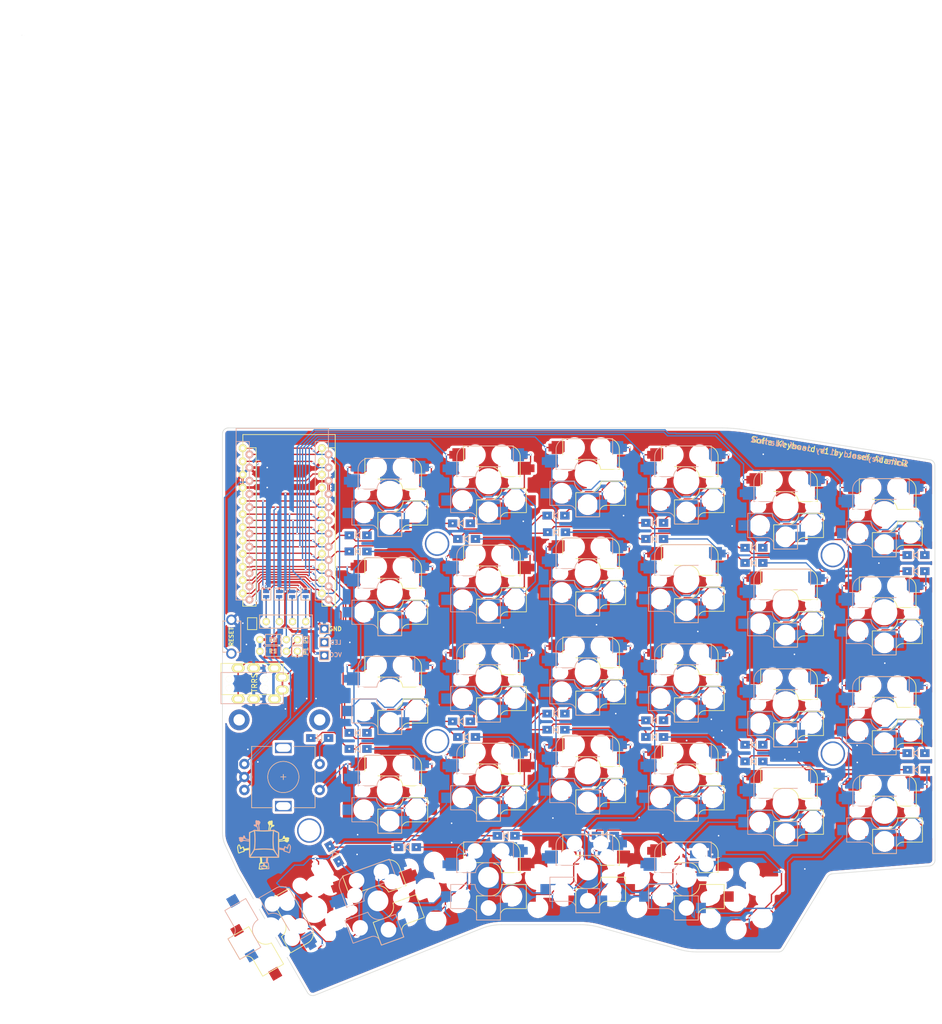
<source format=kicad_pcb>
(kicad_pcb (version 20171130) (host pcbnew 5.1.5-52549c5~84~ubuntu19.04.1)
  (layers (0 F.Cu signal) (31 B.Cu signal hide) (34 B.Paste user hide) (35 F.Paste user) (36 B.SilkS user hide) (37 F.SilkS user) (38 B.Mask user hide) (39 F.Mask user) (44 Edge.Cuts user))
  (net 0 "")
  (net 1 "Net-(D1-Pad2)")
  (net 2 row4)
  (net 3 "Net-(D2-Pad2)")
  (net 4 "Net-(D3-Pad2)")
  (net 5 row0)
  (net 6 "Net-(D4-Pad2)")
  (net 7 row1)
  (net 8 "Net-(D5-Pad2)")
  (net 9 row2)
  (net 10 "Net-(D6-Pad2)")
  (net 11 row3)
  (net 12 "Net-(D7-Pad2)")
  (net 13 "Net-(D8-Pad2)")
  (net 14 "Net-(D9-Pad2)")
  (net 15 "Net-(D10-Pad2)")
  (net 16 "Net-(D11-Pad2)")
  (net 17 "Net-(D12-Pad2)")
  (net 18 "Net-(D13-Pad2)")
  (net 19 "Net-(D14-Pad2)")
  (net 20 "Net-(D15-Pad2)")
  (net 21 "Net-(D16-Pad2)")
  (net 22 "Net-(D17-Pad2)")
  (net 23 "Net-(D18-Pad2)")
  (net 24 "Net-(D19-Pad2)")
  (net 25 "Net-(D20-Pad2)")
  (net 26 "Net-(D21-Pad2)")
  (net 27 "Net-(D22-Pad2)")
  (net 28 "Net-(D23-Pad2)")
  (net 29 "Net-(D24-Pad2)")
  (net 30 "Net-(D26-Pad2)")
  (net 31 "Net-(D27-Pad2)")
  (net 32 "Net-(D28-Pad2)")
  (net 33 VCC)
  (net 34 GND)
  (net 35 col0)
  (net 36 col1)
  (net 37 col2)
  (net 38 col3)
  (net 39 col4)
  (net 40 SDA)
  (net 41 LED)
  (net 42 SCL)
  (net 43 RESET)
  (net 44 "Net-(D29-Pad2)")
  (net 45 "Net-(U1-Pad24)")
  (net 46 "Net-(U1-Pad7)")
  (net 47 DATA)
  (net 48 "Net-(J3-Pad1)")
  (net 49 "Net-(J3-Pad2)")
  (net 50 "Net-(J3-Pad3)")
  (net 51 "Net-(J3-Pad4)")
  (net 52 "Net-(D30-Pad2)")
  (net 53 SW25B)
  (net 54 SW25A)
  (net 55 ENCB)
  (net 56 ENCA)
  (net 57 /i2c_c)
  (net 58 /i2c_d)
  (module SofleKeyboard-footprint:SofleLogoSmall (layer B.Cu) (at 95.81 124.55 180)
    (fp_text reference Ref** hide)
    (fp_text value Val** hide)
  )
  (module SofleKeyboard-footprint:SofleLogoSmall (layer F.Cu) (at 96.77 124.61)
    (fp_text reference Ref** hide)
    (fp_text value Val** hide)
  )
  (module SofleKeyboard-footprint:M2_HOLE_PCB (layer F.Cu) (at 107 93.5)
    (fp_text reference TH2 hide)
    (fp_text value HOLE)
    (pad "" thru_hole circle (at 0 0) (size 4 4) (drill 2.2) (layers *.Cu *.Mask Dwgs.User))
  )
  (module SofleKeyboard-footprint:M2_HOLE_PCB (layer F.Cu) (at 91.5 93.5)
    (fp_text reference TH1 hide)
    (fp_text value HOLE)
    (pad "" thru_hole circle (at 0 0) (size 4 4) (drill 2.2) (layers *.Cu *.Mask Dwgs.User))
  )
  (module SofleKeyboard-footprint:OLED_4Pin (layer F.Cu) (at 96.7 74.6)
    (fp_text reference J3 hide)
    (fp_text value OLED hide)
    (pad 4 thru_hole circle (at 7.62 0) (size 1.397 1.397) (drill 0.8128) (layers *.Cu *.Mask F.SilkS) (net 51 "Net-(J3-Pad4)"))
    (pad 3 thru_hole circle (at 5.08 0) (size 1.397 1.397) (drill 0.8128) (layers *.Cu *.Mask F.SilkS) (net 50 "Net-(J3-Pad3)"))
    (pad 2 thru_hole circle (at 2.54 0) (size 1.397 1.397) (drill 0.8128) (layers *.Cu *.Mask F.SilkS) (net 49 "Net-(J3-Pad2)"))
    (pad 1 thru_hole circle (at 0 0) (size 1.397 1.397) (drill 0.8128) (layers *.Cu *.Mask F.SilkS) (net 48 "Net-(J3-Pad1)"))
  )
  (module SofleKeyboard-footprint:Diode_SOD123 (layer F.Cu) (at 162 115.8)
    (fp_text reference D29 hide)
    (fp_text value D hide)
    (pad 2 thru_hole rect (at 1.7 0) (size 1.8 1.5) (drill 0.4) (layers *.Cu *.Mask) (net 44 "Net-(D29-Pad2)"))
    (pad 1 thru_hole rect (at -1.7 0) (size 1.8 1.5) (drill 0.4) (layers *.Cu *.Mask) (net 2 row4))
  )
  (module SofleKeyboard-footprint:Diode_SOD123 (layer F.Cu) (at 142.9 115.8)
    (fp_text reference D28 hide)
    (fp_text value D hide)
    (pad 2 thru_hole rect (at 1.7 0) (size 1.8 1.5) (drill 0.4) (layers *.Cu *.Mask) (net 32 "Net-(D28-Pad2)"))
    (pad 1 thru_hole rect (at -1.7 0) (size 1.8 1.5) (drill 0.4) (layers *.Cu *.Mask) (net 2 row4))
  )
  (module SofleKeyboard-footprint:Diode_SOD123 (layer F.Cu) (at 123.9 118)
    (fp_text reference D27 hide)
    (fp_text value D hide)
    (pad 2 thru_hole rect (at 1.7 0) (size 1.8 1.5) (drill 0.4) (layers *.Cu *.Mask) (net 31 "Net-(D27-Pad2)"))
    (pad 1 thru_hole rect (at -1.7 0) (size 1.8 1.5) (drill 0.4) (layers *.Cu *.Mask) (net 2 row4))
  )
  (module SofleKeyboard-footprint:Diode_SOD123 (layer F.Cu) (at 109.8 119.3 300)
    (fp_text reference D26 hide)
    (fp_text value D hide)
    (pad 2 thru_hole rect (at 1.7 0 300) (size 1.8 1.5) (drill 0.4) (layers *.Cu *.Mask) (net 30 "Net-(D26-Pad2)"))
    (pad 1 thru_hole rect (at -1.7 0 300) (size 1.8 1.5) (drill 0.4) (layers *.Cu *.Mask) (net 2 row4))
  )
  (module SofleKeyboard-footprint:Diode_SOD123 (layer F.Cu) (at 107 97)
    (fp_text reference D25 hide)
    (fp_text value D hide)
    (pad 2 thru_hole rect (at 1.7 0) (size 1.8 1.5) (drill 0.4) (layers *.Cu *.Mask) (net 53 SW25B))
    (pad 1 thru_hole rect (at -1.7 0) (size 1.8 1.5) (drill 0.4) (layers *.Cu *.Mask) (net 2 row4))
  )
  (module SofleKeyboard-footprint:Diode_SOD123 (layer F.Cu) (at 221.9 103.1)
    (fp_text reference D24 hide)
    (fp_text value D hide)
    (pad 2 thru_hole rect (at 1.7 0) (size 1.8 1.5) (drill 0.4) (layers *.Cu *.Mask) (net 29 "Net-(D24-Pad2)"))
    (pad 1 thru_hole rect (at -1.7 0) (size 1.8 1.5) (drill 0.4) (layers *.Cu *.Mask) (net 11 row3))
  )
  (module SofleKeyboard-footprint:Diode_SOD123 (layer F.Cu) (at 190.6 101.5)
    (fp_text reference D23 hide)
    (fp_text value D hide)
    (pad 2 thru_hole rect (at 1.7 0) (size 1.8 1.5) (drill 0.4) (layers *.Cu *.Mask) (net 28 "Net-(D23-Pad2)"))
    (pad 1 thru_hole rect (at -1.7 0) (size 1.8 1.5) (drill 0.4) (layers *.Cu *.Mask) (net 11 row3))
  )
  (module SofleKeyboard-footprint:Diode_SOD123 (layer F.Cu) (at 171.5 96.8)
    (fp_text reference D22 hide)
    (fp_text value D hide)
    (pad 2 thru_hole rect (at 1.7 0) (size 1.8 1.5) (drill 0.4) (layers *.Cu *.Mask) (net 27 "Net-(D22-Pad2)"))
    (pad 1 thru_hole rect (at -1.7 0) (size 1.8 1.5) (drill 0.4) (layers *.Cu *.Mask) (net 11 row3))
  )
  (module SofleKeyboard-footprint:Diode_SOD123 (layer F.Cu) (at 152.5 95.4)
    (fp_text reference D21 hide)
    (fp_text value D hide)
    (pad 2 thru_hole rect (at 1.7 0) (size 1.8 1.5) (drill 0.4) (layers *.Cu *.Mask) (net 26 "Net-(D21-Pad2)"))
    (pad 1 thru_hole rect (at -1.7 0) (size 1.8 1.5) (drill 0.4) (layers *.Cu *.Mask) (net 11 row3))
  )
  (module SofleKeyboard-footprint:Diode_SOD123 (layer F.Cu) (at 135.3 96.8)
    (fp_text reference D20 hide)
    (fp_text value D hide)
    (pad 2 thru_hole rect (at 1.7 0) (size 1.8 1.5) (drill 0.4) (layers *.Cu *.Mask) (net 25 "Net-(D20-Pad2)"))
    (pad 1 thru_hole rect (at -1.7 0) (size 1.8 1.5) (drill 0.4) (layers *.Cu *.Mask) (net 11 row3))
  )
  (module SofleKeyboard-footprint:Diode_SOD123 (layer F.Cu) (at 114.4 99.1)
    (fp_text reference D19 hide)
    (fp_text value D hide)
    (pad 2 thru_hole rect (at 1.7 0) (size 1.8 1.5) (drill 0.4) (layers *.Cu *.Mask) (net 24 "Net-(D19-Pad2)"))
    (pad 1 thru_hole rect (at -1.7 0) (size 1.8 1.5) (drill 0.4) (layers *.Cu *.Mask) (net 11 row3))
  )
  (module SofleKeyboard-footprint:Diode_SOD123 (layer F.Cu) (at 221.8 99.9)
    (fp_text reference D18 hide)
    (fp_text value D hide)
    (pad 2 thru_hole rect (at 1.7 0) (size 1.8 1.5) (drill 0.4) (layers *.Cu *.Mask) (net 23 "Net-(D18-Pad2)"))
    (pad 1 thru_hole rect (at -1.7 0) (size 1.8 1.5) (drill 0.4) (layers *.Cu *.Mask) (net 9 row2))
  )
  (module SofleKeyboard-footprint:Diode_SOD123 (layer F.Cu) (at 190.6 98.3)
    (fp_text reference D17 hide)
    (fp_text value D hide)
    (pad 2 thru_hole rect (at 1.7 0) (size 1.8 1.5) (drill 0.4) (layers *.Cu *.Mask) (net 22 "Net-(D17-Pad2)"))
    (pad 1 thru_hole rect (at -1.7 0) (size 1.8 1.5) (drill 0.4) (layers *.Cu *.Mask) (net 9 row2))
  )
  (module SofleKeyboard-footprint:Diode_SOD123 (layer F.Cu) (at 171.5 93.6)
    (fp_text reference D16 hide)
    (fp_text value D hide)
    (pad 2 thru_hole rect (at 1.7 0) (size 1.8 1.5) (drill 0.4) (layers *.Cu *.Mask) (net 21 "Net-(D16-Pad2)"))
    (pad 1 thru_hole rect (at -1.7 0) (size 1.8 1.5) (drill 0.4) (layers *.Cu *.Mask) (net 9 row2))
  )
  (module SofleKeyboard-footprint:Diode_SOD123 (layer F.Cu) (at 152.5 92.3)
    (fp_text reference D15 hide)
    (fp_text value D hide)
    (pad 2 thru_hole rect (at 1.7 0) (size 1.8 1.5) (drill 0.4) (layers *.Cu *.Mask) (net 20 "Net-(D15-Pad2)"))
    (pad 1 thru_hole rect (at -1.7 0) (size 1.8 1.5) (drill 0.4) (layers *.Cu *.Mask) (net 9 row2))
  )
  (module SofleKeyboard-footprint:Diode_SOD123 (layer F.Cu) (at 134.3 93.8)
    (fp_text reference D14 hide)
    (fp_text value D hide)
    (pad 2 thru_hole rect (at 1.7 0) (size 1.8 1.5) (drill 0.4) (layers *.Cu *.Mask) (net 19 "Net-(D14-Pad2)"))
    (pad 1 thru_hole rect (at -1.7 0) (size 1.8 1.5) (drill 0.4) (layers *.Cu *.Mask) (net 9 row2))
  )
  (module SofleKeyboard-footprint:Diode_SOD123 (layer F.Cu) (at 114.4 96)
    (fp_text reference D13 hide)
    (fp_text value D hide)
    (pad 2 thru_hole rect (at 1.7 0) (size 1.8 1.5) (drill 0.4) (layers *.Cu *.Mask) (net 18 "Net-(D13-Pad2)"))
    (pad 1 thru_hole rect (at -1.7 0) (size 1.8 1.5) (drill 0.4) (layers *.Cu *.Mask) (net 9 row2))
  )
  (module SofleKeyboard-footprint:Diode_SOD123 (layer F.Cu) (at 221.8 64.9)
    (fp_text reference D12 hide)
    (fp_text value D hide)
    (pad 2 thru_hole rect (at 1.7 0) (size 1.8 1.5) (drill 0.4) (layers *.Cu *.Mask) (net 17 "Net-(D12-Pad2)"))
    (pad 1 thru_hole rect (at -1.7 0) (size 1.8 1.5) (drill 0.4) (layers *.Cu *.Mask) (net 7 row1))
  )
  (module SofleKeyboard-footprint:Diode_SOD123 (layer F.Cu) (at 190.6 63.3)
    (fp_text reference D11 hide)
    (fp_text value D hide)
    (pad 2 thru_hole rect (at 1.7 0) (size 1.8 1.5) (drill 0.4) (layers *.Cu *.Mask) (net 16 "Net-(D11-Pad2)"))
    (pad 1 thru_hole rect (at -1.7 0) (size 1.8 1.5) (drill 0.4) (layers *.Cu *.Mask) (net 7 row1))
  )
  (module SofleKeyboard-footprint:Diode_SOD123 (layer F.Cu) (at 171.5 58.7)
    (fp_text reference D10 hide)
    (fp_text value D hide)
    (pad 2 thru_hole rect (at 1.7 0) (size 1.8 1.5) (drill 0.4) (layers *.Cu *.Mask) (net 15 "Net-(D10-Pad2)"))
    (pad 1 thru_hole rect (at -1.7 0) (size 1.8 1.5) (drill 0.4) (layers *.Cu *.Mask) (net 7 row1))
  )
  (module SofleKeyboard-footprint:Diode_SOD123 (layer F.Cu) (at 152.6 57.4)
    (fp_text reference D9 hide)
    (fp_text value D hide)
    (pad 2 thru_hole rect (at 1.7 0) (size 1.8 1.5) (drill 0.4) (layers *.Cu *.Mask) (net 14 "Net-(D9-Pad2)"))
    (pad 1 thru_hole rect (at -1.7 0) (size 1.8 1.5) (drill 0.4) (layers *.Cu *.Mask) (net 7 row1))
  )
  (module SofleKeyboard-footprint:Diode_SOD123 (layer F.Cu) (at 135.3 58.7)
    (fp_text reference D8 hide)
    (fp_text value D hide)
    (pad 2 thru_hole rect (at 1.7 0) (size 1.8 1.5) (drill 0.4) (layers *.Cu *.Mask) (net 13 "Net-(D8-Pad2)"))
    (pad 1 thru_hole rect (at -1.7 0) (size 1.8 1.5) (drill 0.4) (layers *.Cu *.Mask) (net 7 row1))
  )
  (module SofleKeyboard-footprint:Diode_SOD123 (layer F.Cu) (at 114.4 61.1)
    (fp_text reference D7 hide)
    (fp_text value D hide)
    (pad 2 thru_hole rect (at 1.7 0) (size 1.8 1.5) (drill 0.4) (layers *.Cu *.Mask) (net 12 "Net-(D7-Pad2)"))
    (pad 1 thru_hole rect (at -1.7 0) (size 1.8 1.5) (drill 0.4) (layers *.Cu *.Mask) (net 7 row1))
  )
  (module SofleKeyboard-footprint:Diode_SOD123 (layer F.Cu) (at 221.8 61.8)
    (fp_text reference D6 hide)
    (fp_text value D hide)
    (pad 2 thru_hole rect (at 1.7 0) (size 1.8 1.5) (drill 0.4) (layers *.Cu *.Mask) (net 10 "Net-(D6-Pad2)"))
    (pad 1 thru_hole rect (at -1.7 0) (size 1.8 1.5) (drill 0.4) (layers *.Cu *.Mask) (net 5 row0))
  )
  (module SofleKeyboard-footprint:Diode_SOD123 (layer F.Cu) (at 190.6 60.4)
    (fp_text reference D5 hide)
    (fp_text value D hide)
    (pad 2 thru_hole rect (at 1.7 0) (size 1.8 1.5) (drill 0.4) (layers *.Cu *.Mask) (net 8 "Net-(D5-Pad2)"))
    (pad 1 thru_hole rect (at -1.7 0) (size 1.8 1.5) (drill 0.4) (layers *.Cu *.Mask) (net 5 row0))
  )
  (module SofleKeyboard-footprint:Diode_SOD123 (layer F.Cu) (at 171.5 55.6)
    (fp_text reference D4 hide)
    (fp_text value D hide)
    (pad 2 thru_hole rect (at 1.7 0) (size 1.8 1.5) (drill 0.4) (layers *.Cu *.Mask) (net 6 "Net-(D4-Pad2)"))
    (pad 1 thru_hole rect (at -1.7 0) (size 1.8 1.5) (drill 0.4) (layers *.Cu *.Mask) (net 5 row0))
  )
  (module SofleKeyboard-footprint:Diode_SOD123 (layer F.Cu) (at 152.5 54.2)
    (fp_text reference D3 hide)
    (fp_text value D hide)
    (pad 2 thru_hole rect (at 1.7 0) (size 1.8 1.5) (drill 0.4) (layers *.Cu *.Mask) (net 4 "Net-(D3-Pad2)"))
    (pad 1 thru_hole rect (at -1.7 0) (size 1.8 1.5) (drill 0.4) (layers *.Cu *.Mask) (net 5 row0))
  )
  (module SofleKeyboard-footprint:Diode_SOD123 (layer F.Cu) (at 134.3 55.7)
    (fp_text reference D2 hide)
    (fp_text value D hide)
    (pad 2 thru_hole rect (at 1.7 0) (size 1.8 1.5) (drill 0.4) (layers *.Cu *.Mask) (net 3 "Net-(D2-Pad2)"))
    (pad 1 thru_hole rect (at -1.7 0) (size 1.8 1.5) (drill 0.4) (layers *.Cu *.Mask) (net 5 row0))
  )
  (module SofleKeyboard-footprint:Diode_SOD123 (layer F.Cu) (at 114.4 58)
    (fp_text reference D1 hide)
    (fp_text value D hide)
    (pad 2 thru_hole rect (at 1.7 0) (size 1.8 1.5) (drill 0.4) (layers *.Cu *.Mask) (net 1 "Net-(D1-Pad2)"))
    (pad 1 thru_hole rect (at -1.7 0) (size 1.8 1.5) (drill 0.4) (layers *.Cu *.Mask) (net 5 row0))
  )
  (module SofleKeyboard-footprint:jumper_data (layer F.Cu) (at 94 75 270)
    (fp_text reference W1 hide)
    (fp_text value jumper hide)
    (fp_poly (pts (xy -0.2 -0.15) (xy 0.2 -0.15) (xy 0.2 0.15) (xy -0.2 0.15)) (layer F.Cu) (width 0.1))
    (pad 1 smd rect (at -0.50038 0 270) (size 0.635 1.143) (layers F.Cu F.Paste F.Mask) (net 47 DATA) (clearance 0.1905))
    (pad 2 smd rect (at 0.50038 0 270) (size 0.635 1.143) (layers F.Cu F.Paste F.Mask) (net 58 /i2c_d) (clearance 0.1905))
  )
  (module SofleKeyboard-footprint:TACT_SWITCH_TVBP06 (layer F.Cu) (at 90 77.5 270)
    (fp_text reference RSW1 hide)
    (fp_text value SW_RST hide)
    (fp_text user RESET (at 0 0 270) (layer F.SilkS) (effects (font (size 0.8 0.8))))
    (fp_text user RESET (at 0 0 270) (layer F.SilkS) (effects (font (size 0.8 0.8))))
    (pad 2 thru_hole circle (at 3.25 0 270) (size 2 2) (drill 1.3) (layers *.Cu *.Mask) (net 43 RESET))
    (pad 1 thru_hole circle (at -3.25 0 270) (size 2 2) (drill 1.3) (layers *.Cu *.Mask) (net 34 GND))
  )
  (module SofleKeyboard-footprint:Jumper (layer B.Cu) (at 96.7 69.3 90)
    (fp_text reference JP8 hide)
    (fp_text value Jumper_NO_Small hide)
    (pad 2 smd rect (at 0.50038 0 90) (size 0.635 1.143) (layers B.Cu B.Paste B.Mask) (net 34 GND) (clearance 0.1905))
    (pad 1 smd rect (at -0.50038 0 90) (size 0.635 1.143) (layers B.Cu B.Paste B.Mask) (net 48 "Net-(J3-Pad1)") (clearance 0.1905))
  )
  (module SofleKeyboard-footprint:Jumper (layer B.Cu) (at 99.2 69.3 90)
    (fp_text reference JP7 hide)
    (fp_text value Jumper_NO_Small hide)
    (pad 2 smd rect (at 0.50038 0 90) (size 0.635 1.143) (layers B.Cu B.Paste B.Mask) (net 33 VCC) (clearance 0.1905))
    (pad 1 smd rect (at -0.50038 0 90) (size 0.635 1.143) (layers B.Cu B.Paste B.Mask) (net 49 "Net-(J3-Pad2)") (clearance 0.1905))
  )
  (module SofleKeyboard-footprint:Jumper (layer B.Cu) (at 101.7 69.3 90)
    (fp_text reference JP6 hide)
    (fp_text value Jumper_NO_Small hide)
    (pad 2 smd rect (at 0.50038 0 90) (size 0.635 1.143) (layers B.Cu B.Paste B.Mask) (net 42 SCL) (clearance 0.1905))
    (pad 1 smd rect (at -0.50038 0 90) (size 0.635 1.143) (layers B.Cu B.Paste B.Mask) (net 50 "Net-(J3-Pad3)") (clearance 0.1905))
  )
  (module SofleKeyboard-footprint:Jumper (layer B.Cu) (at 104.3 69.3 90)
    (fp_text reference JP5 hide)
    (fp_text value Jumper_NO_Small hide)
    (pad 2 smd rect (at 0.50038 0 90) (size 0.635 1.143) (layers B.Cu B.Paste B.Mask) (net 40 SDA) (clearance 0.1905))
    (pad 1 smd rect (at -0.50038 0 90) (size 0.635 1.143) (layers B.Cu B.Paste B.Mask) (net 51 "Net-(J3-Pad4)") (clearance 0.1905))
  )
  (module SofleKeyboard-footprint:Jumper (layer F.Cu) (at 96.7 69.3 90)
    (fp_text reference JP4 hide)
    (fp_text value Jumper_NO_Small hide)
    (pad 2 smd rect (at 0.50038 0 90) (size 0.635 1.143) (layers F.Cu F.Paste F.Mask) (net 40 SDA) (clearance 0.1905))
    (pad 1 smd rect (at -0.50038 0 90) (size 0.635 1.143) (layers F.Cu F.Paste F.Mask) (net 48 "Net-(J3-Pad1)") (clearance 0.1905))
  )
  (module SofleKeyboard-footprint:Jumper (layer F.Cu) (at 99.2 69.3 90)
    (fp_text reference JP3 hide)
    (fp_text value Jumper_NO_Small hide)
    (pad 2 smd rect (at 0.50038 0 90) (size 0.635 1.143) (layers F.Cu F.Paste F.Mask) (net 42 SCL) (clearance 0.1905))
    (pad 1 smd rect (at -0.50038 0 90) (size 0.635 1.143) (layers F.Cu F.Paste F.Mask) (net 49 "Net-(J3-Pad2)") (clearance 0.1905))
  )
  (module SofleKeyboard-footprint:Jumper (layer F.Cu) (at 101.7 69.3 90)
    (fp_text reference JP2 hide)
    (fp_text value Jumper_NO_Small hide)
    (pad 2 smd rect (at 0.50038 0 90) (size 0.635 1.143) (layers F.Cu F.Paste F.Mask) (net 33 VCC) (clearance 0.1905))
    (pad 1 smd rect (at -0.50038 0 90) (size 0.635 1.143) (layers F.Cu F.Paste F.Mask) (net 50 "Net-(J3-Pad3)") (clearance 0.1905))
  )
  (module SofleKeyboard-footprint:Jumper (layer F.Cu) (at 104.3 69.3 90)
    (fp_text reference JP1 hide)
    (fp_text value Jumper_NO_Small hide)
    (pad 2 smd rect (at 0.50038 0 90) (size 0.635 1.143) (layers F.Cu F.Paste F.Mask) (net 34 GND) (clearance 0.1905))
    (pad 1 smd rect (at -0.50038 0 90) (size 0.635 1.143) (layers F.Cu F.Paste F.Mask) (net 51 "Net-(J3-Pad4)") (clearance 0.1905))
  )
  (module SofleKeyboard-footprint:RESISTOR_mini (layer F.Cu) (at 98.039272 80.311965)
    (fp_text reference R1 (at -0.039272 -0.011965 180) (layer F.SilkS) (effects (font (size 0.8128 0.8128))))
    (fp_text value R hide)
    (fp_text user R1 (at 0 -0.011965 180) (layer B.SilkS) (effects (font (size 0.8 0.8)) (justify mirror)))
    (pad 2 thru_hole circle (at 2.54 0) (size 1.397 1.397) (drill 0.8128) (layers *.Cu *.Mask F.SilkS) (net 40 SDA))
    (pad 1 thru_hole circle (at -2.54 0) (size 1.397 1.397) (drill 0.8128) (layers *.Cu *.Mask F.SilkS) (net 33 VCC))
  )
  (module SofleKeyboard-footprint:RESISTOR_mini (layer F.Cu) (at 98.039272 78.061965)
    (fp_text reference R2 (at -0.039272 0.038035 180) (layer F.SilkS) (effects (font (size 0.8128 0.8128))))
    (fp_text value R hide)
    (fp_text user R1 (at 0 0) (layer B.SilkS) (effects (font (size 0.8 0.8)) (justify mirror)))
    (fp_text user R2 (at 0 0 180) (layer B.SilkS) (effects (font (size 0.8 0.8)) (justify mirror)))
    (pad 2 thru_hole circle (at 2.54 0) (size 1.397 1.397) (drill 0.8128) (layers *.Cu *.Mask F.SilkS) (net 42 SCL))
    (pad 1 thru_hole circle (at -2.54 0) (size 1.397 1.397) (drill 0.8128) (layers *.Cu *.Mask F.SilkS) (net 33 VCC))
  )
  (module SofleKeyboard-footprint:1pin_conn (layer F.Cu) (at 102.7 78.1 270)
    (fp_text reference P2 (at 0 -1.671944 270) (layer F.SilkS) (effects (font (size 0.8128 0.8128))))
    (fp_text value i2c_pin hide)
    (fp_text user P2 (at 0 -1.7 270) (layer B.SilkS) (effects (font (size 0.8 0.8)) (justify mirror)))
    (pad 1 thru_hole circle (at 0 0 270) (size 1.397 1.397) (drill 0.8128) (layers *.Cu *.Mask F.SilkS) (net 58 /i2c_d))
  )
  (module SofleKeyboard-footprint:1pin_conn (layer F.Cu) (at 102.7 80.3 270)
    (fp_text reference P1 (at 0 -1.671944 270) (layer F.SilkS) (effects (font (size 0.8128 0.8128))))
    (fp_text value i2c_pin hide)
    (fp_text user P1 (at 0.2 -1.7 270) (layer B.SilkS) (effects (font (size 0.8 0.8)) (justify mirror)))
    (pad 1 thru_hole circle (at 0 0 270) (size 1.397 1.397) (drill 0.8128) (layers *.Cu *.Mask F.SilkS) (net 57 /i2c_c))
  )
  (module SofleKeyboard-footprint:HOLE_M2_TH (layer F.Cu) (at 205.8 100)
    (fp_text reference TH6 hide)
    (fp_text value HOLE hide)
    (pad "" thru_hole circle (at 0 0 90) (size 4.7 4.7) (drill 4.1) (layers *.Cu *.Mask Dwgs.User) (clearance 0.3))
  )
  (module SofleKeyboard-footprint:HOLE_M2_TH (layer F.Cu) (at 129.6 97.6)
    (fp_text reference TH5 hide)
    (fp_text value HOLE hide)
    (pad "" thru_hole circle (at 0 0 90) (size 4.7 4.7) (drill 4.1) (layers *.Cu *.Mask Dwgs.User) (clearance 0.3))
  )
  (module SofleKeyboard-footprint:HOLE_M2_TH (layer F.Cu) (at 129.6 59.6)
    (fp_text reference TH3 hide)
    (fp_text value HOLE hide)
    (pad "" thru_hole circle (at 0 0 90) (size 4.7 4.7) (drill 4.1) (layers *.Cu *.Mask Dwgs.User) (clearance 0.3))
  )
  (module SofleKeyboard-footprint:Diode_SOD123 (layer F.Cu) (at 180.9 119.4)
    (fp_text reference D30 hide)
    (fp_text value D hide)
    (pad 2 thru_hole rect (at 1.7 0) (size 1.8 1.5) (drill 0.4) (layers *.Cu *.Mask) (net 52 "Net-(D30-Pad2)"))
    (pad 1 thru_hole rect (at -1.7 0) (size 1.8 1.5) (drill 0.4) (layers *.Cu *.Mask) (net 2 row4))
  )
  (module SofleKeyboard-footprint:CherryMX_KailhLowProfile_Hotswap (layer F.Cu) (at 120.5 50)
    (fp_text reference SW1 hide)
    (fp_text value SW_PUSH hide)
    (pad 1 smd custom (at -7.2 -5.1) (size 0.7 1.5) (layers F.Cu F.Paste F.Mask) (net 54 SW25A) (options (clearance outline) (anchor rect)) (primitives (gr_poly (pts (xy 0.3 -1.2) (xy 0.3 1.2) (xy 2.1 1.2) (xy 2.7 0.8) (xy 2.7 -1.2)) (width 0.1))))
    (pad 2 smd custom (at 7.2 -5.1) (size 0.7 1.5) (layers B.Cu B.Paste B.Mask) (net 1 "Net-(D1-Pad2)") (options (clearance outline) (anchor rect)) (primitives (gr_poly (pts (xy -0.4 -1.2) (xy -2.8 -1.2) (xy -2.8 0.8) (xy -2.3 1.2) (xy -0.4 1.2)) (width 0.1))))
    (pad 1 smd custom (at -8.5 -2.5) (size 0.7 1.5) (layers B.Cu B.Paste B.Mask) (net 54 SW25A) (options (clearance outline) (anchor rect)) (primitives (gr_poly (pts (xy 0.3 -1.2) (xy 2.7 -1.2) (xy 2.7 1.2) (xy 0.3 1.2)) (width 0.1))))
    (pad 2 smd custom (at 8.5 -2.5) (size 0.7 1.5) (layers F.Cu F.Paste F.Mask) (net 1 "Net-(D1-Pad2)") (options (clearance outline) (anchor rect)) (primitives (gr_poly (pts (xy -2.8 -1.2) (xy -0.4 -1.2) (xy -0.4 1.2) (xy -2.8 1.2)) (width 0.1))))
    (pad "" np_thru_hole circle (at -3.81 -2.540001 180) (size 3 3) (drill 3) (layers *.Cu *.Mask))
    (pad "" np_thru_hole circle (at -5.08 0) (size 1.7 1.7) (drill 1.7) (layers *.Cu *.Mask))
    (pad "" np_thru_hole circle (at 5.08 0) (size 1.7 1.7) (drill 1.7) (layers *.Cu *.Mask))
    (pad "" np_thru_hole circle (at 5.5 0 90) (size 1.9 1.9) (drill 1.9) (layers *.Cu *.Mask))
    (pad "" np_thru_hole circle (at -5.5 0 90) (size 1.9 1.9) (drill 1.9) (layers *.Cu *.Mask))
    (pad "" np_thru_hole circle (at 0 0 90) (size 4 4) (drill 4) (layers *.Cu *.Mask))
    (pad "" np_thru_hole circle (at 2.54 -5.08 180) (size 3 3) (drill 3) (layers *.Cu *.Mask))
    (pad "" np_thru_hole circle (at 0 5.9 90) (size 3 3) (drill 3) (layers *.Cu *.Mask))
    (pad "" np_thru_hole circle (at -5 3.7 90) (size 3 3) (drill 3) (layers *.Cu *.Mask))
    (pad 2 smd rect (at 2.8 5.9 180) (size 1.9 2) (layers B.Cu B.Paste B.Mask) (net 1 "Net-(D1-Pad2)"))
    (pad 1 smd rect (at -8.1 3.7 180) (size 2 2) (layers B.Cu B.Paste B.Mask) (net 54 SW25A))
    (pad 1 smd rect (at 8.1 3.7 180) (size 2 2) (layers F.Cu F.Paste F.Mask) (net 54 SW25A))
    (pad 2 smd rect (at -2.8 5.9 180) (size 1.8 2) (layers F.Cu F.Paste F.Mask) (net 1 "Net-(D1-Pad2)"))
    (pad "" np_thru_hole circle (at 5 3.7 270) (size 3 3) (drill 3) (layers *.Cu *.Mask))
    (pad "" np_thru_hole circle (at -2.54 -5.08 180) (size 3 3) (drill 3) (layers *.Cu *.Mask))
    (pad "" np_thru_hole circle (at 3.81 -2.54 180) (size 3 3) (drill 3) (layers *.Cu *.Mask))
  )
  (module SofleKeyboard-footprint:CherryMX_KailhLowProfile_Hotswap (layer F.Cu) (at 139.5 47.6)
    (fp_text reference SW2 hide)
    (fp_text value SW_PUSH hide)
    (pad 1 smd custom (at -7.2 -5.1) (size 0.7 1.5) (layers F.Cu F.Paste F.Mask) (net 39 col4) (options (clearance outline) (anchor rect)) (primitives (gr_poly (pts (xy 0.3 -1.2) (xy 0.3 1.2) (xy 2.1 1.2) (xy 2.7 0.8) (xy 2.7 -1.2)) (width 0.1))))
    (pad 2 smd custom (at 7.2 -5.1) (size 0.7 1.5) (layers B.Cu B.Paste B.Mask) (net 3 "Net-(D2-Pad2)") (options (clearance outline) (anchor rect)) (primitives (gr_poly (pts (xy -0.4 -1.2) (xy -2.8 -1.2) (xy -2.8 0.8) (xy -2.3 1.2) (xy -0.4 1.2)) (width 0.1))))
    (pad 1 smd custom (at -8.5 -2.5) (size 0.7 1.5) (layers B.Cu B.Paste B.Mask) (net 39 col4) (options (clearance outline) (anchor rect)) (primitives (gr_poly (pts (xy 0.3 -1.2) (xy 2.7 -1.2) (xy 2.7 1.2) (xy 0.3 1.2)) (width 0.1))))
    (pad 2 smd custom (at 8.5 -2.5) (size 0.7 1.5) (layers F.Cu F.Paste F.Mask) (net 3 "Net-(D2-Pad2)") (options (clearance outline) (anchor rect)) (primitives (gr_poly (pts (xy -2.8 -1.2) (xy -0.4 -1.2) (xy -0.4 1.2) (xy -2.8 1.2)) (width 0.1))))
    (pad "" np_thru_hole circle (at -3.81 -2.540001 180) (size 3 3) (drill 3) (layers *.Cu *.Mask))
    (pad "" np_thru_hole circle (at -5.08 0) (size 1.7 1.7) (drill 1.7) (layers *.Cu *.Mask))
    (pad "" np_thru_hole circle (at 5.08 0) (size 1.7 1.7) (drill 1.7) (layers *.Cu *.Mask))
    (pad "" np_thru_hole circle (at 5.5 0 90) (size 1.9 1.9) (drill 1.9) (layers *.Cu *.Mask))
    (pad "" np_thru_hole circle (at -5.5 0 90) (size 1.9 1.9) (drill 1.9) (layers *.Cu *.Mask))
    (pad "" np_thru_hole circle (at 0 0 90) (size 4 4) (drill 4) (layers *.Cu *.Mask))
    (pad "" np_thru_hole circle (at 2.54 -5.08 180) (size 3 3) (drill 3) (layers *.Cu *.Mask))
    (pad "" np_thru_hole circle (at 0 5.9 90) (size 3 3) (drill 3) (layers *.Cu *.Mask))
    (pad "" np_thru_hole circle (at -5 3.7 90) (size 3 3) (drill 3) (layers *.Cu *.Mask))
    (pad 2 smd rect (at 2.8 5.9 180) (size 1.9 2) (layers B.Cu B.Paste B.Mask) (net 3 "Net-(D2-Pad2)"))
    (pad 1 smd rect (at -8.1 3.7 180) (size 2 2) (layers B.Cu B.Paste B.Mask) (net 39 col4))
    (pad 1 smd rect (at 8.1 3.7 180) (size 2 2) (layers F.Cu F.Paste F.Mask) (net 39 col4))
    (pad 2 smd rect (at -2.8 5.9 180) (size 1.8 2) (layers F.Cu F.Paste F.Mask) (net 3 "Net-(D2-Pad2)"))
    (pad "" np_thru_hole circle (at 5 3.7 270) (size 3 3) (drill 3) (layers *.Cu *.Mask))
    (pad "" np_thru_hole circle (at -2.54 -5.08 180) (size 3 3) (drill 3) (layers *.Cu *.Mask))
    (pad "" np_thru_hole circle (at 3.81 -2.54 180) (size 3 3) (drill 3) (layers *.Cu *.Mask))
  )
  (module SofleKeyboard-footprint:CherryMX_KailhLowProfile_Hotswap (layer F.Cu) (at 158.6 46.21)
    (fp_text reference SW3 hide)
    (fp_text value SW_PUSH hide)
    (pad 1 smd custom (at -7.2 -5.1) (size 0.7 1.5) (layers F.Cu F.Paste F.Mask) (net 38 col3) (options (clearance outline) (anchor rect)) (primitives (gr_poly (pts (xy 0.3 -1.2) (xy 0.3 1.2) (xy 2.1 1.2) (xy 2.7 0.8) (xy 2.7 -1.2)) (width 0.1))))
    (pad 2 smd custom (at 7.2 -5.1) (size 0.7 1.5) (layers B.Cu B.Paste B.Mask) (net 4 "Net-(D3-Pad2)") (options (clearance outline) (anchor rect)) (primitives (gr_poly (pts (xy -0.4 -1.2) (xy -2.8 -1.2) (xy -2.8 0.8) (xy -2.3 1.2) (xy -0.4 1.2)) (width 0.1))))
    (pad 1 smd custom (at -8.5 -2.5) (size 0.7 1.5) (layers B.Cu B.Paste B.Mask) (net 38 col3) (options (clearance outline) (anchor rect)) (primitives (gr_poly (pts (xy 0.3 -1.2) (xy 2.7 -1.2) (xy 2.7 1.2) (xy 0.3 1.2)) (width 0.1))))
    (pad 2 smd custom (at 8.5 -2.5) (size 0.7 1.5) (layers F.Cu F.Paste F.Mask) (net 4 "Net-(D3-Pad2)") (options (clearance outline) (anchor rect)) (primitives (gr_poly (pts (xy -2.8 -1.2) (xy -0.4 -1.2) (xy -0.4 1.2) (xy -2.8 1.2)) (width 0.1))))
    (pad "" np_thru_hole circle (at -3.81 -2.540001 180) (size 3 3) (drill 3) (layers *.Cu *.Mask))
    (pad "" np_thru_hole circle (at -5.08 0) (size 1.7 1.7) (drill 1.7) (layers *.Cu *.Mask))
    (pad "" np_thru_hole circle (at 5.08 0) (size 1.7 1.7) (drill 1.7) (layers *.Cu *.Mask))
    (pad "" np_thru_hole circle (at 5.5 0 90) (size 1.9 1.9) (drill 1.9) (layers *.Cu *.Mask))
    (pad "" np_thru_hole circle (at -5.5 0 90) (size 1.9 1.9) (drill 1.9) (layers *.Cu *.Mask))
    (pad "" np_thru_hole circle (at 0 0 90) (size 4 4) (drill 4) (layers *.Cu *.Mask))
    (pad "" np_thru_hole circle (at 2.54 -5.08 180) (size 3 3) (drill 3) (layers *.Cu *.Mask))
    (pad "" np_thru_hole circle (at 0 5.9 90) (size 3 3) (drill 3) (layers *.Cu *.Mask))
    (pad "" np_thru_hole circle (at -5 3.7 90) (size 3 3) (drill 3) (layers *.Cu *.Mask))
    (pad 2 smd rect (at 2.8 5.9 180) (size 1.9 2) (layers B.Cu B.Paste B.Mask) (net 4 "Net-(D3-Pad2)"))
    (pad 1 smd rect (at -8.1 3.7 180) (size 2 2) (layers B.Cu B.Paste B.Mask) (net 38 col3))
    (pad 1 smd rect (at 8.1 3.7 180) (size 2 2) (layers F.Cu F.Paste F.Mask) (net 38 col3))
    (pad 2 smd rect (at -2.8 5.9 180) (size 1.8 2) (layers F.Cu F.Paste F.Mask) (net 4 "Net-(D3-Pad2)"))
    (pad "" np_thru_hole circle (at 5 3.7 270) (size 3 3) (drill 3) (layers *.Cu *.Mask))
    (pad "" np_thru_hole circle (at -2.54 -5.08 180) (size 3 3) (drill 3) (layers *.Cu *.Mask))
    (pad "" np_thru_hole circle (at 3.81 -2.54 180) (size 3 3) (drill 3) (layers *.Cu *.Mask))
  )
  (module SofleKeyboard-footprint:CherryMX_KailhLowProfile_Hotswap (layer F.Cu) (at 177.6 47.6)
    (fp_text reference SW4 hide)
    (fp_text value SW_PUSH hide)
    (pad 1 smd custom (at -7.2 -5.1) (size 0.7 1.5) (layers F.Cu F.Paste F.Mask) (net 37 col2) (options (clearance outline) (anchor rect)) (primitives (gr_poly (pts (xy 0.3 -1.2) (xy 0.3 1.2) (xy 2.1 1.2) (xy 2.7 0.8) (xy 2.7 -1.2)) (width 0.1))))
    (pad 2 smd custom (at 7.2 -5.1) (size 0.7 1.5) (layers B.Cu B.Paste B.Mask) (net 6 "Net-(D4-Pad2)") (options (clearance outline) (anchor rect)) (primitives (gr_poly (pts (xy -0.4 -1.2) (xy -2.8 -1.2) (xy -2.8 0.8) (xy -2.3 1.2) (xy -0.4 1.2)) (width 0.1))))
    (pad 1 smd custom (at -8.5 -2.5) (size 0.7 1.5) (layers B.Cu B.Paste B.Mask) (net 37 col2) (options (clearance outline) (anchor rect)) (primitives (gr_poly (pts (xy 0.3 -1.2) (xy 2.7 -1.2) (xy 2.7 1.2) (xy 0.3 1.2)) (width 0.1))))
    (pad 2 smd custom (at 8.5 -2.5) (size 0.7 1.5) (layers F.Cu F.Paste F.Mask) (net 6 "Net-(D4-Pad2)") (options (clearance outline) (anchor rect)) (primitives (gr_poly (pts (xy -2.8 -1.2) (xy -0.4 -1.2) (xy -0.4 1.2) (xy -2.8 1.2)) (width 0.1))))
    (pad "" np_thru_hole circle (at -3.81 -2.540001 180) (size 3 3) (drill 3) (layers *.Cu *.Mask))
    (pad "" np_thru_hole circle (at -5.08 0) (size 1.7 1.7) (drill 1.7) (layers *.Cu *.Mask))
    (pad "" np_thru_hole circle (at 5.08 0) (size 1.7 1.7) (drill 1.7) (layers *.Cu *.Mask))
    (pad "" np_thru_hole circle (at 5.5 0 90) (size 1.9 1.9) (drill 1.9) (layers *.Cu *.Mask))
    (pad "" np_thru_hole circle (at -5.5 0 90) (size 1.9 1.9) (drill 1.9) (layers *.Cu *.Mask))
    (pad "" np_thru_hole circle (at 0 0 90) (size 4 4) (drill 4) (layers *.Cu *.Mask))
    (pad "" np_thru_hole circle (at 2.54 -5.08 180) (size 3 3) (drill 3) (layers *.Cu *.Mask))
    (pad "" np_thru_hole circle (at 0 5.9 90) (size 3 3) (drill 3) (layers *.Cu *.Mask))
    (pad "" np_thru_hole circle (at -5 3.7 90) (size 3 3) (drill 3) (layers *.Cu *.Mask))
    (pad 2 smd rect (at 2.8 5.9 180) (size 1.9 2) (layers B.Cu B.Paste B.Mask) (net 6 "Net-(D4-Pad2)"))
    (pad 1 smd rect (at -8.1 3.7 180) (size 2 2) (layers B.Cu B.Paste B.Mask) (net 37 col2))
    (pad 1 smd rect (at 8.1 3.7 180) (size 2 2) (layers F.Cu F.Paste F.Mask) (net 37 col2))
    (pad 2 smd rect (at -2.8 5.9 180) (size 1.8 2) (layers F.Cu F.Paste F.Mask) (net 6 "Net-(D4-Pad2)"))
    (pad "" np_thru_hole circle (at 5 3.7 270) (size 3 3) (drill 3) (layers *.Cu *.Mask))
    (pad "" np_thru_hole circle (at -2.54 -5.08 180) (size 3 3) (drill 3) (layers *.Cu *.Mask))
    (pad "" np_thru_hole circle (at 3.81 -2.54 180) (size 3 3) (drill 3) (layers *.Cu *.Mask))
  )
  (module SofleKeyboard-footprint:CherryMX_KailhLowProfile_Hotswap (layer F.Cu) (at 196.7 52.4)
    (fp_text reference SW5 hide)
    (fp_text value SW_PUSH hide)
    (pad 1 smd custom (at -7.2 -5.1) (size 0.7 1.5) (layers F.Cu F.Paste F.Mask) (net 36 col1) (options (clearance outline) (anchor rect)) (primitives (gr_poly (pts (xy 0.3 -1.2) (xy 0.3 1.2) (xy 2.1 1.2) (xy 2.7 0.8) (xy 2.7 -1.2)) (width 0.1))))
    (pad 2 smd custom (at 7.2 -5.1) (size 0.7 1.5) (layers B.Cu B.Paste B.Mask) (net 8 "Net-(D5-Pad2)") (options (clearance outline) (anchor rect)) (primitives (gr_poly (pts (xy -0.4 -1.2) (xy -2.8 -1.2) (xy -2.8 0.8) (xy -2.3 1.2) (xy -0.4 1.2)) (width 0.1))))
    (pad 1 smd custom (at -8.5 -2.5) (size 0.7 1.5) (layers B.Cu B.Paste B.Mask) (net 36 col1) (options (clearance outline) (anchor rect)) (primitives (gr_poly (pts (xy 0.3 -1.2) (xy 2.7 -1.2) (xy 2.7 1.2) (xy 0.3 1.2)) (width 0.1))))
    (pad 2 smd custom (at 8.5 -2.5) (size 0.7 1.5) (layers F.Cu F.Paste F.Mask) (net 8 "Net-(D5-Pad2)") (options (clearance outline) (anchor rect)) (primitives (gr_poly (pts (xy -2.8 -1.2) (xy -0.4 -1.2) (xy -0.4 1.2) (xy -2.8 1.2)) (width 0.1))))
    (pad "" np_thru_hole circle (at -3.81 -2.540001 180) (size 3 3) (drill 3) (layers *.Cu *.Mask))
    (pad "" np_thru_hole circle (at -5.08 0) (size 1.7 1.7) (drill 1.7) (layers *.Cu *.Mask))
    (pad "" np_thru_hole circle (at 5.08 0) (size 1.7 1.7) (drill 1.7) (layers *.Cu *.Mask))
    (pad "" np_thru_hole circle (at 5.5 0 90) (size 1.9 1.9) (drill 1.9) (layers *.Cu *.Mask))
    (pad "" np_thru_hole circle (at -5.5 0 90) (size 1.9 1.9) (drill 1.9) (layers *.Cu *.Mask))
    (pad "" np_thru_hole circle (at 0 0 90) (size 4 4) (drill 4) (layers *.Cu *.Mask))
    (pad "" np_thru_hole circle (at 2.54 -5.08 180) (size 3 3) (drill 3) (layers *.Cu *.Mask))
    (pad "" np_thru_hole circle (at 0 5.9 90) (size 3 3) (drill 3) (layers *.Cu *.Mask))
    (pad "" np_thru_hole circle (at -5 3.7 90) (size 3 3) (drill 3) (layers *.Cu *.Mask))
    (pad 2 smd rect (at 2.8 5.9 180) (size 1.9 2) (layers B.Cu B.Paste B.Mask) (net 8 "Net-(D5-Pad2)"))
    (pad 1 smd rect (at -8.1 3.7 180) (size 2 2) (layers B.Cu B.Paste B.Mask) (net 36 col1))
    (pad 1 smd rect (at 8.1 3.7 180) (size 2 2) (layers F.Cu F.Paste F.Mask) (net 36 col1))
    (pad 2 smd rect (at -2.8 5.9 180) (size 1.8 2) (layers F.Cu F.Paste F.Mask) (net 8 "Net-(D5-Pad2)"))
    (pad "" np_thru_hole circle (at 5 3.7 270) (size 3 3) (drill 3) (layers *.Cu *.Mask))
    (pad "" np_thru_hole circle (at -2.54 -5.08 180) (size 3 3) (drill 3) (layers *.Cu *.Mask))
    (pad "" np_thru_hole circle (at 3.81 -2.54 180) (size 3 3) (drill 3) (layers *.Cu *.Mask))
  )
  (module SofleKeyboard-footprint:CherryMX_KailhLowProfile_Hotswap (layer F.Cu) (at 215.7 53.9)
    (fp_text reference SW6 hide)
    (fp_text value SW_PUSH hide)
    (pad 1 smd custom (at -7.2 -5.1) (size 0.7 1.5) (layers F.Cu F.Paste F.Mask) (net 35 col0) (options (clearance outline) (anchor rect)) (primitives (gr_poly (pts (xy 0.3 -1.2) (xy 0.3 1.2) (xy 2.1 1.2) (xy 2.7 0.8) (xy 2.7 -1.2)) (width 0.1))))
    (pad 2 smd custom (at 7.2 -5.1) (size 0.7 1.5) (layers B.Cu B.Paste B.Mask) (net 10 "Net-(D6-Pad2)") (options (clearance outline) (anchor rect)) (primitives (gr_poly (pts (xy -0.4 -1.2) (xy -2.8 -1.2) (xy -2.8 0.8) (xy -2.3 1.2) (xy -0.4 1.2)) (width 0.1))))
    (pad 1 smd custom (at -8.5 -2.5) (size 0.7 1.5) (layers B.Cu B.Paste B.Mask) (net 35 col0) (options (clearance outline) (anchor rect)) (primitives (gr_poly (pts (xy 0.3 -1.2) (xy 2.7 -1.2) (xy 2.7 1.2) (xy 0.3 1.2)) (width 0.1))))
    (pad 2 smd custom (at 8.5 -2.5) (size 0.7 1.5) (layers F.Cu F.Paste F.Mask) (net 10 "Net-(D6-Pad2)") (options (clearance outline) (anchor rect)) (primitives (gr_poly (pts (xy -2.8 -1.2) (xy -0.4 -1.2) (xy -0.4 1.2) (xy -2.8 1.2)) (width 0.1))))
    (pad "" np_thru_hole circle (at -3.81 -2.540001 180) (size 3 3) (drill 3) (layers *.Cu *.Mask))
    (pad "" np_thru_hole circle (at -5.08 0) (size 1.7 1.7) (drill 1.7) (layers *.Cu *.Mask))
    (pad "" np_thru_hole circle (at 5.08 0) (size 1.7 1.7) (drill 1.7) (layers *.Cu *.Mask))
    (pad "" np_thru_hole circle (at 5.5 0 90) (size 1.9 1.9) (drill 1.9) (layers *.Cu *.Mask))
    (pad "" np_thru_hole circle (at -5.5 0 90) (size 1.9 1.9) (drill 1.9) (layers *.Cu *.Mask))
    (pad "" np_thru_hole circle (at 0 0 90) (size 4 4) (drill 4) (layers *.Cu *.Mask))
    (pad "" np_thru_hole circle (at 2.54 -5.08 180) (size 3 3) (drill 3) (layers *.Cu *.Mask))
    (pad "" np_thru_hole circle (at 0 5.9 90) (size 3 3) (drill 3) (layers *.Cu *.Mask))
    (pad "" np_thru_hole circle (at -5 3.7 90) (size 3 3) (drill 3) (layers *.Cu *.Mask))
    (pad 2 smd rect (at 2.8 5.9 180) (size 1.9 2) (layers B.Cu B.Paste B.Mask) (net 10 "Net-(D6-Pad2)"))
    (pad 1 smd rect (at -8.1 3.7 180) (size 2 2) (layers B.Cu B.Paste B.Mask) (net 35 col0))
    (pad 1 smd rect (at 8.1 3.7 180) (size 2 2) (layers F.Cu F.Paste F.Mask) (net 35 col0))
    (pad 2 smd rect (at -2.8 5.9 180) (size 1.8 2) (layers F.Cu F.Paste F.Mask) (net 10 "Net-(D6-Pad2)"))
    (pad "" np_thru_hole circle (at 5 3.7 270) (size 3 3) (drill 3) (layers *.Cu *.Mask))
    (pad "" np_thru_hole circle (at -2.54 -5.08 180) (size 3 3) (drill 3) (layers *.Cu *.Mask))
    (pad "" np_thru_hole circle (at 3.81 -2.54 180) (size 3 3) (drill 3) (layers *.Cu *.Mask))
  )
  (module SofleKeyboard-footprint:CherryMX_KailhLowProfile_Hotswap (layer F.Cu) (at 120.5 69.1)
    (fp_text reference SW7 hide)
    (fp_text value SW_PUSH hide)
    (pad 1 smd custom (at -7.2 -5.1) (size 0.7 1.5) (layers F.Cu F.Paste F.Mask) (net 54 SW25A) (options (clearance outline) (anchor rect)) (primitives (gr_poly (pts (xy 0.3 -1.2) (xy 0.3 1.2) (xy 2.1 1.2) (xy 2.7 0.8) (xy 2.7 -1.2)) (width 0.1))))
    (pad 2 smd custom (at 7.2 -5.1) (size 0.7 1.5) (layers B.Cu B.Paste B.Mask) (net 12 "Net-(D7-Pad2)") (options (clearance outline) (anchor rect)) (primitives (gr_poly (pts (xy -0.4 -1.2) (xy -2.8 -1.2) (xy -2.8 0.8) (xy -2.3 1.2) (xy -0.4 1.2)) (width 0.1))))
    (pad 1 smd custom (at -8.5 -2.5) (size 0.7 1.5) (layers B.Cu B.Paste B.Mask) (net 54 SW25A) (options (clearance outline) (anchor rect)) (primitives (gr_poly (pts (xy 0.3 -1.2) (xy 2.7 -1.2) (xy 2.7 1.2) (xy 0.3 1.2)) (width 0.1))))
    (pad 2 smd custom (at 8.5 -2.5) (size 0.7 1.5) (layers F.Cu F.Paste F.Mask) (net 12 "Net-(D7-Pad2)") (options (clearance outline) (anchor rect)) (primitives (gr_poly (pts (xy -2.8 -1.2) (xy -0.4 -1.2) (xy -0.4 1.2) (xy -2.8 1.2)) (width 0.1))))
    (pad "" np_thru_hole circle (at -3.81 -2.540001 180) (size 3 3) (drill 3) (layers *.Cu *.Mask))
    (pad "" np_thru_hole circle (at -5.08 0) (size 1.7 1.7) (drill 1.7) (layers *.Cu *.Mask))
    (pad "" np_thru_hole circle (at 5.08 0) (size 1.7 1.7) (drill 1.7) (layers *.Cu *.Mask))
    (pad "" np_thru_hole circle (at 5.5 0 90) (size 1.9 1.9) (drill 1.9) (layers *.Cu *.Mask))
    (pad "" np_thru_hole circle (at -5.5 0 90) (size 1.9 1.9) (drill 1.9) (layers *.Cu *.Mask))
    (pad "" np_thru_hole circle (at 0 0 90) (size 4 4) (drill 4) (layers *.Cu *.Mask))
    (pad "" np_thru_hole circle (at 2.54 -5.08 180) (size 3 3) (drill 3) (layers *.Cu *.Mask))
    (pad "" np_thru_hole circle (at 0 5.9 90) (size 3 3) (drill 3) (layers *.Cu *.Mask))
    (pad "" np_thru_hole circle (at -5 3.7 90) (size 3 3) (drill 3) (layers *.Cu *.Mask))
    (pad 2 smd rect (at 2.8 5.9 180) (size 1.9 2) (layers B.Cu B.Paste B.Mask) (net 12 "Net-(D7-Pad2)"))
    (pad 1 smd rect (at -8.1 3.7 180) (size 2 2) (layers B.Cu B.Paste B.Mask) (net 54 SW25A))
    (pad 1 smd rect (at 8.1 3.7 180) (size 2 2) (layers F.Cu F.Paste F.Mask) (net 54 SW25A))
    (pad 2 smd rect (at -2.8 5.9 180) (size 1.8 2) (layers F.Cu F.Paste F.Mask) (net 12 "Net-(D7-Pad2)"))
    (pad "" np_thru_hole circle (at 5 3.7 270) (size 3 3) (drill 3) (layers *.Cu *.Mask))
    (pad "" np_thru_hole circle (at -2.54 -5.08 180) (size 3 3) (drill 3) (layers *.Cu *.Mask))
    (pad "" np_thru_hole circle (at 3.81 -2.54 180) (size 3 3) (drill 3) (layers *.Cu *.Mask))
  )
  (module SofleKeyboard-footprint:CherryMX_KailhLowProfile_Hotswap (layer F.Cu) (at 139.5 66.7)
    (fp_text reference SW8 hide)
    (fp_text value SW_PUSH hide)
    (pad 1 smd custom (at -7.2 -5.1) (size 0.7 1.5) (layers F.Cu F.Paste F.Mask) (net 39 col4) (options (clearance outline) (anchor rect)) (primitives (gr_poly (pts (xy 0.3 -1.2) (xy 0.3 1.2) (xy 2.1 1.2) (xy 2.7 0.8) (xy 2.7 -1.2)) (width 0.1))))
    (pad 2 smd custom (at 7.2 -5.1) (size 0.7 1.5) (layers B.Cu B.Paste B.Mask) (net 13 "Net-(D8-Pad2)") (options (clearance outline) (anchor rect)) (primitives (gr_poly (pts (xy -0.4 -1.2) (xy -2.8 -1.2) (xy -2.8 0.8) (xy -2.3 1.2) (xy -0.4 1.2)) (width 0.1))))
    (pad 1 smd custom (at -8.5 -2.5) (size 0.7 1.5) (layers B.Cu B.Paste B.Mask) (net 39 col4) (options (clearance outline) (anchor rect)) (primitives (gr_poly (pts (xy 0.3 -1.2) (xy 2.7 -1.2) (xy 2.7 1.2) (xy 0.3 1.2)) (width 0.1))))
    (pad 2 smd custom (at 8.5 -2.5) (size 0.7 1.5) (layers F.Cu F.Paste F.Mask) (net 13 "Net-(D8-Pad2)") (options (clearance outline) (anchor rect)) (primitives (gr_poly (pts (xy -2.8 -1.2) (xy -0.4 -1.2) (xy -0.4 1.2) (xy -2.8 1.2)) (width 0.1))))
    (pad "" np_thru_hole circle (at -3.81 -2.540001 180) (size 3 3) (drill 3) (layers *.Cu *.Mask))
    (pad "" np_thru_hole circle (at -5.08 0) (size 1.7 1.7) (drill 1.7) (layers *.Cu *.Mask))
    (pad "" np_thru_hole circle (at 5.08 0) (size 1.7 1.7) (drill 1.7) (layers *.Cu *.Mask))
    (pad "" np_thru_hole circle (at 5.5 0 90) (size 1.9 1.9) (drill 1.9) (layers *.Cu *.Mask))
    (pad "" np_thru_hole circle (at -5.5 0 90) (size 1.9 1.9) (drill 1.9) (layers *.Cu *.Mask))
    (pad "" np_thru_hole circle (at 0 0 90) (size 4 4) (drill 4) (layers *.Cu *.Mask))
    (pad "" np_thru_hole circle (at 2.54 -5.08 180) (size 3 3) (drill 3) (layers *.Cu *.Mask))
    (pad "" np_thru_hole circle (at 0 5.9 90) (size 3 3) (drill 3) (layers *.Cu *.Mask))
    (pad "" np_thru_hole circle (at -5 3.7 90) (size 3 3) (drill 3) (layers *.Cu *.Mask))
    (pad 2 smd rect (at 2.8 5.9 180) (size 1.9 2) (layers B.Cu B.Paste B.Mask) (net 13 "Net-(D8-Pad2)"))
    (pad 1 smd rect (at -8.1 3.7 180) (size 2 2) (layers B.Cu B.Paste B.Mask) (net 39 col4))
    (pad 1 smd rect (at 8.1 3.7 180) (size 2 2) (layers F.Cu F.Paste F.Mask) (net 39 col4))
    (pad 2 smd rect (at -2.8 5.9 180) (size 1.8 2) (layers F.Cu F.Paste F.Mask) (net 13 "Net-(D8-Pad2)"))
    (pad "" np_thru_hole circle (at 5 3.7 270) (size 3 3) (drill 3) (layers *.Cu *.Mask))
    (pad "" np_thru_hole circle (at -2.54 -5.08 180) (size 3 3) (drill 3) (layers *.Cu *.Mask))
    (pad "" np_thru_hole circle (at 3.81 -2.54 180) (size 3 3) (drill 3) (layers *.Cu *.Mask))
  )
  (module SofleKeyboard-footprint:CherryMX_KailhLowProfile_Hotswap (layer F.Cu) (at 158.6 65.3)
    (fp_text reference SW9 hide)
    (fp_text value SW_PUSH hide)
    (pad 1 smd custom (at -7.2 -5.1) (size 0.7 1.5) (layers F.Cu F.Paste F.Mask) (net 38 col3) (options (clearance outline) (anchor rect)) (primitives (gr_poly (pts (xy 0.3 -1.2) (xy 0.3 1.2) (xy 2.1 1.2) (xy 2.7 0.8) (xy 2.7 -1.2)) (width 0.1))))
    (pad 2 smd custom (at 7.2 -5.1) (size 0.7 1.5) (layers B.Cu B.Paste B.Mask) (net 14 "Net-(D9-Pad2)") (options (clearance outline) (anchor rect)) (primitives (gr_poly (pts (xy -0.4 -1.2) (xy -2.8 -1.2) (xy -2.8 0.8) (xy -2.3 1.2) (xy -0.4 1.2)) (width 0.1))))
    (pad 1 smd custom (at -8.5 -2.5) (size 0.7 1.5) (layers B.Cu B.Paste B.Mask) (net 38 col3) (options (clearance outline) (anchor rect)) (primitives (gr_poly (pts (xy 0.3 -1.2) (xy 2.7 -1.2) (xy 2.7 1.2) (xy 0.3 1.2)) (width 0.1))))
    (pad 2 smd custom (at 8.5 -2.5) (size 0.7 1.5) (layers F.Cu F.Paste F.Mask) (net 14 "Net-(D9-Pad2)") (options (clearance outline) (anchor rect)) (primitives (gr_poly (pts (xy -2.8 -1.2) (xy -0.4 -1.2) (xy -0.4 1.2) (xy -2.8 1.2)) (width 0.1))))
    (pad "" np_thru_hole circle (at -3.81 -2.540001 180) (size 3 3) (drill 3) (layers *.Cu *.Mask))
    (pad "" np_thru_hole circle (at -5.08 0) (size 1.7 1.7) (drill 1.7) (layers *.Cu *.Mask))
    (pad "" np_thru_hole circle (at 5.08 0) (size 1.7 1.7) (drill 1.7) (layers *.Cu *.Mask))
    (pad "" np_thru_hole circle (at 5.5 0 90) (size 1.9 1.9) (drill 1.9) (layers *.Cu *.Mask))
    (pad "" np_thru_hole circle (at -5.5 0 90) (size 1.9 1.9) (drill 1.9) (layers *.Cu *.Mask))
    (pad "" np_thru_hole circle (at 0 0 90) (size 4 4) (drill 4) (layers *.Cu *.Mask))
    (pad "" np_thru_hole circle (at 2.54 -5.08 180) (size 3 3) (drill 3) (layers *.Cu *.Mask))
    (pad "" np_thru_hole circle (at 0 5.9 90) (size 3 3) (drill 3) (layers *.Cu *.Mask))
    (pad "" np_thru_hole circle (at -5 3.7 90) (size 3 3) (drill 3) (layers *.Cu *.Mask))
    (pad 2 smd rect (at 2.8 5.9 180) (size 1.9 2) (layers B.Cu B.Paste B.Mask) (net 14 "Net-(D9-Pad2)"))
    (pad 1 smd rect (at -8.1 3.7 180) (size 2 2) (layers B.Cu B.Paste B.Mask) (net 38 col3))
    (pad 1 smd rect (at 8.1 3.7 180) (size 2 2) (layers F.Cu F.Paste F.Mask) (net 38 col3))
    (pad 2 smd rect (at -2.8 5.9 180) (size 1.8 2) (layers F.Cu F.Paste F.Mask) (net 14 "Net-(D9-Pad2)"))
    (pad "" np_thru_hole circle (at 5 3.7 270) (size 3 3) (drill 3) (layers *.Cu *.Mask))
    (pad "" np_thru_hole circle (at -2.54 -5.08 180) (size 3 3) (drill 3) (layers *.Cu *.Mask))
    (pad "" np_thru_hole circle (at 3.81 -2.54 180) (size 3 3) (drill 3) (layers *.Cu *.Mask))
  )
  (module SofleKeyboard-footprint:CherryMX_KailhLowProfile_Hotswap (layer F.Cu) (at 177.6 66.6)
    (fp_text reference SW10 hide)
    (fp_text value SW_PUSH hide)
    (pad 1 smd custom (at -7.2 -5.1) (size 0.7 1.5) (layers F.Cu F.Paste F.Mask) (net 37 col2) (options (clearance outline) (anchor rect)) (primitives (gr_poly (pts (xy 0.3 -1.2) (xy 0.3 1.2) (xy 2.1 1.2) (xy 2.7 0.8) (xy 2.7 -1.2)) (width 0.1))))
    (pad 2 smd custom (at 7.2 -5.1) (size 0.7 1.5) (layers B.Cu B.Paste B.Mask) (net 15 "Net-(D10-Pad2)") (options (clearance outline) (anchor rect)) (primitives (gr_poly (pts (xy -0.4 -1.2) (xy -2.8 -1.2) (xy -2.8 0.8) (xy -2.3 1.2) (xy -0.4 1.2)) (width 0.1))))
    (pad 1 smd custom (at -8.5 -2.5) (size 0.7 1.5) (layers B.Cu B.Paste B.Mask) (net 37 col2) (options (clearance outline) (anchor rect)) (primitives (gr_poly (pts (xy 0.3 -1.2) (xy 2.7 -1.2) (xy 2.7 1.2) (xy 0.3 1.2)) (width 0.1))))
    (pad 2 smd custom (at 8.5 -2.5) (size 0.7 1.5) (layers F.Cu F.Paste F.Mask) (net 15 "Net-(D10-Pad2)") (options (clearance outline) (anchor rect)) (primitives (gr_poly (pts (xy -2.8 -1.2) (xy -0.4 -1.2) (xy -0.4 1.2) (xy -2.8 1.2)) (width 0.1))))
    (pad "" np_thru_hole circle (at -3.81 -2.540001 180) (size 3 3) (drill 3) (layers *.Cu *.Mask))
    (pad "" np_thru_hole circle (at -5.08 0) (size 1.7 1.7) (drill 1.7) (layers *.Cu *.Mask))
    (pad "" np_thru_hole circle (at 5.08 0) (size 1.7 1.7) (drill 1.7) (layers *.Cu *.Mask))
    (pad "" np_thru_hole circle (at 5.5 0 90) (size 1.9 1.9) (drill 1.9) (layers *.Cu *.Mask))
    (pad "" np_thru_hole circle (at -5.5 0 90) (size 1.9 1.9) (drill 1.9) (layers *.Cu *.Mask))
    (pad "" np_thru_hole circle (at 0 0 90) (size 4 4) (drill 4) (layers *.Cu *.Mask))
    (pad "" np_thru_hole circle (at 2.54 -5.08 180) (size 3 3) (drill 3) (layers *.Cu *.Mask))
    (pad "" np_thru_hole circle (at 0 5.9 90) (size 3 3) (drill 3) (layers *.Cu *.Mask))
    (pad "" np_thru_hole circle (at -5 3.7 90) (size 3 3) (drill 3) (layers *.Cu *.Mask))
    (pad 2 smd rect (at 2.8 5.9 180) (size 1.9 2) (layers B.Cu B.Paste B.Mask) (net 15 "Net-(D10-Pad2)"))
    (pad 1 smd rect (at -8.1 3.7 180) (size 2 2) (layers B.Cu B.Paste B.Mask) (net 37 col2))
    (pad 1 smd rect (at 8.1 3.7 180) (size 2 2) (layers F.Cu F.Paste F.Mask) (net 37 col2))
    (pad 2 smd rect (at -2.8 5.9 180) (size 1.8 2) (layers F.Cu F.Paste F.Mask) (net 15 "Net-(D10-Pad2)"))
    (pad "" np_thru_hole circle (at 5 3.7 270) (size 3 3) (drill 3) (layers *.Cu *.Mask))
    (pad "" np_thru_hole circle (at -2.54 -5.08 180) (size 3 3) (drill 3) (layers *.Cu *.Mask))
    (pad "" np_thru_hole circle (at 3.81 -2.54 180) (size 3 3) (drill 3) (layers *.Cu *.Mask))
  )
  (module SofleKeyboard-footprint:CherryMX_KailhLowProfile_Hotswap (layer F.Cu) (at 196.7 71.3)
    (fp_text reference SW11 hide)
    (fp_text value SW_PUSH hide)
    (pad 1 smd custom (at -7.2 -5.1) (size 0.7 1.5) (layers F.Cu F.Paste F.Mask) (net 36 col1) (options (clearance outline) (anchor rect)) (primitives (gr_poly (pts (xy 0.3 -1.2) (xy 0.3 1.2) (xy 2.1 1.2) (xy 2.7 0.8) (xy 2.7 -1.2)) (width 0.1))))
    (pad 2 smd custom (at 7.2 -5.1) (size 0.7 1.5) (layers B.Cu B.Paste B.Mask) (net 16 "Net-(D11-Pad2)") (options (clearance outline) (anchor rect)) (primitives (gr_poly (pts (xy -0.4 -1.2) (xy -2.8 -1.2) (xy -2.8 0.8) (xy -2.3 1.2) (xy -0.4 1.2)) (width 0.1))))
    (pad 1 smd custom (at -8.5 -2.5) (size 0.7 1.5) (layers B.Cu B.Paste B.Mask) (net 36 col1) (options (clearance outline) (anchor rect)) (primitives (gr_poly (pts (xy 0.3 -1.2) (xy 2.7 -1.2) (xy 2.7 1.2) (xy 0.3 1.2)) (width 0.1))))
    (pad 2 smd custom (at 8.5 -2.5) (size 0.7 1.5) (layers F.Cu F.Paste F.Mask) (net 16 "Net-(D11-Pad2)") (options (clearance outline) (anchor rect)) (primitives (gr_poly (pts (xy -2.8 -1.2) (xy -0.4 -1.2) (xy -0.4 1.2) (xy -2.8 1.2)) (width 0.1))))
    (pad "" np_thru_hole circle (at -3.81 -2.540001 180) (size 3 3) (drill 3) (layers *.Cu *.Mask))
    (pad "" np_thru_hole circle (at -5.08 0) (size 1.7 1.7) (drill 1.7) (layers *.Cu *.Mask))
    (pad "" np_thru_hole circle (at 5.08 0) (size 1.7 1.7) (drill 1.7) (layers *.Cu *.Mask))
    (pad "" np_thru_hole circle (at 5.5 0 90) (size 1.9 1.9) (drill 1.9) (layers *.Cu *.Mask))
    (pad "" np_thru_hole circle (at -5.5 0 90) (size 1.9 1.9) (drill 1.9) (layers *.Cu *.Mask))
    (pad "" np_thru_hole circle (at 0 0 90) (size 4 4) (drill 4) (layers *.Cu *.Mask))
    (pad "" np_thru_hole circle (at 2.54 -5.08 180) (size 3 3) (drill 3) (layers *.Cu *.Mask))
    (pad "" np_thru_hole circle (at 0 5.9 90) (size 3 3) (drill 3) (layers *.Cu *.Mask))
    (pad "" np_thru_hole circle (at -5 3.7 90) (size 3 3) (drill 3) (layers *.Cu *.Mask))
    (pad 2 smd rect (at 2.8 5.9 180) (size 1.9 2) (layers B.Cu B.Paste B.Mask) (net 16 "Net-(D11-Pad2)"))
    (pad 1 smd rect (at -8.1 3.7 180) (size 2 2) (layers B.Cu B.Paste B.Mask) (net 36 col1))
    (pad 1 smd rect (at 8.1 3.7 180) (size 2 2) (layers F.Cu F.Paste F.Mask) (net 36 col1))
    (pad 2 smd rect (at -2.8 5.9 180) (size 1.8 2) (layers F.Cu F.Paste F.Mask) (net 16 "Net-(D11-Pad2)"))
    (pad "" np_thru_hole circle (at 5 3.7 270) (size 3 3) (drill 3) (layers *.Cu *.Mask))
    (pad "" np_thru_hole circle (at -2.54 -5.08 180) (size 3 3) (drill 3) (layers *.Cu *.Mask))
    (pad "" np_thru_hole circle (at 3.81 -2.54 180) (size 3 3) (drill 3) (layers *.Cu *.Mask))
  )
  (module SofleKeyboard-footprint:CherryMX_KailhLowProfile_Hotswap (layer F.Cu) (at 215.7 72.8)
    (fp_text reference SW12 hide)
    (fp_text value SW_PUSH hide)
    (pad 1 smd custom (at -7.2 -5.1) (size 0.7 1.5) (layers F.Cu F.Paste F.Mask) (net 35 col0) (options (clearance outline) (anchor rect)) (primitives (gr_poly (pts (xy 0.3 -1.2) (xy 0.3 1.2) (xy 2.1 1.2) (xy 2.7 0.8) (xy 2.7 -1.2)) (width 0.1))))
    (pad 2 smd custom (at 7.2 -5.1) (size 0.7 1.5) (layers B.Cu B.Paste B.Mask) (net 17 "Net-(D12-Pad2)") (options (clearance outline) (anchor rect)) (primitives (gr_poly (pts (xy -0.4 -1.2) (xy -2.8 -1.2) (xy -2.8 0.8) (xy -2.3 1.2) (xy -0.4 1.2)) (width 0.1))))
    (pad 1 smd custom (at -8.5 -2.5) (size 0.7 1.5) (layers B.Cu B.Paste B.Mask) (net 35 col0) (options (clearance outline) (anchor rect)) (primitives (gr_poly (pts (xy 0.3 -1.2) (xy 2.7 -1.2) (xy 2.7 1.2) (xy 0.3 1.2)) (width 0.1))))
    (pad 2 smd custom (at 8.5 -2.5) (size 0.7 1.5) (layers F.Cu F.Paste F.Mask) (net 17 "Net-(D12-Pad2)") (options (clearance outline) (anchor rect)) (primitives (gr_poly (pts (xy -2.8 -1.2) (xy -0.4 -1.2) (xy -0.4 1.2) (xy -2.8 1.2)) (width 0.1))))
    (pad "" np_thru_hole circle (at -3.81 -2.540001 180) (size 3 3) (drill 3) (layers *.Cu *.Mask))
    (pad "" np_thru_hole circle (at -5.08 0) (size 1.7 1.7) (drill 1.7) (layers *.Cu *.Mask))
    (pad "" np_thru_hole circle (at 5.08 0) (size 1.7 1.7) (drill 1.7) (layers *.Cu *.Mask))
    (pad "" np_thru_hole circle (at 5.5 0 90) (size 1.9 1.9) (drill 1.9) (layers *.Cu *.Mask))
    (pad "" np_thru_hole circle (at -5.5 0 90) (size 1.9 1.9) (drill 1.9) (layers *.Cu *.Mask))
    (pad "" np_thru_hole circle (at 0 0 90) (size 4 4) (drill 4) (layers *.Cu *.Mask))
    (pad "" np_thru_hole circle (at 2.54 -5.08 180) (size 3 3) (drill 3) (layers *.Cu *.Mask))
    (pad "" np_thru_hole circle (at 0 5.9 90) (size 3 3) (drill 3) (layers *.Cu *.Mask))
    (pad "" np_thru_hole circle (at -5 3.7 90) (size 3 3) (drill 3) (layers *.Cu *.Mask))
    (pad 2 smd rect (at 2.8 5.9 180) (size 1.9 2) (layers B.Cu B.Paste B.Mask) (net 17 "Net-(D12-Pad2)"))
    (pad 1 smd rect (at -8.1 3.7 180) (size 2 2) (layers B.Cu B.Paste B.Mask) (net 35 col0))
    (pad 1 smd rect (at 8.1 3.7 180) (size 2 2) (layers F.Cu F.Paste F.Mask) (net 35 col0))
    (pad 2 smd rect (at -2.8 5.9 180) (size 1.8 2) (layers F.Cu F.Paste F.Mask) (net 17 "Net-(D12-Pad2)"))
    (pad "" np_thru_hole circle (at 5 3.7 270) (size 3 3) (drill 3) (layers *.Cu *.Mask))
    (pad "" np_thru_hole circle (at -2.54 -5.08 180) (size 3 3) (drill 3) (layers *.Cu *.Mask))
    (pad "" np_thru_hole circle (at 3.81 -2.54 180) (size 3 3) (drill 3) (layers *.Cu *.Mask))
  )
  (module SofleKeyboard-footprint:CherryMX_KailhLowProfile_Hotswap (layer F.Cu) (at 120.5 88.1)
    (fp_text reference SW13 hide)
    (fp_text value SW_PUSH hide)
    (pad 1 smd custom (at -7.2 -5.1) (size 0.7 1.5) (layers F.Cu F.Paste F.Mask) (net 54 SW25A) (options (clearance outline) (anchor rect)) (primitives (gr_poly (pts (xy 0.3 -1.2) (xy 0.3 1.2) (xy 2.1 1.2) (xy 2.7 0.8) (xy 2.7 -1.2)) (width 0.1))))
    (pad 2 smd custom (at 7.2 -5.1) (size 0.7 1.5) (layers B.Cu B.Paste B.Mask) (net 18 "Net-(D13-Pad2)") (options (clearance outline) (anchor rect)) (primitives (gr_poly (pts (xy -0.4 -1.2) (xy -2.8 -1.2) (xy -2.8 0.8) (xy -2.3 1.2) (xy -0.4 1.2)) (width 0.1))))
    (pad 1 smd custom (at -8.5 -2.5) (size 0.7 1.5) (layers B.Cu B.Paste B.Mask) (net 54 SW25A) (options (clearance outline) (anchor rect)) (primitives (gr_poly (pts (xy 0.3 -1.2) (xy 2.7 -1.2) (xy 2.7 1.2) (xy 0.3 1.2)) (width 0.1))))
    (pad 2 smd custom (at 8.5 -2.5) (size 0.7 1.5) (layers F.Cu F.Paste F.Mask) (net 18 "Net-(D13-Pad2)") (options (clearance outline) (anchor rect)) (primitives (gr_poly (pts (xy -2.8 -1.2) (xy -0.4 -1.2) (xy -0.4 1.2) (xy -2.8 1.2)) (width 0.1))))
    (pad "" np_thru_hole circle (at -3.81 -2.540001 180) (size 3 3) (drill 3) (layers *.Cu *.Mask))
    (pad "" np_thru_hole circle (at -5.08 0) (size 1.7 1.7) (drill 1.7) (layers *.Cu *.Mask))
    (pad "" np_thru_hole circle (at 5.08 0) (size 1.7 1.7) (drill 1.7) (layers *.Cu *.Mask))
    (pad "" np_thru_hole circle (at 5.5 0 90) (size 1.9 1.9) (drill 1.9) (layers *.Cu *.Mask))
    (pad "" np_thru_hole circle (at -5.5 0 90) (size 1.9 1.9) (drill 1.9) (layers *.Cu *.Mask))
    (pad "" np_thru_hole circle (at 0 0 90) (size 4 4) (drill 4) (layers *.Cu *.Mask))
    (pad "" np_thru_hole circle (at 2.54 -5.08 180) (size 3 3) (drill 3) (layers *.Cu *.Mask))
    (pad "" np_thru_hole circle (at 0 5.9 90) (size 3 3) (drill 3) (layers *.Cu *.Mask))
    (pad "" np_thru_hole circle (at -5 3.7 90) (size 3 3) (drill 3) (layers *.Cu *.Mask))
    (pad 2 smd rect (at 2.8 5.9 180) (size 1.9 2) (layers B.Cu B.Paste B.Mask) (net 18 "Net-(D13-Pad2)"))
    (pad 1 smd rect (at -8.1 3.7 180) (size 2 2) (layers B.Cu B.Paste B.Mask) (net 54 SW25A))
    (pad 1 smd rect (at 8.1 3.7 180) (size 2 2) (layers F.Cu F.Paste F.Mask) (net 54 SW25A))
    (pad 2 smd rect (at -2.8 5.9 180) (size 1.8 2) (layers F.Cu F.Paste F.Mask) (net 18 "Net-(D13-Pad2)"))
    (pad "" np_thru_hole circle (at 5 3.7 270) (size 3 3) (drill 3) (layers *.Cu *.Mask))
    (pad "" np_thru_hole circle (at -2.54 -5.08 180) (size 3 3) (drill 3) (layers *.Cu *.Mask))
    (pad "" np_thru_hole circle (at 3.81 -2.54 180) (size 3 3) (drill 3) (layers *.Cu *.Mask))
  )
  (module SofleKeyboard-footprint:CherryMX_KailhLowProfile_Hotswap (layer F.Cu) (at 139.5 85.7)
    (fp_text reference SW14 hide)
    (fp_text value SW_PUSH hide)
    (pad 1 smd custom (at -7.2 -5.1) (size 0.7 1.5) (layers F.Cu F.Paste F.Mask) (net 39 col4) (options (clearance outline) (anchor rect)) (primitives (gr_poly (pts (xy 0.3 -1.2) (xy 0.3 1.2) (xy 2.1 1.2) (xy 2.7 0.8) (xy 2.7 -1.2)) (width 0.1))))
    (pad 2 smd custom (at 7.2 -5.1) (size 0.7 1.5) (layers B.Cu B.Paste B.Mask) (net 19 "Net-(D14-Pad2)") (options (clearance outline) (anchor rect)) (primitives (gr_poly (pts (xy -0.4 -1.2) (xy -2.8 -1.2) (xy -2.8 0.8) (xy -2.3 1.2) (xy -0.4 1.2)) (width 0.1))))
    (pad 1 smd custom (at -8.5 -2.5) (size 0.7 1.5) (layers B.Cu B.Paste B.Mask) (net 39 col4) (options (clearance outline) (anchor rect)) (primitives (gr_poly (pts (xy 0.3 -1.2) (xy 2.7 -1.2) (xy 2.7 1.2) (xy 0.3 1.2)) (width 0.1))))
    (pad 2 smd custom (at 8.5 -2.5) (size 0.7 1.5) (layers F.Cu F.Paste F.Mask) (net 19 "Net-(D14-Pad2)") (options (clearance outline) (anchor rect)) (primitives (gr_poly (pts (xy -2.8 -1.2) (xy -0.4 -1.2) (xy -0.4 1.2) (xy -2.8 1.2)) (width 0.1))))
    (pad "" np_thru_hole circle (at -3.81 -2.540001 180) (size 3 3) (drill 3) (layers *.Cu *.Mask))
    (pad "" np_thru_hole circle (at -5.08 0) (size 1.7 1.7) (drill 1.7) (layers *.Cu *.Mask))
    (pad "" np_thru_hole circle (at 5.08 0) (size 1.7 1.7) (drill 1.7) (layers *.Cu *.Mask))
    (pad "" np_thru_hole circle (at 5.5 0 90) (size 1.9 1.9) (drill 1.9) (layers *.Cu *.Mask))
    (pad "" np_thru_hole circle (at -5.5 0 90) (size 1.9 1.9) (drill 1.9) (layers *.Cu *.Mask))
    (pad "" np_thru_hole circle (at 0 0 90) (size 4 4) (drill 4) (layers *.Cu *.Mask))
    (pad "" np_thru_hole circle (at 2.54 -5.08 180) (size 3 3) (drill 3) (layers *.Cu *.Mask))
    (pad "" np_thru_hole circle (at 0 5.9 90) (size 3 3) (drill 3) (layers *.Cu *.Mask))
    (pad "" np_thru_hole circle (at -5 3.7 90) (size 3 3) (drill 3) (layers *.Cu *.Mask))
    (pad 2 smd rect (at 2.8 5.9 180) (size 1.9 2) (layers B.Cu B.Paste B.Mask) (net 19 "Net-(D14-Pad2)"))
    (pad 1 smd rect (at -8.1 3.7 180) (size 2 2) (layers B.Cu B.Paste B.Mask) (net 39 col4))
    (pad 1 smd rect (at 8.1 3.7 180) (size 2 2) (layers F.Cu F.Paste F.Mask) (net 39 col4))
    (pad 2 smd rect (at -2.8 5.9 180) (size 1.8 2) (layers F.Cu F.Paste F.Mask) (net 19 "Net-(D14-Pad2)"))
    (pad "" np_thru_hole circle (at 5 3.7 270) (size 3 3) (drill 3) (layers *.Cu *.Mask))
    (pad "" np_thru_hole circle (at -2.54 -5.08 180) (size 3 3) (drill 3) (layers *.Cu *.Mask))
    (pad "" np_thru_hole circle (at 3.81 -2.54 180) (size 3 3) (drill 3) (layers *.Cu *.Mask))
  )
  (module SofleKeyboard-footprint:CherryMX_KailhLowProfile_Hotswap (layer F.Cu) (at 158.6 84.4)
    (fp_text reference SW15 hide)
    (fp_text value SW_PUSH hide)
    (pad 1 smd custom (at -7.2 -5.1) (size 0.7 1.5) (layers F.Cu F.Paste F.Mask) (net 38 col3) (options (clearance outline) (anchor rect)) (primitives (gr_poly (pts (xy 0.3 -1.2) (xy 0.3 1.2) (xy 2.1 1.2) (xy 2.7 0.8) (xy 2.7 -1.2)) (width 0.1))))
    (pad 2 smd custom (at 7.2 -5.1) (size 0.7 1.5) (layers B.Cu B.Paste B.Mask) (net 20 "Net-(D15-Pad2)") (options (clearance outline) (anchor rect)) (primitives (gr_poly (pts (xy -0.4 -1.2) (xy -2.8 -1.2) (xy -2.8 0.8) (xy -2.3 1.2) (xy -0.4 1.2)) (width 0.1))))
    (pad 1 smd custom (at -8.5 -2.5) (size 0.7 1.5) (layers B.Cu B.Paste B.Mask) (net 38 col3) (options (clearance outline) (anchor rect)) (primitives (gr_poly (pts (xy 0.3 -1.2) (xy 2.7 -1.2) (xy 2.7 1.2) (xy 0.3 1.2)) (width 0.1))))
    (pad 2 smd custom (at 8.5 -2.5) (size 0.7 1.5) (layers F.Cu F.Paste F.Mask) (net 20 "Net-(D15-Pad2)") (options (clearance outline) (anchor rect)) (primitives (gr_poly (pts (xy -2.8 -1.2) (xy -0.4 -1.2) (xy -0.4 1.2) (xy -2.8 1.2)) (width 0.1))))
    (pad "" np_thru_hole circle (at -3.81 -2.540001 180) (size 3 3) (drill 3) (layers *.Cu *.Mask))
    (pad "" np_thru_hole circle (at -5.08 0) (size 1.7 1.7) (drill 1.7) (layers *.Cu *.Mask))
    (pad "" np_thru_hole circle (at 5.08 0) (size 1.7 1.7) (drill 1.7) (layers *.Cu *.Mask))
    (pad "" np_thru_hole circle (at 5.5 0 90) (size 1.9 1.9) (drill 1.9) (layers *.Cu *.Mask))
    (pad "" np_thru_hole circle (at -5.5 0 90) (size 1.9 1.9) (drill 1.9) (layers *.Cu *.Mask))
    (pad "" np_thru_hole circle (at 0 0 90) (size 4 4) (drill 4) (layers *.Cu *.Mask))
    (pad "" np_thru_hole circle (at 2.54 -5.08 180) (size 3 3) (drill 3) (layers *.Cu *.Mask))
    (pad "" np_thru_hole circle (at 0 5.9 90) (size 3 3) (drill 3) (layers *.Cu *.Mask))
    (pad "" np_thru_hole circle (at -5 3.7 90) (size 3 3) (drill 3) (layers *.Cu *.Mask))
    (pad 2 smd rect (at 2.8 5.9 180) (size 1.9 2) (layers B.Cu B.Paste B.Mask) (net 20 "Net-(D15-Pad2)"))
    (pad 1 smd rect (at -8.1 3.7 180) (size 2 2) (layers B.Cu B.Paste B.Mask) (net 38 col3))
    (pad 1 smd rect (at 8.1 3.7 180) (size 2 2) (layers F.Cu F.Paste F.Mask) (net 38 col3))
    (pad 2 smd rect (at -2.8 5.9 180) (size 1.8 2) (layers F.Cu F.Paste F.Mask) (net 20 "Net-(D15-Pad2)"))
    (pad "" np_thru_hole circle (at 5 3.7 270) (size 3 3) (drill 3) (layers *.Cu *.Mask))
    (pad "" np_thru_hole circle (at -2.54 -5.08 180) (size 3 3) (drill 3) (layers *.Cu *.Mask))
    (pad "" np_thru_hole circle (at 3.81 -2.54 180) (size 3 3) (drill 3) (layers *.Cu *.Mask))
  )
  (module SofleKeyboard-footprint:CherryMX_KailhLowProfile_Hotswap (layer F.Cu) (at 177.6 85.7)
    (fp_text reference SW16 hide)
    (fp_text value SW_PUSH hide)
    (pad 1 smd custom (at -7.2 -5.1) (size 0.7 1.5) (layers F.Cu F.Paste F.Mask) (net 37 col2) (options (clearance outline) (anchor rect)) (primitives (gr_poly (pts (xy 0.3 -1.2) (xy 0.3 1.2) (xy 2.1 1.2) (xy 2.7 0.8) (xy 2.7 -1.2)) (width 0.1))))
    (pad 2 smd custom (at 7.2 -5.1) (size 0.7 1.5) (layers B.Cu B.Paste B.Mask) (net 21 "Net-(D16-Pad2)") (options (clearance outline) (anchor rect)) (primitives (gr_poly (pts (xy -0.4 -1.2) (xy -2.8 -1.2) (xy -2.8 0.8) (xy -2.3 1.2) (xy -0.4 1.2)) (width 0.1))))
    (pad 1 smd custom (at -8.5 -2.5) (size 0.7 1.5) (layers B.Cu B.Paste B.Mask) (net 37 col2) (options (clearance outline) (anchor rect)) (primitives (gr_poly (pts (xy 0.3 -1.2) (xy 2.7 -1.2) (xy 2.7 1.2) (xy 0.3 1.2)) (width 0.1))))
    (pad 2 smd custom (at 8.5 -2.5) (size 0.7 1.5) (layers F.Cu F.Paste F.Mask) (net 21 "Net-(D16-Pad2)") (options (clearance outline) (anchor rect)) (primitives (gr_poly (pts (xy -2.8 -1.2) (xy -0.4 -1.2) (xy -0.4 1.2) (xy -2.8 1.2)) (width 0.1))))
    (pad "" np_thru_hole circle (at -3.81 -2.540001 180) (size 3 3) (drill 3) (layers *.Cu *.Mask))
    (pad "" np_thru_hole circle (at -5.08 0) (size 1.7 1.7) (drill 1.7) (layers *.Cu *.Mask))
    (pad "" np_thru_hole circle (at 5.08 0) (size 1.7 1.7) (drill 1.7) (layers *.Cu *.Mask))
    (pad "" np_thru_hole circle (at 5.5 0 90) (size 1.9 1.9) (drill 1.9) (layers *.Cu *.Mask))
    (pad "" np_thru_hole circle (at -5.5 0 90) (size 1.9 1.9) (drill 1.9) (layers *.Cu *.Mask))
    (pad "" np_thru_hole circle (at 0 0 90) (size 4 4) (drill 4) (layers *.Cu *.Mask))
    (pad "" np_thru_hole circle (at 2.54 -5.08 180) (size 3 3) (drill 3) (layers *.Cu *.Mask))
    (pad "" np_thru_hole circle (at 0 5.9 90) (size 3 3) (drill 3) (layers *.Cu *.Mask))
    (pad "" np_thru_hole circle (at -5 3.7 90) (size 3 3) (drill 3) (layers *.Cu *.Mask))
    (pad 2 smd rect (at 2.8 5.9 180) (size 1.9 2) (layers B.Cu B.Paste B.Mask) (net 21 "Net-(D16-Pad2)"))
    (pad 1 smd rect (at -8.1 3.7 180) (size 2 2) (layers B.Cu B.Paste B.Mask) (net 37 col2))
    (pad 1 smd rect (at 8.1 3.7 180) (size 2 2) (layers F.Cu F.Paste F.Mask) (net 37 col2))
    (pad 2 smd rect (at -2.8 5.9 180) (size 1.8 2) (layers F.Cu F.Paste F.Mask) (net 21 "Net-(D16-Pad2)"))
    (pad "" np_thru_hole circle (at 5 3.7 270) (size 3 3) (drill 3) (layers *.Cu *.Mask))
    (pad "" np_thru_hole circle (at -2.54 -5.08 180) (size 3 3) (drill 3) (layers *.Cu *.Mask))
    (pad "" np_thru_hole circle (at 3.81 -2.54 180) (size 3 3) (drill 3) (layers *.Cu *.Mask))
  )
  (module SofleKeyboard-footprint:CherryMX_KailhLowProfile_Hotswap (layer F.Cu) (at 196.7 90.5)
    (fp_text reference SW17 hide)
    (fp_text value SW_PUSH hide)
    (pad 1 smd custom (at -7.2 -5.1) (size 0.7 1.5) (layers F.Cu F.Paste F.Mask) (net 36 col1) (options (clearance outline) (anchor rect)) (primitives (gr_poly (pts (xy 0.3 -1.2) (xy 0.3 1.2) (xy 2.1 1.2) (xy 2.7 0.8) (xy 2.7 -1.2)) (width 0.1))))
    (pad 2 smd custom (at 7.2 -5.1) (size 0.7 1.5) (layers B.Cu B.Paste B.Mask) (net 22 "Net-(D17-Pad2)") (options (clearance outline) (anchor rect)) (primitives (gr_poly (pts (xy -0.4 -1.2) (xy -2.8 -1.2) (xy -2.8 0.8) (xy -2.3 1.2) (xy -0.4 1.2)) (width 0.1))))
    (pad 1 smd custom (at -8.5 -2.5) (size 0.7 1.5) (layers B.Cu B.Paste B.Mask) (net 36 col1) (options (clearance outline) (anchor rect)) (primitives (gr_poly (pts (xy 0.3 -1.2) (xy 2.7 -1.2) (xy 2.7 1.2) (xy 0.3 1.2)) (width 0.1))))
    (pad 2 smd custom (at 8.5 -2.5) (size 0.7 1.5) (layers F.Cu F.Paste F.Mask) (net 22 "Net-(D17-Pad2)") (options (clearance outline) (anchor rect)) (primitives (gr_poly (pts (xy -2.8 -1.2) (xy -0.4 -1.2) (xy -0.4 1.2) (xy -2.8 1.2)) (width 0.1))))
    (pad "" np_thru_hole circle (at -3.81 -2.540001 180) (size 3 3) (drill 3) (layers *.Cu *.Mask))
    (pad "" np_thru_hole circle (at -5.08 0) (size 1.7 1.7) (drill 1.7) (layers *.Cu *.Mask))
    (pad "" np_thru_hole circle (at 5.08 0) (size 1.7 1.7) (drill 1.7) (layers *.Cu *.Mask))
    (pad "" np_thru_hole circle (at 5.5 0 90) (size 1.9 1.9) (drill 1.9) (layers *.Cu *.Mask))
    (pad "" np_thru_hole circle (at -5.5 0 90) (size 1.9 1.9) (drill 1.9) (layers *.Cu *.Mask))
    (pad "" np_thru_hole circle (at 0 0 90) (size 4 4) (drill 4) (layers *.Cu *.Mask))
    (pad "" np_thru_hole circle (at 2.54 -5.08 180) (size 3 3) (drill 3) (layers *.Cu *.Mask))
    (pad "" np_thru_hole circle (at 0 5.9 90) (size 3 3) (drill 3) (layers *.Cu *.Mask))
    (pad "" np_thru_hole circle (at -5 3.7 90) (size 3 3) (drill 3) (layers *.Cu *.Mask))
    (pad 2 smd rect (at 2.8 5.9 180) (size 1.9 2) (layers B.Cu B.Paste B.Mask) (net 22 "Net-(D17-Pad2)"))
    (pad 1 smd rect (at -8.1 3.7 180) (size 2 2) (layers B.Cu B.Paste B.Mask) (net 36 col1))
    (pad 1 smd rect (at 8.1 3.7 180) (size 2 2) (layers F.Cu F.Paste F.Mask) (net 36 col1))
    (pad 2 smd rect (at -2.8 5.9 180) (size 1.8 2) (layers F.Cu F.Paste F.Mask) (net 22 "Net-(D17-Pad2)"))
    (pad "" np_thru_hole circle (at 5 3.7 270) (size 3 3) (drill 3) (layers *.Cu *.Mask))
    (pad "" np_thru_hole circle (at -2.54 -5.08 180) (size 3 3) (drill 3) (layers *.Cu *.Mask))
    (pad "" np_thru_hole circle (at 3.81 -2.54 180) (size 3 3) (drill 3) (layers *.Cu *.Mask))
  )
  (module SofleKeyboard-footprint:CherryMX_KailhLowProfile_Hotswap (layer F.Cu) (at 215.7 92)
    (fp_text reference SW18 hide)
    (fp_text value SW_PUSH hide)
    (pad 1 smd custom (at -7.2 -5.1) (size 0.7 1.5) (layers F.Cu F.Paste F.Mask) (net 35 col0) (options (clearance outline) (anchor rect)) (primitives (gr_poly (pts (xy 0.3 -1.2) (xy 0.3 1.2) (xy 2.1 1.2) (xy 2.7 0.8) (xy 2.7 -1.2)) (width 0.1))))
    (pad 2 smd custom (at 7.2 -5.1) (size 0.7 1.5) (layers B.Cu B.Paste B.Mask) (net 23 "Net-(D18-Pad2)") (options (clearance outline) (anchor rect)) (primitives (gr_poly (pts (xy -0.4 -1.2) (xy -2.8 -1.2) (xy -2.8 0.8) (xy -2.3 1.2) (xy -0.4 1.2)) (width 0.1))))
    (pad 1 smd custom (at -8.5 -2.5) (size 0.7 1.5) (layers B.Cu B.Paste B.Mask) (net 35 col0) (options (clearance outline) (anchor rect)) (primitives (gr_poly (pts (xy 0.3 -1.2) (xy 2.7 -1.2) (xy 2.7 1.2) (xy 0.3 1.2)) (width 0.1))))
    (pad 2 smd custom (at 8.5 -2.5) (size 0.7 1.5) (layers F.Cu F.Paste F.Mask) (net 23 "Net-(D18-Pad2)") (options (clearance outline) (anchor rect)) (primitives (gr_poly (pts (xy -2.8 -1.2) (xy -0.4 -1.2) (xy -0.4 1.2) (xy -2.8 1.2)) (width 0.1))))
    (pad "" np_thru_hole circle (at -3.81 -2.540001 180) (size 3 3) (drill 3) (layers *.Cu *.Mask))
    (pad "" np_thru_hole circle (at -5.08 0) (size 1.7 1.7) (drill 1.7) (layers *.Cu *.Mask))
    (pad "" np_thru_hole circle (at 5.08 0) (size 1.7 1.7) (drill 1.7) (layers *.Cu *.Mask))
    (pad "" np_thru_hole circle (at 5.5 0 90) (size 1.9 1.9) (drill 1.9) (layers *.Cu *.Mask))
    (pad "" np_thru_hole circle (at -5.5 0 90) (size 1.9 1.9) (drill 1.9) (layers *.Cu *.Mask))
    (pad "" np_thru_hole circle (at 0 0 90) (size 4 4) (drill 4) (layers *.Cu *.Mask))
    (pad "" np_thru_hole circle (at 2.54 -5.08 180) (size 3 3) (drill 3) (layers *.Cu *.Mask))
    (pad "" np_thru_hole circle (at 0 5.9 90) (size 3 3) (drill 3) (layers *.Cu *.Mask))
    (pad "" np_thru_hole circle (at -5 3.7 90) (size 3 3) (drill 3) (layers *.Cu *.Mask))
    (pad 2 smd rect (at 2.8 5.9 180) (size 1.9 2) (layers B.Cu B.Paste B.Mask) (net 23 "Net-(D18-Pad2)"))
    (pad 1 smd rect (at -8.1 3.7 180) (size 2 2) (layers B.Cu B.Paste B.Mask) (net 35 col0))
    (pad 1 smd rect (at 8.1 3.7 180) (size 2 2) (layers F.Cu F.Paste F.Mask) (net 35 col0))
    (pad 2 smd rect (at -2.8 5.9 180) (size 1.8 2) (layers F.Cu F.Paste F.Mask) (net 23 "Net-(D18-Pad2)"))
    (pad "" np_thru_hole circle (at 5 3.7 270) (size 3 3) (drill 3) (layers *.Cu *.Mask))
    (pad "" np_thru_hole circle (at -2.54 -5.08 180) (size 3 3) (drill 3) (layers *.Cu *.Mask))
    (pad "" np_thru_hole circle (at 3.81 -2.54 180) (size 3 3) (drill 3) (layers *.Cu *.Mask))
  )
  (module SofleKeyboard-footprint:CherryMX_KailhLowProfile_Hotswap (layer F.Cu) (at 120.5 107.1)
    (fp_text reference SW19 hide)
    (fp_text value SW_PUSH hide)
    (pad 1 smd custom (at -7.2 -5.1) (size 0.7 1.5) (layers F.Cu F.Paste F.Mask) (net 54 SW25A) (options (clearance outline) (anchor rect)) (primitives (gr_poly (pts (xy 0.3 -1.2) (xy 0.3 1.2) (xy 2.1 1.2) (xy 2.7 0.8) (xy 2.7 -1.2)) (width 0.1))))
    (pad 2 smd custom (at 7.2 -5.1) (size 0.7 1.5) (layers B.Cu B.Paste B.Mask) (net 24 "Net-(D19-Pad2)") (options (clearance outline) (anchor rect)) (primitives (gr_poly (pts (xy -0.4 -1.2) (xy -2.8 -1.2) (xy -2.8 0.8) (xy -2.3 1.2) (xy -0.4 1.2)) (width 0.1))))
    (pad 1 smd custom (at -8.5 -2.5) (size 0.7 1.5) (layers B.Cu B.Paste B.Mask) (net 54 SW25A) (options (clearance outline) (anchor rect)) (primitives (gr_poly (pts (xy 0.3 -1.2) (xy 2.7 -1.2) (xy 2.7 1.2) (xy 0.3 1.2)) (width 0.1))))
    (pad 2 smd custom (at 8.5 -2.5) (size 0.7 1.5) (layers F.Cu F.Paste F.Mask) (net 24 "Net-(D19-Pad2)") (options (clearance outline) (anchor rect)) (primitives (gr_poly (pts (xy -2.8 -1.2) (xy -0.4 -1.2) (xy -0.4 1.2) (xy -2.8 1.2)) (width 0.1))))
    (pad "" np_thru_hole circle (at -3.81 -2.540001 180) (size 3 3) (drill 3) (layers *.Cu *.Mask))
    (pad "" np_thru_hole circle (at -5.08 0) (size 1.7 1.7) (drill 1.7) (layers *.Cu *.Mask))
    (pad "" np_thru_hole circle (at 5.08 0) (size 1.7 1.7) (drill 1.7) (layers *.Cu *.Mask))
    (pad "" np_thru_hole circle (at 5.5 0 90) (size 1.9 1.9) (drill 1.9) (layers *.Cu *.Mask))
    (pad "" np_thru_hole circle (at -5.5 0 90) (size 1.9 1.9) (drill 1.9) (layers *.Cu *.Mask))
    (pad "" np_thru_hole circle (at 0 0 90) (size 4 4) (drill 4) (layers *.Cu *.Mask))
    (pad "" np_thru_hole circle (at 2.54 -5.08 180) (size 3 3) (drill 3) (layers *.Cu *.Mask))
    (pad "" np_thru_hole circle (at 0 5.9 90) (size 3 3) (drill 3) (layers *.Cu *.Mask))
    (pad "" np_thru_hole circle (at -5 3.7 90) (size 3 3) (drill 3) (layers *.Cu *.Mask))
    (pad 2 smd rect (at 2.8 5.9 180) (size 1.9 2) (layers B.Cu B.Paste B.Mask) (net 24 "Net-(D19-Pad2)"))
    (pad 1 smd rect (at -8.1 3.7 180) (size 2 2) (layers B.Cu B.Paste B.Mask) (net 54 SW25A))
    (pad 1 smd rect (at 8.1 3.7 180) (size 2 2) (layers F.Cu F.Paste F.Mask) (net 54 SW25A))
    (pad 2 smd rect (at -2.8 5.9 180) (size 1.8 2) (layers F.Cu F.Paste F.Mask) (net 24 "Net-(D19-Pad2)"))
    (pad "" np_thru_hole circle (at 5 3.7 270) (size 3 3) (drill 3) (layers *.Cu *.Mask))
    (pad "" np_thru_hole circle (at -2.54 -5.08 180) (size 3 3) (drill 3) (layers *.Cu *.Mask))
    (pad "" np_thru_hole circle (at 3.81 -2.54 180) (size 3 3) (drill 3) (layers *.Cu *.Mask))
  )
  (module SofleKeyboard-footprint:CherryMX_KailhLowProfile_Hotswap (layer F.Cu) (at 139.5 104.8)
    (fp_text reference SW20 hide)
    (fp_text value SW_PUSH hide)
    (pad 1 smd custom (at -7.2 -5.1) (size 0.7 1.5) (layers F.Cu F.Paste F.Mask) (net 39 col4) (options (clearance outline) (anchor rect)) (primitives (gr_poly (pts (xy 0.3 -1.2) (xy 0.3 1.2) (xy 2.1 1.2) (xy 2.7 0.8) (xy 2.7 -1.2)) (width 0.1))))
    (pad 2 smd custom (at 7.2 -5.1) (size 0.7 1.5) (layers B.Cu B.Paste B.Mask) (net 25 "Net-(D20-Pad2)") (options (clearance outline) (anchor rect)) (primitives (gr_poly (pts (xy -0.4 -1.2) (xy -2.8 -1.2) (xy -2.8 0.8) (xy -2.3 1.2) (xy -0.4 1.2)) (width 0.1))))
    (pad 1 smd custom (at -8.5 -2.5) (size 0.7 1.5) (layers B.Cu B.Paste B.Mask) (net 39 col4) (options (clearance outline) (anchor rect)) (primitives (gr_poly (pts (xy 0.3 -1.2) (xy 2.7 -1.2) (xy 2.7 1.2) (xy 0.3 1.2)) (width 0.1))))
    (pad 2 smd custom (at 8.5 -2.5) (size 0.7 1.5) (layers F.Cu F.Paste F.Mask) (net 25 "Net-(D20-Pad2)") (options (clearance outline) (anchor rect)) (primitives (gr_poly (pts (xy -2.8 -1.2) (xy -0.4 -1.2) (xy -0.4 1.2) (xy -2.8 1.2)) (width 0.1))))
    (pad "" np_thru_hole circle (at -3.81 -2.540001 180) (size 3 3) (drill 3) (layers *.Cu *.Mask))
    (pad "" np_thru_hole circle (at -5.08 0) (size 1.7 1.7) (drill 1.7) (layers *.Cu *.Mask))
    (pad "" np_thru_hole circle (at 5.08 0) (size 1.7 1.7) (drill 1.7) (layers *.Cu *.Mask))
    (pad "" np_thru_hole circle (at 5.5 0 90) (size 1.9 1.9) (drill 1.9) (layers *.Cu *.Mask))
    (pad "" np_thru_hole circle (at -5.5 0 90) (size 1.9 1.9) (drill 1.9) (layers *.Cu *.Mask))
    (pad "" np_thru_hole circle (at 0 0 90) (size 4 4) (drill 4) (layers *.Cu *.Mask))
    (pad "" np_thru_hole circle (at 2.54 -5.08 180) (size 3 3) (drill 3) (layers *.Cu *.Mask))
    (pad "" np_thru_hole circle (at 0 5.9 90) (size 3 3) (drill 3) (layers *.Cu *.Mask))
    (pad "" np_thru_hole circle (at -5 3.7 90) (size 3 3) (drill 3) (layers *.Cu *.Mask))
    (pad 2 smd rect (at 2.8 5.9 180) (size 1.9 2) (layers B.Cu B.Paste B.Mask) (net 25 "Net-(D20-Pad2)"))
    (pad 1 smd rect (at -8.1 3.7 180) (size 2 2) (layers B.Cu B.Paste B.Mask) (net 39 col4))
    (pad 1 smd rect (at 8.1 3.7 180) (size 2 2) (layers F.Cu F.Paste F.Mask) (net 39 col4))
    (pad 2 smd rect (at -2.8 5.9 180) (size 1.8 2) (layers F.Cu F.Paste F.Mask) (net 25 "Net-(D20-Pad2)"))
    (pad "" np_thru_hole circle (at 5 3.7 270) (size 3 3) (drill 3) (layers *.Cu *.Mask))
    (pad "" np_thru_hole circle (at -2.54 -5.08 180) (size 3 3) (drill 3) (layers *.Cu *.Mask))
    (pad "" np_thru_hole circle (at 3.81 -2.54 180) (size 3 3) (drill 3) (layers *.Cu *.Mask))
  )
  (module SofleKeyboard-footprint:CherryMX_KailhLowProfile_Hotswap (layer F.Cu) (at 158.6 103.4)
    (fp_text reference SW21 hide)
    (fp_text value SW_PUSH hide)
    (pad 1 smd custom (at -7.2 -5.1) (size 0.7 1.5) (layers F.Cu F.Paste F.Mask) (net 38 col3) (options (clearance outline) (anchor rect)) (primitives (gr_poly (pts (xy 0.3 -1.2) (xy 0.3 1.2) (xy 2.1 1.2) (xy 2.7 0.8) (xy 2.7 -1.2)) (width 0.1))))
    (pad 2 smd custom (at 7.2 -5.1) (size 0.7 1.5) (layers B.Cu B.Paste B.Mask) (net 26 "Net-(D21-Pad2)") (options (clearance outline) (anchor rect)) (primitives (gr_poly (pts (xy -0.4 -1.2) (xy -2.8 -1.2) (xy -2.8 0.8) (xy -2.3 1.2) (xy -0.4 1.2)) (width 0.1))))
    (pad 1 smd custom (at -8.5 -2.5) (size 0.7 1.5) (layers B.Cu B.Paste B.Mask) (net 38 col3) (options (clearance outline) (anchor rect)) (primitives (gr_poly (pts (xy 0.3 -1.2) (xy 2.7 -1.2) (xy 2.7 1.2) (xy 0.3 1.2)) (width 0.1))))
    (pad 2 smd custom (at 8.5 -2.5) (size 0.7 1.5) (layers F.Cu F.Paste F.Mask) (net 26 "Net-(D21-Pad2)") (options (clearance outline) (anchor rect)) (primitives (gr_poly (pts (xy -2.8 -1.2) (xy -0.4 -1.2) (xy -0.4 1.2) (xy -2.8 1.2)) (width 0.1))))
    (pad "" np_thru_hole circle (at -3.81 -2.540001 180) (size 3 3) (drill 3) (layers *.Cu *.Mask))
    (pad "" np_thru_hole circle (at -5.08 0) (size 1.7 1.7) (drill 1.7) (layers *.Cu *.Mask))
    (pad "" np_thru_hole circle (at 5.08 0) (size 1.7 1.7) (drill 1.7) (layers *.Cu *.Mask))
    (pad "" np_thru_hole circle (at 5.5 0 90) (size 1.9 1.9) (drill 1.9) (layers *.Cu *.Mask))
    (pad "" np_thru_hole circle (at -5.5 0 90) (size 1.9 1.9) (drill 1.9) (layers *.Cu *.Mask))
    (pad "" np_thru_hole circle (at 0 0 90) (size 4 4) (drill 4) (layers *.Cu *.Mask))
    (pad "" np_thru_hole circle (at 2.54 -5.08 180) (size 3 3) (drill 3) (layers *.Cu *.Mask))
    (pad "" np_thru_hole circle (at 0 5.9 90) (size 3 3) (drill 3) (layers *.Cu *.Mask))
    (pad "" np_thru_hole circle (at -5 3.7 90) (size 3 3) (drill 3) (layers *.Cu *.Mask))
    (pad 2 smd rect (at 2.8 5.9 180) (size 1.9 2) (layers B.Cu B.Paste B.Mask) (net 26 "Net-(D21-Pad2)"))
    (pad 1 smd rect (at -8.1 3.7 180) (size 2 2) (layers B.Cu B.Paste B.Mask) (net 38 col3))
    (pad 1 smd rect (at 8.1 3.7 180) (size 2 2) (layers F.Cu F.Paste F.Mask) (net 38 col3))
    (pad 2 smd rect (at -2.8 5.9 180) (size 1.8 2) (layers F.Cu F.Paste F.Mask) (net 26 "Net-(D21-Pad2)"))
    (pad "" np_thru_hole circle (at 5 3.7 270) (size 3 3) (drill 3) (layers *.Cu *.Mask))
    (pad "" np_thru_hole circle (at -2.54 -5.08 180) (size 3 3) (drill 3) (layers *.Cu *.Mask))
    (pad "" np_thru_hole circle (at 3.81 -2.54 180) (size 3 3) (drill 3) (layers *.Cu *.Mask))
  )
  (module SofleKeyboard-footprint:CherryMX_KailhLowProfile_Hotswap (layer F.Cu) (at 177.6 104.8)
    (fp_text reference SW22 hide)
    (fp_text value SW_PUSH hide)
    (pad 1 smd custom (at -7.2 -5.1) (size 0.7 1.5) (layers F.Cu F.Paste F.Mask) (net 37 col2) (options (clearance outline) (anchor rect)) (primitives (gr_poly (pts (xy 0.3 -1.2) (xy 0.3 1.2) (xy 2.1 1.2) (xy 2.7 0.8) (xy 2.7 -1.2)) (width 0.1))))
    (pad 2 smd custom (at 7.2 -5.1) (size 0.7 1.5) (layers B.Cu B.Paste B.Mask) (net 27 "Net-(D22-Pad2)") (options (clearance outline) (anchor rect)) (primitives (gr_poly (pts (xy -0.4 -1.2) (xy -2.8 -1.2) (xy -2.8 0.8) (xy -2.3 1.2) (xy -0.4 1.2)) (width 0.1))))
    (pad 1 smd custom (at -8.5 -2.5) (size 0.7 1.5) (layers B.Cu B.Paste B.Mask) (net 37 col2) (options (clearance outline) (anchor rect)) (primitives (gr_poly (pts (xy 0.3 -1.2) (xy 2.7 -1.2) (xy 2.7 1.2) (xy 0.3 1.2)) (width 0.1))))
    (pad 2 smd custom (at 8.5 -2.5) (size 0.7 1.5) (layers F.Cu F.Paste F.Mask) (net 27 "Net-(D22-Pad2)") (options (clearance outline) (anchor rect)) (primitives (gr_poly (pts (xy -2.8 -1.2) (xy -0.4 -1.2) (xy -0.4 1.2) (xy -2.8 1.2)) (width 0.1))))
    (pad "" np_thru_hole circle (at -3.81 -2.540001 180) (size 3 3) (drill 3) (layers *.Cu *.Mask))
    (pad "" np_thru_hole circle (at -5.08 0) (size 1.7 1.7) (drill 1.7) (layers *.Cu *.Mask))
    (pad "" np_thru_hole circle (at 5.08 0) (size 1.7 1.7) (drill 1.7) (layers *.Cu *.Mask))
    (pad "" np_thru_hole circle (at 5.5 0 90) (size 1.9 1.9) (drill 1.9) (layers *.Cu *.Mask))
    (pad "" np_thru_hole circle (at -5.5 0 90) (size 1.9 1.9) (drill 1.9) (layers *.Cu *.Mask))
    (pad "" np_thru_hole circle (at 0 0 90) (size 4 4) (drill 4) (layers *.Cu *.Mask))
    (pad "" np_thru_hole circle (at 2.54 -5.08 180) (size 3 3) (drill 3) (layers *.Cu *.Mask))
    (pad "" np_thru_hole circle (at 0 5.9 90) (size 3 3) (drill 3) (layers *.Cu *.Mask))
    (pad "" np_thru_hole circle (at -5 3.7 90) (size 3 3) (drill 3) (layers *.Cu *.Mask))
    (pad 2 smd rect (at 2.8 5.9 180) (size 1.9 2) (layers B.Cu B.Paste B.Mask) (net 27 "Net-(D22-Pad2)"))
    (pad 1 smd rect (at -8.1 3.7 180) (size 2 2) (layers B.Cu B.Paste B.Mask) (net 37 col2))
    (pad 1 smd rect (at 8.1 3.7 180) (size 2 2) (layers F.Cu F.Paste F.Mask) (net 37 col2))
    (pad 2 smd rect (at -2.8 5.9 180) (size 1.8 2) (layers F.Cu F.Paste F.Mask) (net 27 "Net-(D22-Pad2)"))
    (pad "" np_thru_hole circle (at 5 3.7 270) (size 3 3) (drill 3) (layers *.Cu *.Mask))
    (pad "" np_thru_hole circle (at -2.54 -5.08 180) (size 3 3) (drill 3) (layers *.Cu *.Mask))
    (pad "" np_thru_hole circle (at 3.81 -2.54 180) (size 3 3) (drill 3) (layers *.Cu *.Mask))
  )
  (module SofleKeyboard-footprint:CherryMX_KailhLowProfile_Hotswap (layer F.Cu) (at 196.7 109.5)
    (fp_text reference SW23 hide)
    (fp_text value SW_PUSH hide)
    (pad 1 smd custom (at -7.2 -5.1) (size 0.7 1.5) (layers F.Cu F.Paste F.Mask) (net 36 col1) (options (clearance outline) (anchor rect)) (primitives (gr_poly (pts (xy 0.3 -1.2) (xy 0.3 1.2) (xy 2.1 1.2) (xy 2.7 0.8) (xy 2.7 -1.2)) (width 0.1))))
    (pad 2 smd custom (at 7.2 -5.1) (size 0.7 1.5) (layers B.Cu B.Paste B.Mask) (net 28 "Net-(D23-Pad2)") (options (clearance outline) (anchor rect)) (primitives (gr_poly (pts (xy -0.4 -1.2) (xy -2.8 -1.2) (xy -2.8 0.8) (xy -2.3 1.2) (xy -0.4 1.2)) (width 0.1))))
    (pad 1 smd custom (at -8.5 -2.5) (size 0.7 1.5) (layers B.Cu B.Paste B.Mask) (net 36 col1) (options (clearance outline) (anchor rect)) (primitives (gr_poly (pts (xy 0.3 -1.2) (xy 2.7 -1.2) (xy 2.7 1.2) (xy 0.3 1.2)) (width 0.1))))
    (pad 2 smd custom (at 8.5 -2.5) (size 0.7 1.5) (layers F.Cu F.Paste F.Mask) (net 28 "Net-(D23-Pad2)") (options (clearance outline) (anchor rect)) (primitives (gr_poly (pts (xy -2.8 -1.2) (xy -0.4 -1.2) (xy -0.4 1.2) (xy -2.8 1.2)) (width 0.1))))
    (pad "" np_thru_hole circle (at -3.81 -2.540001 180) (size 3 3) (drill 3) (layers *.Cu *.Mask))
    (pad "" np_thru_hole circle (at -5.08 0) (size 1.7 1.7) (drill 1.7) (layers *.Cu *.Mask))
    (pad "" np_thru_hole circle (at 5.08 0) (size 1.7 1.7) (drill 1.7) (layers *.Cu *.Mask))
    (pad "" np_thru_hole circle (at 5.5 0 90) (size 1.9 1.9) (drill 1.9) (layers *.Cu *.Mask))
    (pad "" np_thru_hole circle (at -5.5 0 90) (size 1.9 1.9) (drill 1.9) (layers *.Cu *.Mask))
    (pad "" np_thru_hole circle (at 0 0 90) (size 4 4) (drill 4) (layers *.Cu *.Mask))
    (pad "" np_thru_hole circle (at 2.54 -5.08 180) (size 3 3) (drill 3) (layers *.Cu *.Mask))
    (pad "" np_thru_hole circle (at 0 5.9 90) (size 3 3) (drill 3) (layers *.Cu *.Mask))
    (pad "" np_thru_hole circle (at -5 3.7 90) (size 3 3) (drill 3) (layers *.Cu *.Mask))
    (pad 2 smd rect (at 2.8 5.9 180) (size 1.9 2) (layers B.Cu B.Paste B.Mask) (net 28 "Net-(D23-Pad2)"))
    (pad 1 smd rect (at -8.1 3.7 180) (size 2 2) (layers B.Cu B.Paste B.Mask) (net 36 col1))
    (pad 1 smd rect (at 8.1 3.7 180) (size 2 2) (layers F.Cu F.Paste F.Mask) (net 36 col1))
    (pad 2 smd rect (at -2.8 5.9 180) (size 1.8 2) (layers F.Cu F.Paste F.Mask) (net 28 "Net-(D23-Pad2)"))
    (pad "" np_thru_hole circle (at 5 3.7 270) (size 3 3) (drill 3) (layers *.Cu *.Mask))
    (pad "" np_thru_hole circle (at -2.54 -5.08 180) (size 3 3) (drill 3) (layers *.Cu *.Mask))
    (pad "" np_thru_hole circle (at 3.81 -2.54 180) (size 3 3) (drill 3) (layers *.Cu *.Mask))
  )
  (module SofleKeyboard-footprint:CherryMX_KailhLowProfile_Hotswap (layer F.Cu) (at 215.75 111)
    (fp_text reference SW24 hide)
    (fp_text value SW_PUSH hide)
    (pad 1 smd custom (at -7.2 -5.1) (size 0.7 1.5) (layers F.Cu F.Paste F.Mask) (net 35 col0) (options (clearance outline) (anchor rect)) (primitives (gr_poly (pts (xy 0.3 -1.2) (xy 0.3 1.2) (xy 2.1 1.2) (xy 2.7 0.8) (xy 2.7 -1.2)) (width 0.1))))
    (pad 2 smd custom (at 7.2 -5.1) (size 0.7 1.5) (layers B.Cu B.Paste B.Mask) (net 29 "Net-(D24-Pad2)") (options (clearance outline) (anchor rect)) (primitives (gr_poly (pts (xy -0.4 -1.2) (xy -2.8 -1.2) (xy -2.8 0.8) (xy -2.3 1.2) (xy -0.4 1.2)) (width 0.1))))
    (pad 1 smd custom (at -8.5 -2.5) (size 0.7 1.5) (layers B.Cu B.Paste B.Mask) (net 35 col0) (options (clearance outline) (anchor rect)) (primitives (gr_poly (pts (xy 0.3 -1.2) (xy 2.7 -1.2) (xy 2.7 1.2) (xy 0.3 1.2)) (width 0.1))))
    (pad 2 smd custom (at 8.5 -2.5) (size 0.7 1.5) (layers F.Cu F.Paste F.Mask) (net 29 "Net-(D24-Pad2)") (options (clearance outline) (anchor rect)) (primitives (gr_poly (pts (xy -2.8 -1.2) (xy -0.4 -1.2) (xy -0.4 1.2) (xy -2.8 1.2)) (width 0.1))))
    (pad "" np_thru_hole circle (at -3.81 -2.540001 180) (size 3 3) (drill 3) (layers *.Cu *.Mask))
    (pad "" np_thru_hole circle (at -5.08 0) (size 1.7 1.7) (drill 1.7) (layers *.Cu *.Mask))
    (pad "" np_thru_hole circle (at 5.08 0) (size 1.7 1.7) (drill 1.7) (layers *.Cu *.Mask))
    (pad "" np_thru_hole circle (at 5.5 0 90) (size 1.9 1.9) (drill 1.9) (layers *.Cu *.Mask))
    (pad "" np_thru_hole circle (at -5.5 0 90) (size 1.9 1.9) (drill 1.9) (layers *.Cu *.Mask))
    (pad "" np_thru_hole circle (at 0 0 90) (size 4 4) (drill 4) (layers *.Cu *.Mask))
    (pad "" np_thru_hole circle (at 2.54 -5.08 180) (size 3 3) (drill 3) (layers *.Cu *.Mask))
    (pad "" np_thru_hole circle (at 0 5.9 90) (size 3 3) (drill 3) (layers *.Cu *.Mask))
    (pad "" np_thru_hole circle (at -5 3.7 90) (size 3 3) (drill 3) (layers *.Cu *.Mask))
    (pad 2 smd rect (at 2.8 5.9 180) (size 1.9 2) (layers B.Cu B.Paste B.Mask) (net 29 "Net-(D24-Pad2)"))
    (pad 1 smd rect (at -8.1 3.7 180) (size 2 2) (layers B.Cu B.Paste B.Mask) (net 35 col0))
    (pad 1 smd rect (at 8.1 3.7 180) (size 2 2) (layers F.Cu F.Paste F.Mask) (net 35 col0))
    (pad 2 smd rect (at -2.8 5.9 180) (size 1.8 2) (layers F.Cu F.Paste F.Mask) (net 29 "Net-(D24-Pad2)"))
    (pad "" np_thru_hole circle (at 5 3.7 270) (size 3 3) (drill 3) (layers *.Cu *.Mask))
    (pad "" np_thru_hole circle (at -2.54 -5.08 180) (size 3 3) (drill 3) (layers *.Cu *.Mask))
    (pad "" np_thru_hole circle (at 3.81 -2.54 180) (size 3 3) (drill 3) (layers *.Cu *.Mask))
  )
  (module SofleKeyboard-footprint:CherryMX_KailhLowProfile_Hotswap_1.5 (layer F.Cu) (at 97.6 133.5 300)
    (fp_text reference SW26 hide)
    (fp_text value SW_PUSH hide)
    (pad 1 smd custom (at -7.2 -5.1 300) (size 0.7 1.5) (layers F.Cu F.Paste F.Mask) (net 39 col4) (options (clearance outline) (anchor rect)) (primitives (gr_poly (pts (xy 0.3 -1.2) (xy 0.3 1.2) (xy 2.1 1.2) (xy 2.7 0.8) (xy 2.7 -1.2)) (width 0.1))))
    (pad 2 smd custom (at 7.2 -5.1 300) (size 0.7 1.5) (layers B.Cu B.Paste B.Mask) (net 30 "Net-(D26-Pad2)") (options (clearance outline) (anchor rect)) (primitives (gr_poly (pts (xy -0.4 -1.2) (xy -2.8 -1.2) (xy -2.8 0.8) (xy -2.3 1.2) (xy -0.4 1.2)) (width 0.1))))
    (pad 1 smd custom (at -8.5 -2.5 300) (size 0.7 1.5) (layers B.Cu B.Paste B.Mask) (net 39 col4) (options (clearance outline) (anchor rect)) (primitives (gr_poly (pts (xy 0.3 -1.2) (xy 2.7 -1.2) (xy 2.7 1.2) (xy 0.3 1.2)) (width 0.1))))
    (pad 2 smd custom (at 8.5 -2.5 300) (size 0.7 1.5) (layers F.Cu F.Paste F.Mask) (net 30 "Net-(D26-Pad2)") (options (clearance outline) (anchor rect)) (primitives (gr_poly (pts (xy -2.8 -1.2) (xy -0.4 -1.2) (xy -0.4 1.2) (xy -2.8 1.2)) (width 0.1))))
    (pad "" np_thru_hole circle (at -3.81 -2.540001 120) (size 3 3) (drill 3) (layers *.Cu *.Mask))
    (pad "" np_thru_hole circle (at -5.08 0 300) (size 1.7 1.7) (drill 1.7) (layers *.Cu *.Mask))
    (pad "" np_thru_hole circle (at 5.08 0 300) (size 1.7 1.7) (drill 1.7) (layers *.Cu *.Mask))
    (pad "" np_thru_hole circle (at 5.5 0 30) (size 1.9 1.9) (drill 1.9) (layers *.Cu *.Mask))
    (pad "" np_thru_hole circle (at -5.5 0 30) (size 1.9 1.9) (drill 1.9) (layers *.Cu *.Mask))
    (pad "" np_thru_hole circle (at 0 0 30) (size 4 4) (drill 4) (layers *.Cu *.Mask))
    (pad "" np_thru_hole circle (at 2.54 -5.08 120) (size 3 3) (drill 3) (layers *.Cu *.Mask))
    (pad "" np_thru_hole circle (at 0 5.9 30) (size 3 3) (drill 3) (layers *.Cu *.Mask))
    (pad "" np_thru_hole circle (at -5 3.7 30) (size 3 3) (drill 3) (layers *.Cu *.Mask))
    (pad 2 smd rect (at 2.8 5.9 120) (size 1.9 2) (layers B.Cu B.Paste B.Mask) (net 30 "Net-(D26-Pad2)"))
    (pad 1 smd rect (at -8.1 3.7 120) (size 2 2) (layers B.Cu B.Paste B.Mask) (net 39 col4))
    (pad 1 smd rect (at 8.1 3.7 120) (size 2 2) (layers F.Cu F.Paste F.Mask) (net 39 col4))
    (pad 2 smd rect (at -2.8 5.9 120) (size 1.8 2) (layers F.Cu F.Paste F.Mask) (net 30 "Net-(D26-Pad2)"))
    (pad "" np_thru_hole circle (at 5 3.7 210) (size 3 3) (drill 3) (layers *.Cu *.Mask))
    (pad "" np_thru_hole circle (at -2.54 -5.08 120) (size 3 3) (drill 3) (layers *.Cu *.Mask))
    (pad "" np_thru_hole circle (at 3.81 -2.54 120) (size 3 3) (drill 3) (layers *.Cu *.Mask))
  )
  (module SofleKeyboard-footprint:CherryMX_KailhLowProfile_Hotswap (layer F.Cu) (at 118.226361 128.337462 20)
    (fp_text reference SW27 hide)
    (fp_text value SW_PUSH hide)
    (pad 1 smd custom (at -7.2 -5.1 20) (size 0.7 1.5) (layers F.Cu F.Paste F.Mask) (net 38 col3) (options (clearance outline) (anchor rect)) (primitives (gr_poly (pts (xy 0.3 -1.2) (xy 0.3 1.2) (xy 2.1 1.2) (xy 2.7 0.8) (xy 2.7 -1.2)) (width 0.1))))
    (pad 2 smd custom (at 7.2 -5.1 20) (size 0.7 1.5) (layers B.Cu B.Paste B.Mask) (net 31 "Net-(D27-Pad2)") (options (clearance outline) (anchor rect)) (primitives (gr_poly (pts (xy -0.4 -1.2) (xy -2.8 -1.2) (xy -2.8 0.8) (xy -2.3 1.2) (xy -0.4 1.2)) (width 0.1))))
    (pad 1 smd custom (at -8.5 -2.5 20) (size 0.7 1.5) (layers B.Cu B.Paste B.Mask) (net 38 col3) (options (clearance outline) (anchor rect)) (primitives (gr_poly (pts (xy 0.3 -1.2) (xy 2.7 -1.2) (xy 2.7 1.2) (xy 0.3 1.2)) (width 0.1))))
    (pad 2 smd custom (at 8.5 -2.5 20) (size 0.7 1.5) (layers F.Cu F.Paste F.Mask) (net 31 "Net-(D27-Pad2)") (options (clearance outline) (anchor rect)) (primitives (gr_poly (pts (xy -2.8 -1.2) (xy -0.4 -1.2) (xy -0.4 1.2) (xy -2.8 1.2)) (width 0.1))))
    (pad "" np_thru_hole circle (at -3.81 -2.540001 200) (size 3 3) (drill 3) (layers *.Cu *.Mask))
    (pad "" np_thru_hole circle (at -5.08 0 20) (size 1.7 1.7) (drill 1.7) (layers *.Cu *.Mask))
    (pad "" np_thru_hole circle (at 5.08 0 20) (size 1.7 1.7) (drill 1.7) (layers *.Cu *.Mask))
    (pad "" np_thru_hole circle (at 5.5 0 110) (size 1.9 1.9) (drill 1.9) (layers *.Cu *.Mask))
    (pad "" np_thru_hole circle (at -5.5 0 110) (size 1.9 1.9) (drill 1.9) (layers *.Cu *.Mask))
    (pad "" np_thru_hole circle (at 0 0 110) (size 4 4) (drill 4) (layers *.Cu *.Mask))
    (pad "" np_thru_hole circle (at 2.54 -5.08 200) (size 3 3) (drill 3) (layers *.Cu *.Mask))
    (pad "" np_thru_hole circle (at 0 5.9 110) (size 3 3) (drill 3) (layers *.Cu *.Mask))
    (pad "" np_thru_hole circle (at -5 3.7 110) (size 3 3) (drill 3) (layers *.Cu *.Mask))
    (pad 2 smd rect (at 2.8 5.9 200) (size 1.9 2) (layers B.Cu B.Paste B.Mask) (net 31 "Net-(D27-Pad2)"))
    (pad 1 smd rect (at -8.1 3.7 200) (size 2 2) (layers B.Cu B.Paste B.Mask) (net 38 col3))
    (pad 1 smd rect (at 8.1 3.7 200) (size 2 2) (layers F.Cu F.Paste F.Mask) (net 38 col3))
    (pad 2 smd rect (at -2.8 5.9 200) (size 1.8 2) (layers F.Cu F.Paste F.Mask) (net 31 "Net-(D27-Pad2)"))
    (pad "" np_thru_hole circle (at 5 3.7 290) (size 3 3) (drill 3) (layers *.Cu *.Mask))
    (pad "" np_thru_hole circle (at -2.54 -5.08 200) (size 3 3) (drill 3) (layers *.Cu *.Mask))
    (pad "" np_thru_hole circle (at 3.81 -2.54 200) (size 3 3) (drill 3) (layers *.Cu *.Mask))
  )
  (module SofleKeyboard-footprint:CherryMX_KailhLowProfile_Hotswap (layer F.Cu) (at 139.5 123.8)
    (fp_text reference SW28 hide)
    (fp_text value SW_PUSH hide)
    (pad 1 smd custom (at -7.2 -5.1) (size 0.7 1.5) (layers F.Cu F.Paste F.Mask) (net 37 col2) (options (clearance outline) (anchor rect)) (primitives (gr_poly (pts (xy 0.3 -1.2) (xy 0.3 1.2) (xy 2.1 1.2) (xy 2.7 0.8) (xy 2.7 -1.2)) (width 0.1))))
    (pad 2 smd custom (at 7.2 -5.1) (size 0.7 1.5) (layers B.Cu B.Paste B.Mask) (net 32 "Net-(D28-Pad2)") (options (clearance outline) (anchor rect)) (primitives (gr_poly (pts (xy -0.4 -1.2) (xy -2.8 -1.2) (xy -2.8 0.8) (xy -2.3 1.2) (xy -0.4 1.2)) (width 0.1))))
    (pad 1 smd custom (at -8.5 -2.5) (size 0.7 1.5) (layers B.Cu B.Paste B.Mask) (net 37 col2) (options (clearance outline) (anchor rect)) (primitives (gr_poly (pts (xy 0.3 -1.2) (xy 2.7 -1.2) (xy 2.7 1.2) (xy 0.3 1.2)) (width 0.1))))
    (pad 2 smd custom (at 8.5 -2.5) (size 0.7 1.5) (layers F.Cu F.Paste F.Mask) (net 32 "Net-(D28-Pad2)") (options (clearance outline) (anchor rect)) (primitives (gr_poly (pts (xy -2.8 -1.2) (xy -0.4 -1.2) (xy -0.4 1.2) (xy -2.8 1.2)) (width 0.1))))
    (pad "" np_thru_hole circle (at -3.81 -2.540001 180) (size 3 3) (drill 3) (layers *.Cu *.Mask))
    (pad "" np_thru_hole circle (at -5.08 0) (size 1.7 1.7) (drill 1.7) (layers *.Cu *.Mask))
    (pad "" np_thru_hole circle (at 5.08 0) (size 1.7 1.7) (drill 1.7) (layers *.Cu *.Mask))
    (pad "" np_thru_hole circle (at 5.5 0 90) (size 1.9 1.9) (drill 1.9) (layers *.Cu *.Mask))
    (pad "" np_thru_hole circle (at -5.5 0 90) (size 1.9 1.9) (drill 1.9) (layers *.Cu *.Mask))
    (pad "" np_thru_hole circle (at 0 0 90) (size 4 4) (drill 4) (layers *.Cu *.Mask))
    (pad "" np_thru_hole circle (at 2.54 -5.08 180) (size 3 3) (drill 3) (layers *.Cu *.Mask))
    (pad "" np_thru_hole circle (at 0 5.9 90) (size 3 3) (drill 3) (layers *.Cu *.Mask))
    (pad "" np_thru_hole circle (at -5 3.7 90) (size 3 3) (drill 3) (layers *.Cu *.Mask))
    (pad 2 smd rect (at 2.8 5.9 180) (size 1.9 2) (layers B.Cu B.Paste B.Mask) (net 32 "Net-(D28-Pad2)"))
    (pad 1 smd rect (at -8.1 3.7 180) (size 2 2) (layers B.Cu B.Paste B.Mask) (net 37 col2))
    (pad 1 smd rect (at 8.1 3.7 180) (size 2 2) (layers F.Cu F.Paste F.Mask) (net 37 col2))
    (pad 2 smd rect (at -2.8 5.9 180) (size 1.8 2) (layers F.Cu F.Paste F.Mask) (net 32 "Net-(D28-Pad2)"))
    (pad "" np_thru_hole circle (at 5 3.7 270) (size 3 3) (drill 3) (layers *.Cu *.Mask))
    (pad "" np_thru_hole circle (at -2.54 -5.08 180) (size 3 3) (drill 3) (layers *.Cu *.Mask))
    (pad "" np_thru_hole circle (at 3.81 -2.54 180) (size 3 3) (drill 3) (layers *.Cu *.Mask))
  )
  (module SofleKeyboard-footprint:CherryMX_KailhLowProfile_Hotswap (layer F.Cu) (at 158.6 122.4)
    (fp_text reference SW29 hide)
    (fp_text value SW_PUSH hide)
    (pad 1 smd custom (at -7.2 -5.1) (size 0.7 1.5) (layers F.Cu F.Paste F.Mask) (net 36 col1) (options (clearance outline) (anchor rect)) (primitives (gr_poly (pts (xy 0.3 -1.2) (xy 0.3 1.2) (xy 2.1 1.2) (xy 2.7 0.8) (xy 2.7 -1.2)) (width 0.1))))
    (pad 2 smd custom (at 7.2 -5.1) (size 0.7 1.5) (layers B.Cu B.Paste B.Mask) (net 44 "Net-(D29-Pad2)") (options (clearance outline) (anchor rect)) (primitives (gr_poly (pts (xy -0.4 -1.2) (xy -2.8 -1.2) (xy -2.8 0.8) (xy -2.3 1.2) (xy -0.4 1.2)) (width 0.1))))
    (pad 1 smd custom (at -8.5 -2.5) (size 0.7 1.5) (layers B.Cu B.Paste B.Mask) (net 36 col1) (options (clearance outline) (anchor rect)) (primitives (gr_poly (pts (xy 0.3 -1.2) (xy 2.7 -1.2) (xy 2.7 1.2) (xy 0.3 1.2)) (width 0.1))))
    (pad 2 smd custom (at 8.5 -2.5) (size 0.7 1.5) (layers F.Cu F.Paste F.Mask) (net 44 "Net-(D29-Pad2)") (options (clearance outline) (anchor rect)) (primitives (gr_poly (pts (xy -2.8 -1.2) (xy -0.4 -1.2) (xy -0.4 1.2) (xy -2.8 1.2)) (width 0.1))))
    (pad "" np_thru_hole circle (at -3.81 -2.540001 180) (size 3 3) (drill 3) (layers *.Cu *.Mask))
    (pad "" np_thru_hole circle (at -5.08 0) (size 1.7 1.7) (drill 1.7) (layers *.Cu *.Mask))
    (pad "" np_thru_hole circle (at 5.08 0) (size 1.7 1.7) (drill 1.7) (layers *.Cu *.Mask))
    (pad "" np_thru_hole circle (at 5.5 0 90) (size 1.9 1.9) (drill 1.9) (layers *.Cu *.Mask))
    (pad "" np_thru_hole circle (at -5.5 0 90) (size 1.9 1.9) (drill 1.9) (layers *.Cu *.Mask))
    (pad "" np_thru_hole circle (at 0 0 90) (size 4 4) (drill 4) (layers *.Cu *.Mask))
    (pad "" np_thru_hole circle (at 2.54 -5.08 180) (size 3 3) (drill 3) (layers *.Cu *.Mask))
    (pad "" np_thru_hole circle (at 0 5.9 90) (size 3 3) (drill 3) (layers *.Cu *.Mask))
    (pad "" np_thru_hole circle (at -5 3.7 90) (size 3 3) (drill 3) (layers *.Cu *.Mask))
    (pad 2 smd rect (at 2.8 5.9 180) (size 1.9 2) (layers B.Cu B.Paste B.Mask) (net 44 "Net-(D29-Pad2)"))
    (pad 1 smd rect (at -8.1 3.7 180) (size 2 2) (layers B.Cu B.Paste B.Mask) (net 36 col1))
    (pad 1 smd rect (at 8.1 3.7 180) (size 2 2) (layers F.Cu F.Paste F.Mask) (net 36 col1))
    (pad 2 smd rect (at -2.8 5.9 180) (size 1.8 2) (layers F.Cu F.Paste F.Mask) (net 44 "Net-(D29-Pad2)"))
    (pad "" np_thru_hole circle (at 5 3.7 270) (size 3 3) (drill 3) (layers *.Cu *.Mask))
    (pad "" np_thru_hole circle (at -2.54 -5.08 180) (size 3 3) (drill 3) (layers *.Cu *.Mask))
    (pad "" np_thru_hole circle (at 3.81 -2.54 180) (size 3 3) (drill 3) (layers *.Cu *.Mask))
  )
  (module SofleKeyboard-footprint:CherryMX_KailhLowProfile_Hotswap (layer F.Cu) (at 177.6 123.8)
    (fp_text reference SW30 hide)
    (fp_text value SW_PUSH hide)
    (pad 1 smd custom (at -7.2 -5.1) (size 0.7 1.5) (layers F.Cu F.Paste F.Mask) (net 35 col0) (options (clearance outline) (anchor rect)) (primitives (gr_poly (pts (xy 0.3 -1.2) (xy 0.3 1.2) (xy 2.1 1.2) (xy 2.7 0.8) (xy 2.7 -1.2)) (width 0.1))))
    (pad 2 smd custom (at 7.2 -5.1) (size 0.7 1.5) (layers B.Cu B.Paste B.Mask) (net 52 "Net-(D30-Pad2)") (options (clearance outline) (anchor rect)) (primitives (gr_poly (pts (xy -0.4 -1.2) (xy -2.8 -1.2) (xy -2.8 0.8) (xy -2.3 1.2) (xy -0.4 1.2)) (width 0.1))))
    (pad 1 smd custom (at -8.5 -2.5) (size 0.7 1.5) (layers B.Cu B.Paste B.Mask) (net 35 col0) (options (clearance outline) (anchor rect)) (primitives (gr_poly (pts (xy 0.3 -1.2) (xy 2.7 -1.2) (xy 2.7 1.2) (xy 0.3 1.2)) (width 0.1))))
    (pad 2 smd custom (at 8.5 -2.5) (size 0.7 1.5) (layers F.Cu F.Paste F.Mask) (net 52 "Net-(D30-Pad2)") (options (clearance outline) (anchor rect)) (primitives (gr_poly (pts (xy -2.8 -1.2) (xy -0.4 -1.2) (xy -0.4 1.2) (xy -2.8 1.2)) (width 0.1))))
    (pad "" np_thru_hole circle (at -3.81 -2.540001 180) (size 3 3) (drill 3) (layers *.Cu *.Mask))
    (pad "" np_thru_hole circle (at -5.08 0) (size 1.7 1.7) (drill 1.7) (layers *.Cu *.Mask))
    (pad "" np_thru_hole circle (at 5.08 0) (size 1.7 1.7) (drill 1.7) (layers *.Cu *.Mask))
    (pad "" np_thru_hole circle (at 5.5 0 90) (size 1.9 1.9) (drill 1.9) (layers *.Cu *.Mask))
    (pad "" np_thru_hole circle (at -5.5 0 90) (size 1.9 1.9) (drill 1.9) (layers *.Cu *.Mask))
    (pad "" np_thru_hole circle (at 0 0 90) (size 4 4) (drill 4) (layers *.Cu *.Mask))
    (pad "" np_thru_hole circle (at 2.54 -5.08 180) (size 3 3) (drill 3) (layers *.Cu *.Mask))
    (pad "" np_thru_hole circle (at 0 5.9 90) (size 3 3) (drill 3) (layers *.Cu *.Mask))
    (pad "" np_thru_hole circle (at -5 3.7 90) (size 3 3) (drill 3) (layers *.Cu *.Mask))
    (pad 2 smd rect (at 2.8 5.9 180) (size 1.9 2) (layers B.Cu B.Paste B.Mask) (net 52 "Net-(D30-Pad2)"))
    (pad 1 smd rect (at -8.1 3.7 180) (size 2 2) (layers B.Cu B.Paste B.Mask) (net 35 col0))
    (pad 1 smd rect (at 8.1 3.7 180) (size 2 2) (layers F.Cu F.Paste F.Mask) (net 35 col0))
    (pad 2 smd rect (at -2.8 5.9 180) (size 1.8 2) (layers F.Cu F.Paste F.Mask) (net 52 "Net-(D30-Pad2)"))
    (pad "" np_thru_hole circle (at 5 3.7 270) (size 3 3) (drill 3) (layers *.Cu *.Mask))
    (pad "" np_thru_hole circle (at -2.54 -5.08 180) (size 3 3) (drill 3) (layers *.Cu *.Mask))
    (pad "" np_thru_hole circle (at 3.81 -2.54 180) (size 3 3) (drill 3) (layers *.Cu *.Mask))
  )
  (module SofleKeyboard-footprint:RotaryEncoder_Alps_EC11E-Switch_Vertical_H20mm-keebio_modified (layer F.Cu) (at 100 104.5)
    (fp_text reference SW25 hide)
    (fp_text value Rotary_Encoder_Switch)
    (pad S1 thru_hole circle (at 7 2.5) (size 2 2) (drill 1) (layers *.Cu *.Mask) (net 54 SW25A))
    (pad S2 thru_hole circle (at 7 -2.5) (size 2 2) (drill 1) (layers *.Cu *.Mask) (net 53 SW25B))
    (pad MP thru_hole rect (at 0 5.6) (size 3.2 2) (drill oval 2.8 1.5) (layers *.Cu *.Mask))
    (pad MP thru_hole rect (at 0 -5.6) (size 3.2 2) (drill oval 2.8 1.5) (layers *.Cu *.Mask))
    (pad B thru_hole circle (at -7.5 2.5) (size 2 2) (drill 1) (layers *.Cu *.Mask) (net 55 ENCB))
    (pad C thru_hole circle (at -7.5 0) (size 2 2) (drill 1) (layers *.Cu *.Mask) (net 34 GND))
    (pad A thru_hole circle (at -7.5 -2.5) (size 2 2) (drill 1) (layers *.Cu *.Mask) (net 56 ENCA))
  )
  (module SofleKeyboard-footprint:HOLE_M2_TH (layer F.Cu) (at 105 114.8 90)
    (fp_text reference TH7 hide)
    (fp_text value HOLE hide)
    (pad "" thru_hole circle (at 0 0 180) (size 4.7 4.7) (drill 4.1) (layers *.Cu *.Mask Dwgs.User) (clearance 0.3))
  )
  (module SofleKeyboard-footprint:HOLE_M2_TH (layer F.Cu) (at 205.8 61.8)
    (fp_text reference TH4 hide)
    (fp_text value HOLE hide)
    (pad "" thru_hole circle (at 0 0 90) (size 4.7 4.7) (drill 4.1) (layers *.Cu *.Mask Dwgs.User) (clearance 0.3))
  )
  (module SofleKeyboard-footprint:LED (layer F.Cu) (at 107.9 81.1 180)
    (fp_text reference J1 hide)
    (fp_text value LED hide)
    (fp_text user GND (at -2.1 5.1) (layer F.SilkS) (effects (font (size 0.8 0.8))))
    (fp_text user LED (at -2.2 2.5) (layer B.SilkS) (effects (font (size 0.8 0.8)) (justify mirror)))
    (fp_text user LED (at -2.2 2.5) (layer B.SilkS) (effects (font (size 0.8 0.8)) (justify mirror)))
    (fp_text user GND (at -2.1 5.1) (layer F.SilkS) (effects (font (size 0.8 0.8))))
    (fp_text user VCC (at -2.2 0.1) (layer B.SilkS) (effects (font (size 0.8 0.8)) (justify mirror)))
    (fp_text user VCC (at -2.2 0.1) (layer B.SilkS) (effects (font (size 0.8 0.8)) (justify mirror)))
    (pad 1 thru_hole rect (at 0 0 270) (size 1.524 1.524) (drill 1) (layers *.Cu *.Mask) (net 33 VCC))
    (pad 2 thru_hole rect (at 0 2.5 180) (size 1.524 1.524) (drill 1) (layers *.Cu *.Mask) (net 41 LED))
    (pad 3 thru_hole rect (at 0 5.1 180) (size 1.524 1.524) (drill 1) (layers *.Cu *.Mask) (net 34 GND))
  )
  (module SofleKeyboard-footprint:MJ-4PP-9 (layer F.Cu) (at 88 85.65 90)
    (fp_text reference J2)
    (fp_text value 4PIN hide)
    (fp_text user TRRS (at -0.75 6.45 90) (layer F.SilkS))
    (fp_text user TRRS (at -0.75 6.45 90) (layer F.SilkS))
    (pad "" np_thru_hole circle (at -1.75 8.5 90) (size 1.2 1.2) (drill 1.2) (layers *.Cu *.Mask F.SilkS))
    (pad "" np_thru_hole circle (at -1.75 1.5 90) (size 1.2 1.2) (drill 1.2) (layers *.Cu *.Mask F.SilkS))
    (pad 1 thru_hole oval (at -3.85 10.3 90) (size 1.7 2.5) (drill oval 1 1.5) (layers *.Cu *.Mask F.SilkS) (net 33 VCC) (clearance 0.15))
    (pad 4 thru_hole oval (at 0.35 11.8 90) (size 1.7 2.5) (drill oval 1 1.5) (layers *.Cu *.Mask F.SilkS) (net 57 /i2c_c) (clearance 0.15))
    (pad 3 thru_hole oval (at -3.85 3.3 90) (size 1.7 2.5) (drill oval 1 1.5) (layers *.Cu *.Mask F.SilkS) (net 58 /i2c_d))
    (pad 2 thru_hole oval (at -3.85 6.3 90) (size 1.7 2.5) (drill oval 1 1.5) (layers *.Cu *.Mask F.SilkS) (net 34 GND))
    (pad "" np_thru_hole circle (at 0 1.5 90) (size 1.2 1.2) (drill 1.2) (layers *.Cu *.Mask F.SilkS))
    (pad "" np_thru_hole circle (at 0 8.5 90) (size 1.2 1.2) (drill 1.2) (layers *.Cu *.Mask F.SilkS))
    (pad 3 thru_hole oval (at 2.1 3.3 90) (size 1.7 2.5) (drill oval 1 1.5) (layers *.Cu *.Mask F.SilkS) (net 58 /i2c_d))
    (pad 2 thru_hole oval (at 2.1 6.3 90) (size 1.7 2.5) (drill oval 1 1.5) (layers *.Cu *.Mask F.SilkS) (net 34 GND))
    (pad 1 thru_hole oval (at 2.1 10.3 90) (size 1.7 2.5) (drill oval 1 1.5) (layers *.Cu *.Mask F.SilkS) (net 33 VCC) (clearance 0.15))
    (pad 4 thru_hole oval (at -2.1 11.8 90) (size 1.7 2.5) (drill oval 1 1.5) (layers *.Cu *.Mask F.SilkS) (net 57 /i2c_c) (clearance 0.15))
  )
  (module SofleKeyboard-footprint:ProMicro (layer F.Cu) (at 101 56)
    (fp_text reference U1 hide)
    (fp_text value ProMicro hide)
    (pad 22 thru_hole circle (at -7.521185 -8.494255 180) (size 1.524 1.524) (drill 0.8128) (layers *.Cu *.Mask B.SilkS) (net 43 RESET))
    (pad 10 thru_hole circle (at 7.718815 9.285745 180) (size 1.524 1.524) (drill 0.8128) (layers *.Cu *.Mask B.SilkS) (net 9 row2))
    (pad 18 thru_hole circle (at -7.521185 1.665745 180) (size 1.524 1.524) (drill 0.8128) (layers *.Cu *.Mask B.SilkS) (net 35 col0))
    (pad 6 thru_hole circle (at 7.718815 -0.874255 180) (size 1.524 1.524) (drill 0.8128) (layers *.Cu *.Mask B.SilkS) (net 42 SCL))
    (pad 4 thru_hole circle (at 7.718815 -5.954255 180) (size 1.524 1.524) (drill 0.8128) (layers *.Cu *.Mask B.SilkS) (net 34 GND))
    (pad 14 thru_hole circle (at -7.521185 11.825745 180) (size 1.524 1.524) (drill 0.8128) (layers *.Cu *.Mask B.SilkS) (net 39 col4))
    (pad 3 thru_hole circle (at 7.718815 -8.494255 180) (size 1.524 1.524) (drill 0.8128) (layers *.Cu *.Mask B.SilkS) (net 34 GND))
    (pad 1 thru_hole circle (at 7.718815 -13.574255 180) (size 1.524 1.524) (drill 0.8128) (layers *.Cu *.Mask B.SilkS) (net 41 LED))
    (pad 16 thru_hole circle (at -7.521185 6.745745 180) (size 1.524 1.524) (drill 0.8128) (layers *.Cu *.Mask B.SilkS) (net 37 col2))
    (pad 12 thru_hole circle (at 7.718815 14.365745 180) (size 1.524 1.524) (drill 0.8128) (layers *.Cu *.Mask B.SilkS) (net 2 row4))
    (pad 19 thru_hole circle (at -7.521185 -0.874255 180) (size 1.524 1.524) (drill 0.8128) (layers *.Cu *.Mask B.SilkS) (net 55 ENCB))
    (pad 23 thru_hole circle (at -7.521185 -11.034255 180) (size 1.524 1.524) (drill 0.8128) (layers *.Cu *.Mask B.SilkS) (net 34 GND))
    (pad 21 thru_hole circle (at -7.521185 -5.954255 180) (size 1.524 1.524) (drill 0.8128) (layers *.Cu *.Mask B.SilkS) (net 33 VCC))
    (pad 20 thru_hole circle (at -7.521185 -3.414255 180) (size 1.524 1.524) (drill 0.8128) (layers *.Cu *.Mask B.SilkS) (net 56 ENCA))
    (pad 15 thru_hole circle (at -7.521185 9.285745 180) (size 1.524 1.524) (drill 0.8128) (layers *.Cu *.Mask B.SilkS) (net 38 col3))
    (pad 17 thru_hole circle (at -7.521185 4.205745 180) (size 1.524 1.524) (drill 0.8128) (layers *.Cu *.Mask B.SilkS) (net 36 col1))
    (pad 9 thru_hole circle (at 7.718815 6.745745 180) (size 1.524 1.524) (drill 0.8128) (layers *.Cu *.Mask B.SilkS) (net 7 row1))
    (pad 8 thru_hole circle (at 7.718815 4.205745 180) (size 1.524 1.524) (drill 0.8128) (layers *.Cu *.Mask B.SilkS) (net 5 row0))
    (pad 13 thru_hole circle (at -7.521185 14.365745 180) (size 1.524 1.524) (drill 0.8128) (layers *.Cu *.Mask B.SilkS) (net 54 SW25A))
    (pad 11 thru_hole circle (at 7.718815 11.825745 180) (size 1.524 1.524) (drill 0.8128) (layers *.Cu *.Mask B.SilkS) (net 11 row3))
    (pad 2 thru_hole circle (at 7.718815 -11.034255 180) (size 1.524 1.524) (drill 0.8128) (layers *.Cu *.Mask B.SilkS) (net 47 DATA))
    (pad 24 thru_hole circle (at -7.521185 -13.574255 180) (size 1.524 1.524) (drill 0.8128) (layers *.Cu *.Mask B.SilkS) (net 45 "Net-(U1-Pad24)"))
    (pad 7 thru_hole circle (at 7.718815 1.665745 180) (size 1.524 1.524) (drill 0.8128) (layers *.Cu *.Mask B.SilkS) (net 46 "Net-(U1-Pad7)"))
    (pad 5 thru_hole circle (at 7.718815 -3.414255 180) (size 1.524 1.524) (drill 0.8128) (layers *.Cu *.Mask B.SilkS) (net 40 SDA))
    (pad 1 thru_hole circle (at -8.82 -14.77) (size 1.524 1.524) (drill 0.8128) (layers *.Cu *.Mask F.SilkS) (net 41 LED))
    (pad 2 thru_hole circle (at -8.82 -12.23) (size 1.524 1.524) (drill 0.8128) (layers *.Cu *.Mask F.SilkS) (net 47 DATA))
    (pad 3 thru_hole circle (at -8.82 -9.69) (size 1.524 1.524) (drill 0.8128) (layers *.Cu *.Mask F.SilkS) (net 34 GND))
    (pad 4 thru_hole circle (at -8.82 -7.15) (size 1.524 1.524) (drill 0.8128) (layers *.Cu *.Mask F.SilkS) (net 34 GND))
    (pad 5 thru_hole circle (at -8.82 -4.61) (size 1.524 1.524) (drill 0.8128) (layers *.Cu *.Mask F.SilkS) (net 40 SDA))
    (pad 6 thru_hole circle (at -8.82 -2.07) (size 1.524 1.524) (drill 0.8128) (layers *.Cu *.Mask F.SilkS) (net 42 SCL))
    (pad 7 thru_hole circle (at -8.82 0.47) (size 1.524 1.524) (drill 0.8128) (layers *.Cu *.Mask F.SilkS) (net 46 "Net-(U1-Pad7)"))
    (pad 8 thru_hole circle (at -8.82 3.01) (size 1.524 1.524) (drill 0.8128) (layers *.Cu *.Mask F.SilkS) (net 5 row0))
    (pad 9 thru_hole circle (at -8.82 5.55) (size 1.524 1.524) (drill 0.8128) (layers *.Cu *.Mask F.SilkS) (net 7 row1))
    (pad 10 thru_hole circle (at -8.82 8.09) (size 1.524 1.524) (drill 0.8128) (layers *.Cu *.Mask F.SilkS) (net 9 row2))
    (pad 11 thru_hole circle (at -8.82 10.63) (size 1.524 1.524) (drill 0.8128) (layers *.Cu *.Mask F.SilkS) (net 11 row3))
    (pad 12 thru_hole circle (at -8.82 13.17) (size 1.524 1.524) (drill 0.8128) (layers *.Cu *.Mask F.SilkS) (net 2 row4))
    (pad 13 thru_hole circle (at 6.42 13.17) (size 1.524 1.524) (drill 0.8128) (layers *.Cu *.Mask F.SilkS) (net 54 SW25A))
    (pad 14 thru_hole circle (at 6.42 10.63) (size 1.524 1.524) (drill 0.8128) (layers *.Cu *.Mask F.SilkS) (net 39 col4))
    (pad 15 thru_hole circle (at 6.42 8.09) (size 1.524 1.524) (drill 0.8128) (layers *.Cu *.Mask F.SilkS) (net 38 col3))
    (pad 16 thru_hole circle (at 6.42 5.55) (size 1.524 1.524) (drill 0.8128) (layers *.Cu *.Mask F.SilkS) (net 37 col2))
    (pad 17 thru_hole circle (at 6.42 3.01) (size 1.524 1.524) (drill 0.8128) (layers *.Cu *.Mask F.SilkS) (net 36 col1))
    (pad 18 thru_hole circle (at 6.42 0.47) (size 1.524 1.524) (drill 0.8128) (layers *.Cu *.Mask F.SilkS) (net 35 col0))
    (pad 19 thru_hole circle (at 6.42 -2.07) (size 1.524 1.524) (drill 0.8128) (layers *.Cu *.Mask F.SilkS) (net 55 ENCB))
    (pad 20 thru_hole circle (at 6.42 -4.61) (size 1.524 1.524) (drill 0.8128) (layers *.Cu *.Mask F.SilkS) (net 56 ENCA))
    (pad 21 thru_hole circle (at 6.42 -7.15) (size 1.524 1.524) (drill 0.8128) (layers *.Cu *.Mask F.SilkS) (net 33 VCC))
    (pad 22 thru_hole circle (at 6.42 -9.69) (size 1.524 1.524) (drill 0.8128) (layers *.Cu *.Mask F.SilkS) (net 43 RESET))
    (pad 23 thru_hole circle (at 6.42 -12.23) (size 1.524 1.524) (drill 0.8128) (layers *.Cu *.Mask F.SilkS) (net 34 GND))
    (pad 24 thru_hole circle (at 6.42 -14.77) (size 1.524 1.524) (drill 0.8128) (layers *.Cu *.Mask F.SilkS) (net 45 "Net-(U1-Pad24)"))
  )
  (gr_line (start 225.026621 43.6956) (end 225.168321 43.835582) (layer Edge.Cuts) (width 0.1))
  (gr_line (start 89.425853 37.325405) (end 184.510807 37.325485) (layer Edge.Cuts) (width 0.1))
  (gr_line (start 224.410591 121.622104) (end 224.410611 121.622114) (layer Edge.Cuts) (width 0.1))
  (gr_line (start 204.884161 123.563451) (end 204.805861 123.676381) (layer Edge.Cuts) (width 0.1))
  (gr_line (start 204.805861 123.676381) (end 196.320531 137.61276) (layer Edge.Cuts) (width 0.1))
  (gr_line (start 88.284057 115.503472) (end 88.275257 115.182495) (layer Edge.Cuts) (width 0.1))
  (gr_line (start 196.320531 137.61276) (end 196.234731 137.7351) (layer Edge.Cuts) (width 0.1))
  (gr_line (start 88.310437 115.822758) (end 88.284057 115.503472) (layer Edge.Cuts) (width 0.1))
  (gr_line (start 196.234731 137.7351) (end 196.135131 137.844) (layer Edge.Cuts) (width 0.1))
  (gr_line (start 205.697381 123.12708) (end 205.561281 123.14629) (layer Edge.Cuts) (width 0.1))
  (gr_line (start 186.716531 37.429255) (end 187.885731 37.54187) (layer Edge.Cuts) (width 0.1))
  (gr_line (start 225.470181 120.473355) (end 225.449281 120.693166) (layer Edge.Cuts) (width 0.1))
  (gr_line (start 88.977436 37.415945) (end 89.19368 37.348815) (layer Edge.Cuts) (width 0.1))
  (gr_line (start 196.135131 137.844) (end 196.023331 137.9386) (layer Edge.Cuts) (width 0.1))
  (gr_line (start 196.023331 137.9386) (end 195.900911 138.018) (layer Edge.Cuts) (width 0.1))
  (gr_line (start 88.493317 116.763407) (end 88.415227 116.453429) (layer Edge.Cuts) (width 0.1))
  (gr_line (start 195.900911 138.018) (end 195.769441 138.0813) (layer Edge.Cuts) (width 0.1))
  (gr_line (start 204.974361 123.46169) (end 204.884161 123.563451) (layer Edge.Cuts) (width 0.1))
  (gr_line (start 187.885731 37.54187) (end 188.910421 37.679776) (layer Edge.Cuts) (width 0.1))
  (gr_line (start 105.086149 146.42628) (end 104.918207 146.31232) (layer Edge.Cuts) (width 0.1))
  (gr_line (start 195.769441 138.0813) (end 195.630511 138.1276) (layer Edge.Cuts) (width 0.1))
  (gr_line (start 138.61123 133.478101) (end 138.154128 133.648551) (layer Edge.Cuts) (width 0.1))
  (gr_line (start 89.19368 37.348815) (end 89.425853 37.325405) (layer Edge.Cuts) (width 0.1))
  (gr_line (start 138.154128 133.648551) (end 106.075202 146.48948) (layer Edge.Cuts) (width 0.1))
  (gr_line (start 106.075202 146.48948) (end 105.872976 146.54978) (layer Edge.Cuts) (width 0.1))
  (gr_line (start 195.630511 138.1276) (end 195.485701 138.156) (layer Edge.Cuts) (width 0.1))
  (gr_line (start 88.275257 115.182495) (end 88.273857 38.477435) (layer Edge.Cuts) (width 0.1))
  (gr_line (start 225.168321 43.835582) (end 225.283881 43.997807) (layer Edge.Cuts) (width 0.1))
  (gr_line (start 224.861871 43.581466) (end 225.026621 43.6956) (layer Edge.Cuts) (width 0.1))
  (gr_line (start 88.781752 37.52216) (end 88.977436 37.415945) (layer Edge.Cuts) (width 0.1))
  (gr_line (start 205.304181 123.23079) (end 205.185581 123.29459) (layer Edge.Cuts) (width 0.1))
  (gr_line (start 105.872976 146.54978) (end 105.668308 146.57198) (layer Edge.Cuts) (width 0.1))
  (gr_line (start 185.544381 37.353325) (end 186.716531 37.429255) (layer Edge.Cuts) (width 0.1))
  (gr_line (start 105.668308 146.57198) (end 105.465848 146.55768) (layer Edge.Cuts) (width 0.1))
  (gr_line (start 105.465848 146.55768) (end 105.270246 146.50858) (layer Edge.Cuts) (width 0.1))
  (gr_line (start 105.270246 146.50858) (end 105.086149 146.42628) (layer Edge.Cuts) (width 0.1))
  (gr_line (start 224.410471 121.62154) (end 205.697381 123.12708) (layer Edge.Cuts) (width 0.1))
  (gr_line (start 139.07514 133.329881) (end 138.61123 133.478101) (layer Edge.Cuts) (width 0.1))
  (gr_line (start 91.174935 122.653408) (end 91.129785 122.566908) (layer Edge.Cuts) (width 0.1))
  (gr_line (start 224.628001 121.583504) (end 224.410591 121.622104) (layer Edge.Cuts) (width 0.1))
  (gr_line (start 225.292881 121.088035) (end 225.164971 121.254855) (layer Edge.Cuts) (width 0.1))
  (gr_line (start 157.174698 132.915912) (end 141.956108 132.915912) (layer Edge.Cuts) (width 0.1))
  (gr_line (start 205.429811 123.18109) (end 205.304181 123.23079) (layer Edge.Cuts) (width 0.1))
  (gr_line (start 141.956108 132.915912) (end 141.468402 132.927502) (layer Edge.Cuts) (width 0.1))
  (gr_line (start 225.370281 44.178672) (end 225.424381 44.374571) (layer Edge.Cuts) (width 0.1))
  (gr_line (start 88.273857 38.477435) (end 88.297257 38.245261) (layer Edge.Cuts) (width 0.1))
  (gr_line (start 188.910421 37.679776) (end 224.475441 43.445146) (layer Edge.Cuts) (width 0.1))
  (gr_line (start 140.982629 132.962302) (end 140.499606 133.020102) (layer Edge.Cuts) (width 0.1))
  (gr_line (start 88.297257 38.245261) (end 88.364377 38.029014) (layer Edge.Cuts) (width 0.1))
  (gr_line (start 104.649386 145.99593) (end 91.174935 122.653408) (layer Edge.Cuts) (width 0.1))
  (gr_line (start 225.424381 44.374571) (end 225.443181 44.581902) (layer Edge.Cuts) (width 0.1))
  (gr_line (start 224.677111 43.496776) (end 224.861871 43.581466) (layer Edge.Cuts) (width 0.1))
  (gr_line (start 141.468402 132.927502) (end 140.982629 132.962302) (layer Edge.Cuts) (width 0.1))
  (gr_line (start 225.164971 121.254855) (end 225.008991 121.395785) (layer Edge.Cuts) (width 0.1))
  (gr_line (start 140.499606 133.020102) (end 140.020141 133.100702) (layer Edge.Cuts) (width 0.1))
  (gr_line (start 139.545048 133.204021) (end 139.07514 133.329881) (layer Edge.Cuts) (width 0.1))
  (gr_line (start 225.449281 120.693166) (end 225.388881 120.899435) (layer Edge.Cuts) (width 0.1))
  (gr_line (start 157.649178 132.923912) (end 157.174698 132.915912) (layer Edge.Cuts) (width 0.1))
  (gr_line (start 160.921209 133.42648) (end 160.461889 133.30724) (layer Edge.Cuts) (width 0.1))
  (gr_line (start 225.388881 120.899435) (end 225.292881 121.088035) (layer Edge.Cuts) (width 0.1))
  (gr_line (start 88.47059 37.833327) (end 88.611259 37.662831) (layer Edge.Cuts) (width 0.1))
  (gr_line (start 88.7001 117.369113) (end 88.588327 117.068869) (layer Edge.Cuts) (width 0.1))
  (gr_line (start 224.475441 43.445146) (end 224.677111 43.496776) (layer Edge.Cuts) (width 0.1))
  (gr_line (start 225.283881 43.997807) (end 225.370281 44.178672) (layer Edge.Cuts) (width 0.1))
  (gr_line (start 160.461889 133.30724) (end 159.999191 133.203712) (layer Edge.Cuts) (width 0.1))
  (gr_line (start 159.999191 133.203712) (end 159.533519 133.116012) (layer Edge.Cuts) (width 0.1))
  (gr_line (start 224.828731 121.506704) (end 224.628001 121.583504) (layer Edge.Cuts) (width 0.1))
  (gr_line (start 159.533519 133.116012) (end 159.065278 133.044112) (layer Edge.Cuts) (width 0.1))
  (gr_line (start 88.588327 117.068869) (end 88.493317 116.763407) (layer Edge.Cuts) (width 0.1))
  (gr_line (start 88.354217 116.139644) (end 88.310437 115.822758) (layer Edge.Cuts) (width 0.1))
  (gr_line (start 184.510807 37.325485) (end 185.544381 37.353325) (layer Edge.Cuts) (width 0.1))
  (gr_line (start 159.065278 133.044112) (end 158.59487 132.988112) (layer Edge.Cuts) (width 0.1))
  (gr_line (start 225.443181 44.581902) (end 225.470181 120.473355) (layer Edge.Cuts) (width 0.1))
  (gr_line (start 158.59487 132.988112) (end 158.122703 132.948012) (layer Edge.Cuts) (width 0.1))
  (gr_line (start 140.020141 133.100702) (end 139.545048 133.204021) (layer Edge.Cuts) (width 0.1))
  (gr_line (start 225.008991 121.395785) (end 224.828731 121.506704) (layer Edge.Cuts) (width 0.1))
  (gr_line (start 205.075241 123.37179) (end 204.974361 123.46169) (layer Edge.Cuts) (width 0.1))
  (gr_line (start 88.364377 38.029014) (end 88.47059 37.833327) (layer Edge.Cuts) (width 0.1))
  (gr_line (start 158.122703 132.948012) (end 157.649178 132.923912) (layer Edge.Cuts) (width 0.1))
  (gr_line (start 104.918207 146.31232) (end 104.77107 146.16833) (layer Edge.Cuts) (width 0.1))
  (gr_line (start 104.77107 146.16833) (end 104.649386 145.99593) (layer Edge.Cuts) (width 0.1))
  (gr_line (start 88.611259 37.662831) (end 88.781752 37.52216) (layer Edge.Cuts) (width 0.1))
  (gr_line (start 205.561281 123.14629) (end 205.429811 123.18109) (layer Edge.Cuts) (width 0.1))
  (gr_line (start 176.412351 137.7297) (end 160.921209 133.42648) (layer Edge.Cuts) (width 0.1))
  (gr_line (start 88.415227 116.453429) (end 88.354217 116.139644) (layer Edge.Cuts) (width 0.1))
  (gr_line (start 195.485701 138.156) (end 195.336581 138.166) (layer Edge.Cuts) (width 0.1))
  (gr_line (start 195.336581 138.166) (end 179.61287 138.166) (layer Edge.Cuts) (width 0.1))
  (gr_line (start 88.828479 117.66343) (end 88.7001 117.369113) (layer Edge.Cuts) (width 0.1))
  (gr_line (start 179.61287 138.166) (end 178.80302 138.1385) (layer Edge.Cuts) (width 0.1))
  (gr_line (start 178.80302 138.1385) (end 177.997811 138.0564) (layer Edge.Cuts) (width 0.1))
  (gr_line (start 177.997811 138.0564) (end 177.2 137.92) (layer Edge.Cuts) (width 0.1))
  (gr_line (start 205.185581 123.29459) (end 205.075241 123.37179) (layer Edge.Cuts) (width 0.1))
  (gr_line (start 91.129785 122.566908) (end 88.828479 117.66343) (layer Edge.Cuts) (width 0.1))
  (gr_line (start 177.2 137.92) (end 176.412351 137.7297) (layer Edge.Cuts) (width 0.1))
  (gr_text "Sofle Keyboard v1 by Josef Adamcik" (at 205.1 41.9 -9) (layer B.SilkS) (effects (font (size 1.1 1.1) (thickness 0.2)) (justify mirror)))
  (gr_text "Sofle Keyboard v1 by Josef Adamcik" (at 205.2 41.9 -9) (layer F.SilkS) (effects (font (size 1.1 1.1) (thickness 0.2))))
  (gr_line (start 49.676679 -38.227998) (end 49.676679 -38.227998) (layer Edge.Cuts) (width 0.1))
  (segment (start 116.1 57.6) (end 116.1 58) (width 0.25) (layer F.Cu) (net 1))
  (segment (start 117.7 56) (end 116.1 57.6) (width 0.25) (layer F.Cu) (net 1))
  (segment (start 117.7 55.9) (end 117.7 56) (width 0.25) (layer F.Cu) (net 1))
  (via (at 123.299992 53.5) (size 0.4) (drill 0.3) (layers F.Cu B.Cu) (net 1))
  (segment (start 123.3 53.500008) (end 123.299992 53.5) (width 0.25) (layer B.Cu) (net 1))
  (segment (start 127.4 51.2) (end 127.2 51.4) (width 0.25) (layer F.Cu) (net 1))
  (segment (start 122.875728 53.5) (end 123.299992 53.5) (width 0.25) (layer F.Cu) (net 1))
  (segment (start 127.2 51.4) (end 124.975728 51.4) (width 0.25) (layer F.Cu) (net 1))
  (segment (start 124.975728 51.4) (end 123.299992 53.075736) (width 0.25) (layer F.Cu) (net 1))
  (segment (start 123.299992 53.075736) (end 123.299992 53.5) (width 0.25) (layer F.Cu) (net 1))
  (segment (start 117.7 55.9) (end 117.7 55.8) (width 0.25) (layer F.Cu) (net 1))
  (segment (start 123.3 55.9) (end 123.3 53.500008) (width 0.25) (layer B.Cu) (net 1))
  (segment (start 127.4 47.46) (end 127.4 51.2) (width 0.25) (layer F.Cu) (net 1))
  (segment (start 117.7 55.8) (end 120 53.5) (width 0.25) (layer F.Cu) (net 1))
  (segment (start 120 53.5) (end 122.875728 53.5) (width 0.25) (layer F.Cu) (net 1))
  (segment (start 127.68 44.92) (end 127.7 44.9) (width 0.25) (layer B.Cu) (net 1))
  (segment (start 126.1 44.92) (end 127.68 44.92) (width 0.25) (layer B.Cu) (net 1))
  (via (at 128.5 44.9) (size 0.4) (drill 0.3) (layers F.Cu B.Cu) (net 1))
  (segment (start 127.7 44.9) (end 128.5 44.9) (width 0.25) (layer B.Cu) (net 1))
  (segment (start 128.5 46.36) (end 127.4 47.46) (width 0.25) (layer F.Cu) (net 1))
  (segment (start 128.5 44.9) (end 128.5 46.36) (width 0.25) (layer F.Cu) (net 1))
  (segment (start 127.44 47.5) (end 127.4 47.46) (width 0.25) (layer F.Cu) (net 1))
  (segment (start 129 47.5) (end 127.44 47.5) (width 0.25) (layer F.Cu) (net 1))
  (segment (start 141.35 115.8) (end 141.2 115.8) (width 0.25) (layer F.Cu) (net 2))
  (segment (start 142.425001 114.724999) (end 141.35 115.8) (width 0.25) (layer F.Cu) (net 2))
  (segment (start 159.15 115.8) (end 158.074999 114.724999) (width 0.25) (layer F.Cu) (net 2))
  (segment (start 158.074999 114.724999) (end 142.425001 114.724999) (width 0.25) (layer F.Cu) (net 2))
  (segment (start 160.3 115.8) (end 159.15 115.8) (width 0.25) (layer F.Cu) (net 2))
  (segment (start 122.35 118) (end 122.2 118) (width 0.25) (layer F.Cu) (net 2))
  (segment (start 124.55 115.8) (end 122.35 118) (width 0.25) (layer F.Cu) (net 2))
  (segment (start 141.2 115.8) (end 124.55 115.8) (width 0.25) (layer F.Cu) (net 2))
  (segment (start 109.122243 118) (end 108.95 117.827757) (width 0.25) (layer F.Cu) (net 2))
  (segment (start 122.2 118) (end 109.122243 118) (width 0.25) (layer F.Cu) (net 2))
  (segment (start 108.95 117.827757) (end 110.825001 115.952756) (width 0.25) (layer F.Cu) (net 2))
  (segment (start 110.825001 88.9) (end 110.825001 88.825001) (width 0.25) (layer F.Cu) (net 2))
  (segment (start 105.300001 67.100001) (end 105.300001 67.100001) (width 0.25) (layer F.Cu) (net 2))
  (via (at 105.327833 67.072169) (size 0.4) (drill 0.3) (layers F.Cu B.Cu) (net 2))
  (segment (start 104.255686 66.000022) (end 105.127834 66.87217) (width 0.25) (layer F.Cu) (net 2))
  (segment (start 94.8 67.14097) (end 95.940948 66.000022) (width 0.25) (layer F.Cu) (net 2))
  (segment (start 105.127834 66.87217) (end 105.327833 67.072169) (width 0.25) (layer F.Cu) (net 2))
  (segment (start 93.83 69.17) (end 94.8 68.2) (width 0.25) (layer F.Cu) (net 2))
  (segment (start 94.8 68.2) (end 94.8 67.14097) (width 0.25) (layer F.Cu) (net 2))
  (segment (start 92.18 69.17) (end 93.83 69.17) (width 0.25) (layer F.Cu) (net 2))
  (segment (start 95.940948 66.000022) (end 104.255686 66.000022) (width 0.25) (layer F.Cu) (net 2))
  (segment (start 110.825001 87.574999) (end 110.825001 88.9) (width 0.25) (layer F.Cu) (net 2))
  (segment (start 110.825001 87.574999) (end 110.6 87.349998) (width 0.25) (layer F.Cu) (net 2))
  (segment (start 110.6 87.349998) (end 110.6 74.718176) (width 0.25) (layer F.Cu) (net 2))
  (segment (start 110.6 74.718176) (end 111.1 74.218176) (width 0.25) (layer F.Cu) (net 2))
  (segment (start 106.2 69.8) (end 106.2 67.944336) (width 0.25) (layer B.Cu) (net 2))
  (segment (start 111.1 74.218176) (end 111.1 72.74693) (width 0.25) (layer F.Cu) (net 2))
  (segment (start 106.77 70.37) (end 106.2 69.8) (width 0.25) (layer B.Cu) (net 2))
  (segment (start 106.2 67.944336) (end 105.527832 67.272168) (width 0.25) (layer B.Cu) (net 2))
  (segment (start 111.1 72.74693) (end 108.718815 70.365745) (width 0.25) (layer F.Cu) (net 2))
  (segment (start 105.527832 67.272168) (end 105.327833 67.072169) (width 0.25) (layer B.Cu) (net 2))
  (segment (start 108.77 70.37) (end 106.77 70.37) (width 0.25) (layer B.Cu) (net 2))
  (segment (start 109.924999 96) (end 110.825001 96.900002) (width 0.25) (layer F.Cu) (net 2))
  (segment (start 106.45 97) (end 107.525001 95.924999) (width 0.25) (layer F.Cu) (net 2))
  (segment (start 105.3 97) (end 106.45 97) (width 0.25) (layer F.Cu) (net 2))
  (segment (start 110.825001 115.952756) (end 110.825001 96.325001) (width 0.25) (layer F.Cu) (net 2))
  (segment (start 107.525001 95.924999) (end 109.924999 95.924999) (width 0.25) (layer F.Cu) (net 2))
  (segment (start 110.825001 96.325001) (end 110.825001 88.9) (width 0.25) (layer F.Cu) (net 2))
  (segment (start 178.05 119.4) (end 179.2 119.4) (width 0.25) (layer F.Cu) (net 2))
  (segment (start 173.374999 114.724999) (end 178.05 119.4) (width 0.25) (layer F.Cu) (net 2))
  (segment (start 160.375001 114.724999) (end 173.374999 114.724999) (width 0.25) (layer F.Cu) (net 2))
  (segment (start 160.3 114.8) (end 160.375001 114.724999) (width 0.25) (layer F.Cu) (net 2))
  (segment (start 160.3 115.8) (end 160.3 114.8) (width 0.25) (layer F.Cu) (net 2))
  (segment (start 136.7 53.5) (end 136.7 53.6) (width 0.25) (layer F.Cu) (net 3))
  (segment (start 146.4 45.06) (end 146.4 48.8) (width 0.25) (layer F.Cu) (net 3))
  (segment (start 142.3 50.57573) (end 142.3 50.999994) (width 0.25) (layer F.Cu) (net 3))
  (segment (start 142.3 53.5) (end 142.3 50.999994) (width 0.25) (layer B.Cu) (net 3))
  (segment (start 146.4 48.8) (end 146.2 49) (width 0.25) (layer F.Cu) (net 3))
  (via (at 142.3 50.999994) (size 0.4) (drill 0.3) (layers F.Cu B.Cu) (net 3))
  (segment (start 143.87573 49) (end 142.3 50.57573) (width 0.25) (layer F.Cu) (net 3))
  (segment (start 136.7 53.4) (end 139.100006 50.999994) (width 0.25) (layer F.Cu) (net 3))
  (segment (start 139.100006 50.999994) (end 141.875736 50.999994) (width 0.25) (layer F.Cu) (net 3))
  (segment (start 146.2 49) (end 143.87573 49) (width 0.25) (layer F.Cu) (net 3))
  (segment (start 141.875736 50.999994) (end 142.3 50.999994) (width 0.25) (layer F.Cu) (net 3))
  (segment (start 146.44 45.1) (end 146.4 45.06) (width 0.25) (layer F.Cu) (net 3))
  (segment (start 148 45.1) (end 146.44 45.1) (width 0.25) (layer F.Cu) (net 3))
  (via (at 147.6 42.5) (size 0.4) (drill 0.3) (layers F.Cu B.Cu) (net 3))
  (segment (start 146.7 42.5) (end 147.6 42.5) (width 0.25) (layer B.Cu) (net 3))
  (segment (start 147.6 43.86) (end 146.4 45.06) (width 0.25) (layer F.Cu) (net 3))
  (segment (start 147.6 42.5) (end 147.6 43.86) (width 0.25) (layer F.Cu) (net 3))
  (segment (start 146.68 42.52) (end 146.7 42.5) (width 0.25) (layer B.Cu) (net 3))
  (segment (start 145.1 42.52) (end 146.68 42.52) (width 0.25) (layer B.Cu) (net 3))
  (segment (start 136.7 55) (end 136 55.7) (width 0.25) (layer F.Cu) (net 3))
  (segment (start 136.7 53.5) (end 136.7 55) (width 0.25) (layer F.Cu) (net 3))
  (segment (start 154.2 53.81) (end 154.2 54.2) (width 0.25) (layer F.Cu) (net 4))
  (segment (start 155.8 52.21) (end 154.2 53.81) (width 0.25) (layer F.Cu) (net 4))
  (segment (start 155.8 52.11) (end 155.8 52.21) (width 0.25) (layer F.Cu) (net 4))
  (segment (start 160.975736 49.6) (end 161.4 49.6) (width 0.25) (layer F.Cu) (net 4))
  (segment (start 161.4 49.175736) (end 161.4 49.6) (width 0.25) (layer F.Cu) (net 4))
  (segment (start 162.975736 47.6) (end 161.4 49.175736) (width 0.25) (layer F.Cu) (net 4))
  (segment (start 161.4 50.024264) (end 161.4 49.6) (width 0.25) (layer B.Cu) (net 4))
  (segment (start 158.2 49.6) (end 160.975736 49.6) (width 0.25) (layer F.Cu) (net 4))
  (segment (start 165.5 47.4) (end 165.3 47.6) (width 0.25) (layer F.Cu) (net 4))
  (segment (start 165.5 43.66) (end 165.5 47.4) (width 0.25) (layer F.Cu) (net 4))
  (segment (start 155.8 52) (end 158.2 49.6) (width 0.25) (layer F.Cu) (net 4))
  (segment (start 161.4 52.1) (end 161.4 50.024264) (width 0.25) (layer B.Cu) (net 4))
  (segment (start 165.3 47.6) (end 162.975736 47.6) (width 0.25) (layer F.Cu) (net 4))
  (via (at 161.4 49.6) (size 0.4) (drill 0.3) (layers F.Cu B.Cu) (net 4))
  (segment (start 165.54 43.71) (end 165.5 43.67) (width 0.25) (layer F.Cu) (net 4))
  (segment (start 167.1 43.71) (end 165.54 43.71) (width 0.25) (layer F.Cu) (net 4))
  (segment (start 165.78 41.13) (end 165.8 41.11) (width 0.25) (layer B.Cu) (net 4))
  (segment (start 164.2 41.13) (end 165.78 41.13) (width 0.25) (layer B.Cu) (net 4))
  (segment (start 166.69 41.11) (end 166.7 41.1) (width 0.25) (layer B.Cu) (net 4))
  (segment (start 165.8 41.11) (end 166.69 41.11) (width 0.25) (layer B.Cu) (net 4))
  (via (at 166.7 41.1) (size 0.4) (drill 0.3) (layers F.Cu B.Cu) (net 4))
  (segment (start 166.7 42.47) (end 165.5 43.67) (width 0.25) (layer F.Cu) (net 4))
  (segment (start 166.7 41.1) (end 166.7 42.47) (width 0.25) (layer F.Cu) (net 4))
  (segment (start 171.1 56.7) (end 170 55.6) (width 0.25) (layer F.Cu) (net 5))
  (segment (start 187.75 60.4) (end 184.05 56.7) (width 0.25) (layer F.Cu) (net 5))
  (segment (start 170 55.6) (end 169.8 55.6) (width 0.25) (layer F.Cu) (net 5))
  (segment (start 184.05 56.7) (end 171.1 56.7) (width 0.25) (layer F.Cu) (net 5))
  (segment (start 188.9 60.4) (end 187.75 60.4) (width 0.25) (layer F.Cu) (net 5))
  (segment (start 169.8 55.6) (end 152.3 55.6) (width 0.25) (layer F.Cu) (net 5))
  (segment (start 150.95 54.2) (end 150.8 54.2) (width 0.25) (layer F.Cu) (net 5))
  (segment (start 152.3 55.55) (end 150.95 54.2) (width 0.25) (layer F.Cu) (net 5))
  (segment (start 152.3 55.6) (end 152.3 55.55) (width 0.25) (layer F.Cu) (net 5))
  (segment (start 120.026001 59.075001) (end 113.925001 59.075001) (width 0.25) (layer F.Cu) (net 5))
  (segment (start 113.925001 59.075001) (end 112.85 58) (width 0.25) (layer F.Cu) (net 5))
  (segment (start 112.85 58) (end 112.7 58) (width 0.25) (layer F.Cu) (net 5))
  (via (at 105.7 59) (size 0.4) (drill 0.3) (layers F.Cu B.Cu) (net 5))
  (segment (start 92.18 59.01) (end 105.69 59.01) (width 0.25) (layer F.Cu) (net 5))
  (segment (start 105.69 59.01) (end 105.7 59) (width 0.25) (layer F.Cu) (net 5))
  (segment (start 147.074999 56.775001) (end 133.825001 56.775001) (width 0.25) (layer F.Cu) (net 5))
  (segment (start 132.75 55.7) (end 132.6 55.7) (width 0.25) (layer F.Cu) (net 5))
  (segment (start 133.825001 56.775001) (end 132.75 55.7) (width 0.25) (layer F.Cu) (net 5))
  (segment (start 149.65 54.2) (end 147.074999 56.775001) (width 0.25) (layer F.Cu) (net 5))
  (segment (start 150.8 54.2) (end 149.65 54.2) (width 0.25) (layer F.Cu) (net 5))
  (segment (start 123.401002 55.7) (end 120.026001 59.075001) (width 0.25) (layer F.Cu) (net 5))
  (segment (start 132.6 55.7) (end 123.401002 55.7) (width 0.25) (layer F.Cu) (net 5))
  (segment (start 189.1 60.4) (end 188.9 60.4) (width 0.25) (layer F.Cu) (net 5))
  (segment (start 220.1 61.8) (end 210.6 61.8) (width 0.25) (layer F.Cu) (net 5))
  (segment (start 196.201002 61.5) (end 190.2 61.5) (width 0.25) (layer F.Cu) (net 5))
  (segment (start 198.901002 58.8) (end 196.201002 61.5) (width 0.25) (layer F.Cu) (net 5))
  (segment (start 207.6 58.8) (end 198.901002 58.8) (width 0.25) (layer F.Cu) (net 5))
  (segment (start 190.2 61.5) (end 189.1 60.4) (width 0.25) (layer F.Cu) (net 5))
  (segment (start 210.6 61.8) (end 207.6 58.8) (width 0.25) (layer F.Cu) (net 5))
  (segment (start 112.7 58) (end 110.92456 58) (width 0.25) (layer F.Cu) (net 5))
  (segment (start 110.92456 58) (end 108.718815 60.205745) (width 0.25) (layer F.Cu) (net 5))
  (segment (start 106.91 60.21) (end 105.899999 59.199999) (width 0.25) (layer B.Cu) (net 5))
  (segment (start 105.899999 59.199999) (end 105.7 59) (width 0.25) (layer B.Cu) (net 5))
  (segment (start 108.77 60.21) (end 106.91 60.21) (width 0.25) (layer B.Cu) (net 5))
  (segment (start 173.2 55.2) (end 173.2 55.6) (width 0.25) (layer F.Cu) (net 6))
  (segment (start 174.8 53.6) (end 173.2 55.2) (width 0.25) (layer F.Cu) (net 6))
  (segment (start 174.8 53.5) (end 174.8 53.6) (width 0.25) (layer F.Cu) (net 6))
  (via (at 180.4 51.000004) (size 0.4) (drill 0.3) (layers F.Cu B.Cu) (net 6))
  (segment (start 180.4 53.5) (end 180.4 51.000004) (width 0.25) (layer B.Cu) (net 6))
  (segment (start 177.199996 51.000004) (end 179.975736 51.000004) (width 0.25) (layer F.Cu) (net 6))
  (segment (start 184.5 45.06) (end 184.5 48.8) (width 0.25) (layer F.Cu) (net 6))
  (segment (start 184.5 48.8) (end 184.3 49) (width 0.25) (layer F.Cu) (net 6))
  (segment (start 184.3 49) (end 181.97574 49) (width 0.25) (layer F.Cu) (net 6))
  (segment (start 180.4 50.57574) (end 180.4 51.000004) (width 0.25) (layer F.Cu) (net 6))
  (segment (start 174.8 53.4) (end 177.199996 51.000004) (width 0.25) (layer F.Cu) (net 6))
  (segment (start 181.97574 49) (end 180.4 50.57574) (width 0.25) (layer F.Cu) (net 6))
  (segment (start 179.975736 51.000004) (end 180.4 51.000004) (width 0.25) (layer F.Cu) (net 6))
  (segment (start 184.78 42.52) (end 184.8 42.5) (width 0.25) (layer B.Cu) (net 6))
  (segment (start 183.2 42.52) (end 184.78 42.52) (width 0.25) (layer B.Cu) (net 6))
  (via (at 185.7 42.5) (size 0.4) (drill 0.3) (layers F.Cu B.Cu) (net 6))
  (segment (start 184.8 42.5) (end 185.7 42.5) (width 0.25) (layer B.Cu) (net 6))
  (segment (start 185.7 43.86) (end 184.5 45.06) (width 0.25) (layer F.Cu) (net 6))
  (segment (start 185.7 42.5) (end 185.7 43.86) (width 0.25) (layer F.Cu) (net 6))
  (segment (start 184.54 45.1) (end 184.5 45.06) (width 0.25) (layer F.Cu) (net 6))
  (segment (start 186.1 45.1) (end 184.54 45.1) (width 0.25) (layer F.Cu) (net 6))
  (segment (start 189.05 63.3) (end 188.9 63.3) (width 0.25) (layer F.Cu) (net 7))
  (segment (start 190.125001 62.224999) (end 189.05 63.3) (width 0.25) (layer F.Cu) (net 7))
  (segment (start 201.024999 62.224999) (end 190.125001 62.224999) (width 0.25) (layer F.Cu) (net 7))
  (segment (start 203.7 64.9) (end 201.024999 62.224999) (width 0.25) (layer F.Cu) (net 7))
  (segment (start 220.1 64.9) (end 203.7 64.9) (width 0.25) (layer F.Cu) (net 7))
  (segment (start 171.075001 57.624999) (end 170 58.7) (width 0.25) (layer F.Cu) (net 7))
  (segment (start 183.074999 57.624999) (end 171.075001 57.624999) (width 0.25) (layer F.Cu) (net 7))
  (segment (start 188.75 63.3) (end 183.074999 57.624999) (width 0.25) (layer F.Cu) (net 7))
  (segment (start 170 58.7) (end 169.8 58.7) (width 0.25) (layer F.Cu) (net 7))
  (segment (start 188.9 63.3) (end 188.75 63.3) (width 0.25) (layer F.Cu) (net 7))
  (segment (start 166.274999 56.324999) (end 152.075001 56.324999) (width 0.25) (layer F.Cu) (net 7))
  (segment (start 168.65 58.7) (end 166.274999 56.324999) (width 0.25) (layer F.Cu) (net 7))
  (segment (start 169.8 58.7) (end 168.65 58.7) (width 0.25) (layer F.Cu) (net 7))
  (segment (start 151.05 57.4) (end 150.9 57.4) (width 0.25) (layer F.Cu) (net 7))
  (segment (start 152.075001 56.374999) (end 151.05 57.4) (width 0.25) (layer F.Cu) (net 7))
  (segment (start 152.075001 56.324999) (end 152.075001 56.374999) (width 0.25) (layer F.Cu) (net 7))
  (segment (start 134.85 57.6) (end 133.75 58.7) (width 0.25) (layer F.Cu) (net 7))
  (segment (start 133.75 58.7) (end 133.6 58.7) (width 0.25) (layer F.Cu) (net 7))
  (segment (start 150.7 57.6) (end 134.85 57.6) (width 0.25) (layer F.Cu) (net 7))
  (segment (start 150.9 57.4) (end 150.7 57.6) (width 0.25) (layer F.Cu) (net 7))
  (segment (start 112.85 61.1) (end 112.7 61.1) (width 0.25) (layer F.Cu) (net 7))
  (segment (start 113.925001 60.024999) (end 112.85 61.1) (width 0.25) (layer F.Cu) (net 7))
  (segment (start 119.712413 60.024999) (end 113.925001 60.024999) (width 0.25) (layer F.Cu) (net 7))
  (segment (start 123.237412 56.5) (end 119.712413 60.024999) (width 0.25) (layer F.Cu) (net 7))
  (segment (start 131.1 56.5) (end 123.237412 56.5) (width 0.25) (layer F.Cu) (net 7))
  (segment (start 133.3 58.7) (end 131.1 56.5) (width 0.25) (layer F.Cu) (net 7))
  (segment (start 133.6 58.7) (end 133.3 58.7) (width 0.25) (layer F.Cu) (net 7))
  (segment (start 92.23 61.45) (end 105.25 61.45) (width 0.25) (layer F.Cu) (net 7))
  (segment (start 105.25 61.45) (end 105.500001 61.700001) (width 0.25) (layer F.Cu) (net 7))
  (segment (start 105.500001 61.700001) (end 105.7 61.9) (width 0.25) (layer F.Cu) (net 7))
  (segment (start 106.55 62.75) (end 105.899999 62.099999) (width 0.25) (layer B.Cu) (net 7))
  (via (at 105.7 61.9) (size 0.4) (drill 0.3) (layers F.Cu B.Cu) (net 7))
  (segment (start 105.899999 62.099999) (end 105.7 61.9) (width 0.25) (layer B.Cu) (net 7))
  (segment (start 108.77 62.75) (end 106.55 62.75) (width 0.25) (layer B.Cu) (net 7))
  (segment (start 112.7 61.1) (end 110.36456 61.1) (width 0.25) (layer F.Cu) (net 7))
  (segment (start 110.36456 61.1) (end 108.718815 62.745745) (width 0.25) (layer F.Cu) (net 7))
  (segment (start 192.3 60) (end 192.3 60.4) (width 0.25) (layer F.Cu) (net 8))
  (segment (start 193.9 58.4) (end 192.3 60) (width 0.25) (layer F.Cu) (net 8))
  (segment (start 193.9 58.3) (end 193.9 58.4) (width 0.25) (layer F.Cu) (net 8))
  (segment (start 199.5 58.3) (end 199.5 55.800008) (width 0.25) (layer B.Cu) (net 8))
  (via (at 199.499992 55.8) (size 0.4) (drill 0.3) (layers F.Cu B.Cu) (net 8))
  (segment (start 196.3 55.8) (end 199.075728 55.8) (width 0.25) (layer F.Cu) (net 8))
  (segment (start 201.075728 53.8) (end 199.499992 55.375736) (width 0.25) (layer F.Cu) (net 8))
  (segment (start 199.5 55.800008) (end 199.499992 55.8) (width 0.25) (layer B.Cu) (net 8))
  (segment (start 193.9 58.2) (end 196.3 55.8) (width 0.25) (layer F.Cu) (net 8))
  (segment (start 203.6 49.86) (end 203.6 53.6) (width 0.25) (layer F.Cu) (net 8))
  (segment (start 199.075728 55.8) (end 199.499992 55.8) (width 0.25) (layer F.Cu) (net 8))
  (segment (start 203.4 53.8) (end 201.075728 53.8) (width 0.25) (layer F.Cu) (net 8))
  (segment (start 203.6 53.6) (end 203.4 53.8) (width 0.25) (layer F.Cu) (net 8))
  (segment (start 199.499992 55.375736) (end 199.499992 55.8) (width 0.25) (layer F.Cu) (net 8))
  (segment (start 203.88 47.32) (end 203.9 47.3) (width 0.25) (layer B.Cu) (net 8))
  (segment (start 202.3 47.32) (end 203.88 47.32) (width 0.25) (layer B.Cu) (net 8))
  (via (at 204.7 47.3) (size 0.4) (drill 0.3) (layers F.Cu B.Cu) (net 8))
  (segment (start 203.9 47.3) (end 204.7 47.3) (width 0.25) (layer B.Cu) (net 8))
  (segment (start 204.7 48.76) (end 203.6 49.86) (width 0.25) (layer F.Cu) (net 8))
  (segment (start 204.7 47.3) (end 204.7 48.76) (width 0.25) (layer F.Cu) (net 8))
  (segment (start 203.64 49.9) (end 203.6 49.86) (width 0.25) (layer F.Cu) (net 8))
  (segment (start 205.2 49.9) (end 203.64 49.9) (width 0.25) (layer F.Cu) (net 8))
  (segment (start 170 93.6) (end 169.8 93.6) (width 0.25) (layer F.Cu) (net 9))
  (segment (start 171.2 94.8) (end 170 93.6) (width 0.25) (layer F.Cu) (net 9))
  (segment (start 185.25 94.8) (end 179.7 94.8) (width 0.25) (layer F.Cu) (net 9))
  (segment (start 188.75 98.3) (end 185.25 94.8) (width 0.25) (layer F.Cu) (net 9))
  (segment (start 188.9 98.3) (end 188.75 98.3) (width 0.25) (layer F.Cu) (net 9))
  (segment (start 150.95 92.3) (end 150.8 92.3) (width 0.25) (layer F.Cu) (net 9))
  (segment (start 152.25 93.6) (end 150.95 92.3) (width 0.25) (layer F.Cu) (net 9))
  (segment (start 169.8 93.6) (end 160.1 93.6) (width 0.25) (layer F.Cu) (net 9))
  (segment (start 112.8 96) (end 112.7 96) (width 0.25) (layer F.Cu) (net 9))
  (segment (start 120.3 97.1) (end 113.9 97.1) (width 0.25) (layer F.Cu) (net 9))
  (segment (start 113.9 97.1) (end 112.8 96) (width 0.25) (layer F.Cu) (net 9))
  (segment (start 93.905755 64.09) (end 93.995755 64) (width 0.25) (layer F.Cu) (net 9))
  (segment (start 92.18 64.09) (end 93.905755 64.09) (width 0.25) (layer F.Cu) (net 9))
  (segment (start 190.05 98.3) (end 188.9 98.3) (width 0.25) (layer F.Cu) (net 9))
  (segment (start 191.125001 99.375001) (end 190.05 98.3) (width 0.25) (layer F.Cu) (net 9))
  (segment (start 198.7498 97) (end 196.374799 99.375001) (width 0.25) (layer F.Cu) (net 9))
  (segment (start 196.374799 99.375001) (end 191.125001 99.375001) (width 0.25) (layer F.Cu) (net 9))
  (segment (start 207.1 97) (end 198.7498 97) (width 0.25) (layer F.Cu) (net 9))
  (segment (start 210 99.9) (end 207.1 97) (width 0.25) (layer F.Cu) (net 9))
  (segment (start 220.1 99.9) (end 210 99.9) (width 0.25) (layer F.Cu) (net 9))
  (segment (start 112.000022 74.590976) (end 112.000022 72.37413) (width 0.25) (layer F.Cu) (net 9))
  (segment (start 111.8 87.2) (end 111.500021 86.900021) (width 0.25) (layer F.Cu) (net 9))
  (segment (start 111.8 95.1) (end 111.8 87.2) (width 0.25) (layer F.Cu) (net 9))
  (segment (start 112.7 96) (end 111.8 95.1) (width 0.25) (layer F.Cu) (net 9))
  (segment (start 111.500021 86.900021) (end 111.500021 75.090977) (width 0.25) (layer F.Cu) (net 9))
  (segment (start 112.000022 72.37413) (end 112 72.374108) (width 0.25) (layer F.Cu) (net 9))
  (segment (start 123.6 93.8) (end 120.3 97.1) (width 0.25) (layer F.Cu) (net 9))
  (segment (start 132.6 93.8) (end 123.6 93.8) (width 0.25) (layer F.Cu) (net 9))
  (segment (start 132.75 93.8) (end 132.6 93.8) (width 0.25) (layer F.Cu) (net 9))
  (segment (start 133.85 94.9) (end 132.75 93.8) (width 0.25) (layer F.Cu) (net 9))
  (segment (start 149.65 92.3) (end 147.05 94.9) (width 0.25) (layer F.Cu) (net 9))
  (segment (start 147.05 94.9) (end 133.85 94.9) (width 0.25) (layer F.Cu) (net 9))
  (segment (start 150.8 92.3) (end 149.65 92.3) (width 0.25) (layer F.Cu) (net 9))
  (segment (start 93.995755 64) (end 105.417158 64) (width 0.25) (layer F.Cu) (net 9))
  (segment (start 112 72.374108) (end 112 68.56693) (width 0.25) (layer F.Cu) (net 9))
  (segment (start 106.985745 65.285745) (end 105.899999 64.199999) (width 0.25) (layer B.Cu) (net 9))
  (segment (start 105.417158 64) (end 105.7 64) (width 0.25) (layer F.Cu) (net 9))
  (segment (start 112 68.56693) (end 109.480814 66.047744) (width 0.25) (layer F.Cu) (net 9))
  (segment (start 109.480814 66.047744) (end 108.718815 65.285745) (width 0.25) (layer F.Cu) (net 9))
  (via (at 105.7 64) (size 0.4) (drill 0.3) (layers F.Cu B.Cu) (net 9))
  (segment (start 108.718815 65.285745) (end 106.985745 65.285745) (width 0.25) (layer B.Cu) (net 9))
  (segment (start 105.899999 64.199999) (end 105.7 64) (width 0.25) (layer B.Cu) (net 9))
  (segment (start 160.1 93.6) (end 152.25 93.6) (width 0.25) (layer F.Cu) (net 9))
  (segment (start 179.7 94.8) (end 171.2 94.8) (width 0.25) (layer F.Cu) (net 9))
  (segment (start 111.500021 75.090977) (end 112.000022 74.590976) (width 0.25) (layer F.Cu) (net 9))
  (segment (start 223.5 60.8) (end 223.5 61.8) (width 0.25) (layer B.Cu) (net 10))
  (segment (start 222.5 59.8) (end 223.5 60.8) (width 0.25) (layer B.Cu) (net 10))
  (segment (start 218.5 59.8) (end 222.5 59.8) (width 0.25) (layer B.Cu) (net 10))
  (via (at 218.5 57.199986) (size 0.4) (drill 0.3) (layers F.Cu B.Cu) (net 10))
  (segment (start 218.5 59.8) (end 218.5 57.199986) (width 0.25) (layer B.Cu) (net 10))
  (segment (start 215.400014 57.199986) (end 218.075736 57.199986) (width 0.25) (layer F.Cu) (net 10))
  (segment (start 218.075736 57.199986) (end 218.5 57.199986) (width 0.25) (layer F.Cu) (net 10))
  (segment (start 212.9 59.7) (end 215.400014 57.199986) (width 0.25) (layer F.Cu) (net 10))
  (segment (start 218.5 56.8) (end 218.5 57.199986) (width 0.25) (layer F.Cu) (net 10))
  (segment (start 220 55.3) (end 218.5 56.8) (width 0.25) (layer F.Cu) (net 10))
  (segment (start 222.6 55.1) (end 222.4 55.3) (width 0.25) (layer F.Cu) (net 10))
  (segment (start 222.4 55.3) (end 220 55.3) (width 0.25) (layer F.Cu) (net 10))
  (segment (start 222.6 51.36) (end 222.6 55.1) (width 0.25) (layer F.Cu) (net 10))
  (segment (start 222.88 48.82) (end 222.9 48.8) (width 0.25) (layer B.Cu) (net 10))
  (segment (start 221.3 48.82) (end 222.88 48.82) (width 0.25) (layer B.Cu) (net 10))
  (via (at 223.7 48.8) (size 0.4) (drill 0.3) (layers F.Cu B.Cu) (net 10))
  (segment (start 222.9 48.8) (end 223.7 48.8) (width 0.25) (layer B.Cu) (net 10))
  (segment (start 223.7 50.26) (end 222.6 51.36) (width 0.25) (layer F.Cu) (net 10))
  (segment (start 223.7 48.8) (end 223.7 50.26) (width 0.25) (layer F.Cu) (net 10))
  (segment (start 222.64 51.4) (end 222.6 51.36) (width 0.25) (layer F.Cu) (net 10))
  (segment (start 224.2 51.4) (end 222.64 51.4) (width 0.25) (layer F.Cu) (net 10))
  (segment (start 190.125001 100.424999) (end 189.05 101.5) (width 0.25) (layer F.Cu) (net 11))
  (segment (start 197.946001 100.424999) (end 190.125001 100.424999) (width 0.25) (layer F.Cu) (net 11))
  (segment (start 189.05 101.5) (end 188.9 101.5) (width 0.25) (layer F.Cu) (net 11))
  (segment (start 200.621002 103.1) (end 197.946001 100.424999) (width 0.25) (layer F.Cu) (net 11))
  (segment (start 220.2 103.1) (end 200.621002 103.1) (width 0.25) (layer F.Cu) (net 11))
  (segment (start 182.85 95.6) (end 171.2 95.6) (width 0.25) (layer F.Cu) (net 11))
  (segment (start 188.75 101.5) (end 182.85 95.6) (width 0.25) (layer F.Cu) (net 11))
  (segment (start 170 96.8) (end 169.8 96.8) (width 0.25) (layer F.Cu) (net 11))
  (segment (start 171.2 95.6) (end 170 96.8) (width 0.25) (layer F.Cu) (net 11))
  (segment (start 188.9 101.5) (end 188.75 101.5) (width 0.25) (layer F.Cu) (net 11))
  (segment (start 168.324999 94.324999) (end 151.975001 94.324999) (width 0.25) (layer F.Cu) (net 11))
  (segment (start 169.8 95.8) (end 168.324999 94.324999) (width 0.25) (layer F.Cu) (net 11))
  (segment (start 169.8 96.8) (end 169.8 95.8) (width 0.25) (layer F.Cu) (net 11))
  (segment (start 150.95 95.4) (end 150.8 95.4) (width 0.25) (layer F.Cu) (net 11))
  (segment (start 151.975001 94.374999) (end 150.95 95.4) (width 0.25) (layer F.Cu) (net 11))
  (segment (start 151.975001 94.324999) (end 151.975001 94.374999) (width 0.25) (layer F.Cu) (net 11))
  (segment (start 135.15 95.4) (end 133.75 96.8) (width 0.25) (layer F.Cu) (net 11))
  (segment (start 150.8 95.4) (end 135.15 95.4) (width 0.25) (layer F.Cu) (net 11))
  (via (at 105.6 65.2) (size 0.4) (drill 0.3) (layers F.Cu B.Cu) (net 11))
  (segment (start 105.5 65.1) (end 105.6 65.2) (width 0.25) (layer F.Cu) (net 11))
  (segment (start 95.5 65.1) (end 105.5 65.1) (width 0.25) (layer F.Cu) (net 11))
  (segment (start 93.97 66.63) (end 95.5 65.1) (width 0.25) (layer F.Cu) (net 11))
  (segment (start 92.18 66.63) (end 93.97 66.63) (width 0.25) (layer F.Cu) (net 11))
  (segment (start 111.550011 74.404576) (end 111.05001 74.904577) (width 0.25) (layer F.Cu) (net 11))
  (segment (start 111.549989 72.560508) (end 111.550011 72.56053) (width 0.25) (layer F.Cu) (net 11))
  (segment (start 111.550011 72.56053) (end 111.550011 74.404576) (width 0.25) (layer F.Cu) (net 11))
  (segment (start 111.05001 74.904577) (end 111.05001 87.15001) (width 0.25) (layer F.Cu) (net 11))
  (segment (start 111.05001 87.15001) (end 111.275012 87.375012) (width 0.25) (layer F.Cu) (net 11))
  (segment (start 112.55 99.1) (end 112.7 99.1) (width 0.25) (layer F.Cu) (net 11))
  (segment (start 111.275012 87.375012) (end 111.275012 97.825012) (width 0.25) (layer F.Cu) (net 11))
  (segment (start 111.275012 97.825012) (end 112.55 99.1) (width 0.25) (layer F.Cu) (net 11))
  (segment (start 133.75 96.8) (end 133.6 96.8) (width 0.25) (layer F.Cu) (net 11))
  (segment (start 113.85 99.1) (end 112.7 99.1) (width 0.25) (layer F.Cu) (net 11))
  (segment (start 114.925001 98.024999) (end 113.85 99.1) (width 0.25) (layer F.Cu) (net 11))
  (segment (start 123.53641 94.5) (end 120.011411 98.024999) (width 0.25) (layer F.Cu) (net 11))
  (segment (start 131 94.5) (end 123.53641 94.5) (width 0.25) (layer F.Cu) (net 11))
  (segment (start 120.011411 98.024999) (end 114.925001 98.024999) (width 0.25) (layer F.Cu) (net 11))
  (segment (start 133.3 96.8) (end 131 94.5) (width 0.25) (layer F.Cu) (net 11))
  (segment (start 133.6 96.8) (end 133.3 96.8) (width 0.25) (layer F.Cu) (net 11))
  (segment (start 111.549989 70.656919) (end 111.549989 72.560508) (width 0.25) (layer F.Cu) (net 11))
  (segment (start 108.718815 67.825745) (end 111.549989 70.656919) (width 0.25) (layer F.Cu) (net 11))
  (segment (start 106.887507 67.83) (end 106.2 67.142493) (width 0.25) (layer B.Cu) (net 11))
  (segment (start 106.2 67.142493) (end 106.2 65.8) (width 0.25) (layer B.Cu) (net 11))
  (segment (start 106.2 65.8) (end 105.799999 65.399999) (width 0.25) (layer B.Cu) (net 11))
  (segment (start 105.799999 65.399999) (end 105.6 65.2) (width 0.25) (layer B.Cu) (net 11))
  (segment (start 108.77 67.83) (end 106.887507 67.83) (width 0.25) (layer B.Cu) (net 11))
  (segment (start 124.43 61.1) (end 117.25 61.1) (width 0.25) (layer B.Cu) (net 12))
  (segment (start 126.1 62.77) (end 124.43 61.1) (width 0.25) (layer B.Cu) (net 12))
  (segment (start 117.25 61.1) (end 116.1 61.1) (width 0.25) (layer B.Cu) (net 12))
  (segment (start 126.1 64.02) (end 126.1 62.77) (width 0.25) (layer B.Cu) (net 12))
  (via (at 123.300008 72.6) (size 0.4) (drill 0.3) (layers F.Cu B.Cu) (net 12))
  (segment (start 127.2 70.5) (end 124.975744 70.5) (width 0.25) (layer F.Cu) (net 12))
  (segment (start 117.7 74.9) (end 120 72.6) (width 0.25) (layer F.Cu) (net 12))
  (segment (start 127.4 70.3) (end 127.2 70.5) (width 0.25) (layer F.Cu) (net 12))
  (segment (start 124.975744 70.5) (end 123.300008 72.175736) (width 0.25) (layer F.Cu) (net 12))
  (segment (start 120 72.6) (end 122.875744 72.6) (width 0.25) (layer F.Cu) (net 12))
  (segment (start 122.875744 72.6) (end 123.300008 72.6) (width 0.25) (layer F.Cu) (net 12))
  (segment (start 123.300008 72.175736) (end 123.300008 72.6) (width 0.25) (layer F.Cu) (net 12))
  (segment (start 127.4 66.56) (end 127.4 70.3) (width 0.25) (layer F.Cu) (net 12))
  (segment (start 123.3 75) (end 123.3 72.600008) (width 0.25) (layer B.Cu) (net 12))
  (segment (start 127.68 64.02) (end 127.7 64) (width 0.25) (layer B.Cu) (net 12))
  (segment (start 126.1 64.02) (end 127.68 64.02) (width 0.25) (layer B.Cu) (net 12))
  (segment (start 127.44 66.6) (end 127.4 66.56) (width 0.25) (layer F.Cu) (net 12))
  (segment (start 129 66.6) (end 127.44 66.6) (width 0.25) (layer F.Cu) (net 12))
  (segment (start 127.4 66.56) (end 128.7 65.26) (width 0.25) (layer F.Cu) (net 12))
  (segment (start 128.7 64.282842) (end 128.7 64) (width 0.25) (layer F.Cu) (net 12))
  (segment (start 128.7 65.26) (end 128.7 64.282842) (width 0.25) (layer F.Cu) (net 12))
  (segment (start 127.7 64) (end 128.7 64) (width 0.25) (layer B.Cu) (net 12))
  (via (at 128.7 64) (size 0.4) (drill 0.3) (layers F.Cu B.Cu) (net 12))
  (via (at 142.300006 70.2) (size 0.4) (drill 0.3) (layers F.Cu B.Cu) (net 13))
  (segment (start 142.300006 69.775736) (end 142.300006 70.2) (width 0.25) (layer F.Cu) (net 13))
  (segment (start 146.4 64.16) (end 146.4 67.9) (width 0.25) (layer F.Cu) (net 13))
  (segment (start 141.875742 70.2) (end 142.300006 70.2) (width 0.25) (layer F.Cu) (net 13))
  (segment (start 142.3 70.200006) (end 142.300006 70.2) (width 0.25) (layer B.Cu) (net 13))
  (segment (start 146.2 68.1) (end 143.975742 68.1) (width 0.25) (layer F.Cu) (net 13))
  (segment (start 142.3 72.6) (end 142.3 70.200006) (width 0.25) (layer B.Cu) (net 13))
  (segment (start 146.4 67.9) (end 146.2 68.1) (width 0.25) (layer F.Cu) (net 13))
  (segment (start 136.7 72.5) (end 139 70.2) (width 0.25) (layer F.Cu) (net 13))
  (segment (start 143.975742 68.1) (end 142.300006 69.775736) (width 0.25) (layer F.Cu) (net 13))
  (segment (start 139 70.2) (end 141.875742 70.2) (width 0.25) (layer F.Cu) (net 13))
  (segment (start 145.1 61.52) (end 145.2 61.62) (width 0.25) (layer B.Cu) (net 13))
  (segment (start 145.1 60.37) (end 145.1 61.52) (width 0.25) (layer B.Cu) (net 13))
  (segment (start 143.43 58.7) (end 145.1 60.37) (width 0.25) (layer B.Cu) (net 13))
  (segment (start 137 58.7) (end 143.43 58.7) (width 0.25) (layer B.Cu) (net 13))
  (segment (start 146.68 61.62) (end 146.7 61.6) (width 0.25) (layer B.Cu) (net 13))
  (segment (start 145.2 61.62) (end 146.68 61.62) (width 0.25) (layer B.Cu) (net 13))
  (via (at 147.5 61.6) (size 0.4) (drill 0.3) (layers F.Cu B.Cu) (net 13))
  (segment (start 146.7 61.6) (end 147.5 61.6) (width 0.25) (layer B.Cu) (net 13))
  (segment (start 147.5 63.059999) (end 146.4 64.159999) (width 0.25) (layer F.Cu) (net 13))
  (segment (start 147.5 61.6) (end 147.5 63.059999) (width 0.25) (layer F.Cu) (net 13))
  (segment (start 146.440001 64.2) (end 146.4 64.159999) (width 0.25) (layer F.Cu) (net 13))
  (segment (start 148 64.2) (end 146.440001 64.2) (width 0.25) (layer F.Cu) (net 13))
  (segment (start 162.63 57.4) (end 155.45 57.4) (width 0.25) (layer B.Cu) (net 14))
  (segment (start 164.2 58.97) (end 162.63 57.4) (width 0.25) (layer B.Cu) (net 14))
  (segment (start 155.45 57.4) (end 154.3 57.4) (width 0.25) (layer B.Cu) (net 14))
  (segment (start 164.2 60.22) (end 164.2 58.97) (width 0.25) (layer B.Cu) (net 14))
  (via (at 161.399994 68.7) (size 0.4) (drill 0.3) (layers F.Cu B.Cu) (net 14))
  (segment (start 165.5 62.76) (end 165.5 66.5) (width 0.25) (layer F.Cu) (net 14))
  (segment (start 161.4 71.2) (end 161.4 68.700006) (width 0.25) (layer B.Cu) (net 14))
  (segment (start 161.4 68.700006) (end 161.399994 68.7) (width 0.25) (layer B.Cu) (net 14))
  (segment (start 162.97573 66.7) (end 161.399994 68.275736) (width 0.25) (layer F.Cu) (net 14))
  (segment (start 158.2 68.7) (end 160.97573 68.7) (width 0.25) (layer F.Cu) (net 14))
  (segment (start 165.5 66.5) (end 165.3 66.7) (width 0.25) (layer F.Cu) (net 14))
  (segment (start 161.399994 68.275736) (end 161.399994 68.7) (width 0.25) (layer F.Cu) (net 14))
  (segment (start 165.3 66.7) (end 162.97573 66.7) (width 0.25) (layer F.Cu) (net 14))
  (segment (start 155.8 71.1) (end 158.2 68.7) (width 0.25) (layer F.Cu) (net 14))
  (segment (start 160.97573 68.7) (end 161.399994 68.7) (width 0.25) (layer F.Cu) (net 14))
  (segment (start 165.78 60.22) (end 165.8 60.2) (width 0.25) (layer B.Cu) (net 14))
  (segment (start 164.2 60.22) (end 165.78 60.22) (width 0.25) (layer B.Cu) (net 14))
  (via (at 166.6 60.2) (size 0.4) (drill 0.3) (layers F.Cu B.Cu) (net 14))
  (segment (start 165.8 60.2) (end 166.6 60.2) (width 0.25) (layer B.Cu) (net 14))
  (segment (start 166.6 61.66) (end 165.5 62.76) (width 0.25) (layer F.Cu) (net 14))
  (segment (start 166.6 60.2) (end 166.6 61.66) (width 0.25) (layer F.Cu) (net 14))
  (segment (start 165.54 62.8) (end 165.5 62.76) (width 0.25) (layer F.Cu) (net 14))
  (segment (start 167.1 62.8) (end 165.54 62.8) (width 0.25) (layer F.Cu) (net 14))
  (segment (start 174.35 58.7) (end 173.2 58.7) (width 0.25) (layer B.Cu) (net 15))
  (segment (start 181.63 58.7) (end 174.35 58.7) (width 0.25) (layer B.Cu) (net 15))
  (segment (start 183.2 60.27) (end 181.63 58.7) (width 0.25) (layer B.Cu) (net 15))
  (segment (start 183.2 61.52) (end 183.2 60.27) (width 0.25) (layer B.Cu) (net 15))
  (via (at 180.4 70.00001) (size 0.4) (drill 0.3) (layers F.Cu B.Cu) (net 15))
  (segment (start 180.4 72.5) (end 180.4 70.00001) (width 0.25) (layer B.Cu) (net 15))
  (segment (start 174.8 72.4) (end 177.19999 70.00001) (width 0.25) (layer F.Cu) (net 15))
  (segment (start 184.3 68) (end 181.975746 68) (width 0.25) (layer F.Cu) (net 15))
  (segment (start 184.5 64.06) (end 184.5 67.8) (width 0.25) (layer F.Cu) (net 15))
  (segment (start 181.975746 68) (end 180.4 69.575746) (width 0.25) (layer F.Cu) (net 15))
  (segment (start 180.4 69.575746) (end 180.4 70.00001) (width 0.25) (layer F.Cu) (net 15))
  (segment (start 179.975736 70.00001) (end 180.4 70.00001) (width 0.25) (layer F.Cu) (net 15))
  (segment (start 184.5 67.8) (end 184.3 68) (width 0.25) (layer F.Cu) (net 15))
  (segment (start 177.19999 70.00001) (end 179.975736 70.00001) (width 0.25) (layer F.Cu) (net 15))
  (segment (start 184.78 61.52) (end 184.8 61.5) (width 0.25) (layer B.Cu) (net 15))
  (segment (start 183.2 61.52) (end 184.78 61.52) (width 0.25) (layer B.Cu) (net 15))
  (via (at 185.6 61.5) (size 0.4) (drill 0.3) (layers F.Cu B.Cu) (net 15))
  (segment (start 184.8 61.5) (end 185.6 61.5) (width 0.25) (layer B.Cu) (net 15))
  (segment (start 185.6 62.96) (end 184.5 64.06) (width 0.25) (layer F.Cu) (net 15))
  (segment (start 185.6 61.5) (end 185.6 62.96) (width 0.25) (layer F.Cu) (net 15))
  (segment (start 184.54 64.1) (end 184.5 64.06) (width 0.25) (layer F.Cu) (net 15))
  (segment (start 186.1 64.1) (end 184.54 64.1) (width 0.25) (layer F.Cu) (net 15))
  (segment (start 193.45 63.3) (end 192.3 63.3) (width 0.25) (layer B.Cu) (net 16))
  (segment (start 200.63 63.3) (end 193.45 63.3) (width 0.25) (layer B.Cu) (net 16))
  (segment (start 202.3 64.97) (end 200.63 63.3) (width 0.25) (layer B.Cu) (net 16))
  (segment (start 202.3 66.22) (end 202.3 64.97) (width 0.25) (layer B.Cu) (net 16))
  (via (at 199.500002 74.7) (size 0.4) (drill 0.3) (layers F.Cu B.Cu) (net 16))
  (segment (start 203.6 68.76) (end 203.6 72.5) (width 0.25) (layer F.Cu) (net 16))
  (segment (start 203.6 72.5) (end 203.4 72.7) (width 0.25) (layer F.Cu) (net 16))
  (segment (start 203.4 72.7) (end 201.075738 72.7) (width 0.25) (layer F.Cu) (net 16))
  (segment (start 201.075738 72.7) (end 199.500002 74.275736) (width 0.25) (layer F.Cu) (net 16))
  (segment (start 199.500002 74.275736) (end 199.500002 74.7) (width 0.25) (layer F.Cu) (net 16))
  (segment (start 196.3 74.7) (end 199.075738 74.7) (width 0.25) (layer F.Cu) (net 16))
  (segment (start 199.075738 74.7) (end 199.500002 74.7) (width 0.25) (layer F.Cu) (net 16))
  (segment (start 193.9 77.1) (end 196.3 74.7) (width 0.25) (layer F.Cu) (net 16))
  (segment (start 199.5 77.2) (end 199.5 74.700002) (width 0.25) (layer B.Cu) (net 16))
  (segment (start 199.5 74.700002) (end 199.500002 74.7) (width 0.25) (layer B.Cu) (net 16))
  (segment (start 203.88 66.22) (end 203.9 66.2) (width 0.25) (layer B.Cu) (net 16))
  (segment (start 202.3 66.22) (end 203.88 66.22) (width 0.25) (layer B.Cu) (net 16))
  (via (at 204.7 66.2) (size 0.4) (drill 0.3) (layers F.Cu B.Cu) (net 16))
  (segment (start 203.9 66.2) (end 204.7 66.2) (width 0.25) (layer B.Cu) (net 16))
  (segment (start 204.7 67.66) (end 203.6 68.76) (width 0.25) (layer F.Cu) (net 16))
  (segment (start 204.7 66.2) (end 204.7 67.66) (width 0.25) (layer F.Cu) (net 16))
  (segment (start 203.64 68.8) (end 203.6 68.76) (width 0.25) (layer F.Cu) (net 16))
  (segment (start 205.2 68.8) (end 203.64 68.8) (width 0.25) (layer F.Cu) (net 16))
  (segment (start 218.5 78.7) (end 218.5 76.199996) (width 0.25) (layer B.Cu) (net 17))
  (segment (start 218.075736 76.199996) (end 218.5 76.199996) (width 0.25) (layer F.Cu) (net 17))
  (via (at 218.5 76.199996) (size 0.4) (drill 0.3) (layers F.Cu B.Cu) (net 17))
  (segment (start 215.300004 76.199996) (end 218.075736 76.199996) (width 0.25) (layer F.Cu) (net 17))
  (segment (start 222.6 70.26) (end 222.6 74) (width 0.25) (layer F.Cu) (net 17))
  (segment (start 218.5 75.775732) (end 218.5 76.199996) (width 0.25) (layer F.Cu) (net 17))
  (segment (start 222.4 74.2) (end 220.075732 74.2) (width 0.25) (layer F.Cu) (net 17))
  (segment (start 212.9 78.6) (end 215.300004 76.199996) (width 0.25) (layer F.Cu) (net 17))
  (segment (start 222.6 74) (end 222.4 74.2) (width 0.25) (layer F.Cu) (net 17))
  (segment (start 220.075732 74.2) (end 218.5 75.775732) (width 0.25) (layer F.Cu) (net 17))
  (segment (start 222.88 67.72) (end 222.9 67.7) (width 0.25) (layer B.Cu) (net 17))
  (segment (start 221.3 67.72) (end 222.88 67.72) (width 0.25) (layer B.Cu) (net 17))
  (segment (start 222.9 67.7) (end 223.5 67.7) (width 0.25) (layer B.Cu) (net 17))
  (via (at 223.7 67.7) (size 0.4) (drill 0.3) (layers F.Cu B.Cu) (net 17))
  (segment (start 223.5 67.7) (end 223.7 67.7) (width 0.25) (layer B.Cu) (net 17))
  (segment (start 223.7 69.16) (end 222.6 70.26) (width 0.25) (layer F.Cu) (net 17))
  (segment (start 223.7 67.7) (end 223.7 69.16) (width 0.25) (layer F.Cu) (net 17))
  (segment (start 222.64 70.3) (end 222.6 70.26) (width 0.25) (layer F.Cu) (net 17))
  (segment (start 224.2 70.3) (end 222.64 70.3) (width 0.25) (layer F.Cu) (net 17))
  (segment (start 223.7 65.1) (end 223.5 64.9) (width 0.25) (layer B.Cu) (net 17))
  (segment (start 223.7 67.7) (end 223.7 65.1) (width 0.25) (layer B.Cu) (net 17))
  (segment (start 117.7 94.1) (end 116.1 95.7) (width 0.25) (layer F.Cu) (net 18))
  (segment (start 116.1 95.7) (end 116.1 96) (width 0.25) (layer F.Cu) (net 18))
  (segment (start 117.7 94) (end 117.7 94.1) (width 0.25) (layer F.Cu) (net 18))
  (via (at 123.3 91.500008) (size 0.4) (drill 0.3) (layers F.Cu B.Cu) (net 18))
  (segment (start 122.875736 91.500008) (end 123.3 91.500008) (width 0.25) (layer F.Cu) (net 18))
  (segment (start 123.3 94) (end 123.3 91.500008) (width 0.25) (layer B.Cu) (net 18))
  (segment (start 124.875744 89.5) (end 123.3 91.075744) (width 0.25) (layer F.Cu) (net 18))
  (segment (start 117.7 93.9) (end 120.099992 91.500008) (width 0.25) (layer F.Cu) (net 18))
  (segment (start 120.099992 91.500008) (end 122.875736 91.500008) (width 0.25) (layer F.Cu) (net 18))
  (segment (start 127.4 85.56) (end 127.4 89.3) (width 0.25) (layer F.Cu) (net 18))
  (segment (start 127.2 89.5) (end 124.875744 89.5) (width 0.25) (layer F.Cu) (net 18))
  (segment (start 127.4 89.3) (end 127.2 89.5) (width 0.25) (layer F.Cu) (net 18))
  (segment (start 123.3 91.075744) (end 123.3 91.500008) (width 0.25) (layer F.Cu) (net 18))
  (segment (start 127.44 85.6) (end 127.4 85.56) (width 0.25) (layer F.Cu) (net 18))
  (segment (start 129 85.6) (end 127.44 85.6) (width 0.25) (layer F.Cu) (net 18))
  (via (at 128.7 83.000002) (size 0.4) (drill 0.3) (layers F.Cu B.Cu) (net 18))
  (segment (start 128.417158 83.000002) (end 128.7 83.000002) (width 0.25) (layer B.Cu) (net 18))
  (segment (start 126.1 83.02) (end 126.119998 83.000002) (width 0.25) (layer B.Cu) (net 18))
  (segment (start 128.7 83.282844) (end 128.7 83.000002) (width 0.25) (layer F.Cu) (net 18))
  (segment (start 128.7 84.26) (end 128.7 83.282844) (width 0.25) (layer F.Cu) (net 18))
  (segment (start 127.4 85.56) (end 128.7 84.26) (width 0.25) (layer F.Cu) (net 18))
  (segment (start 126.119998 83.000002) (end 128.417158 83.000002) (width 0.25) (layer B.Cu) (net 18))
  (segment (start 136.7 91.6) (end 136.7 91.7) (width 0.25) (layer F.Cu) (net 19))
  (via (at 142.299992 89.3) (size 0.4) (drill 0.3) (layers F.Cu B.Cu) (net 19))
  (segment (start 138.9 89.3) (end 141.875728 89.3) (width 0.25) (layer F.Cu) (net 19))
  (segment (start 146.4 86.9) (end 146.2 87.1) (width 0.25) (layer F.Cu) (net 19))
  (segment (start 141.875728 89.3) (end 142.299992 89.3) (width 0.25) (layer F.Cu) (net 19))
  (segment (start 136.7 91.5) (end 138.9 89.3) (width 0.25) (layer F.Cu) (net 19))
  (segment (start 144.075728 87.1) (end 142.299992 88.875736) (width 0.25) (layer F.Cu) (net 19))
  (segment (start 146.4 83.16) (end 146.4 86.9) (width 0.25) (layer F.Cu) (net 19))
  (segment (start 146.2 87.1) (end 144.075728 87.1) (width 0.25) (layer F.Cu) (net 19))
  (segment (start 142.3 91.6) (end 142.3 89.300008) (width 0.25) (layer B.Cu) (net 19))
  (segment (start 142.299992 88.875736) (end 142.299992 89.3) (width 0.25) (layer F.Cu) (net 19))
  (segment (start 142.3 89.300008) (end 142.299992 89.3) (width 0.25) (layer B.Cu) (net 19))
  (segment (start 146.68 80.62) (end 146.7 80.6) (width 0.25) (layer B.Cu) (net 19))
  (segment (start 145.1 80.62) (end 146.68 80.62) (width 0.25) (layer B.Cu) (net 19))
  (via (at 147.8 80.6) (size 0.4) (drill 0.3) (layers F.Cu B.Cu) (net 19))
  (segment (start 146.7 80.6) (end 147.8 80.6) (width 0.25) (layer B.Cu) (net 19))
  (segment (start 147.8 81.76) (end 146.4 83.16) (width 0.25) (layer F.Cu) (net 19))
  (segment (start 147.8 80.6) (end 147.8 81.76) (width 0.25) (layer F.Cu) (net 19))
  (segment (start 146.44 83.2) (end 146.4 83.16) (width 0.25) (layer F.Cu) (net 19))
  (segment (start 148 83.2) (end 146.44 83.2) (width 0.25) (layer F.Cu) (net 19))
  (segment (start 136.7 93.1) (end 136 93.8) (width 0.25) (layer F.Cu) (net 19))
  (segment (start 136.7 91.6) (end 136.7 93.1) (width 0.25) (layer F.Cu) (net 19))
  (segment (start 154.2 92) (end 154.2 92.3) (width 0.25) (layer F.Cu) (net 20))
  (segment (start 155.8 90.4) (end 154.2 92) (width 0.25) (layer F.Cu) (net 20))
  (segment (start 155.8 90.3) (end 155.8 90.4) (width 0.25) (layer F.Cu) (net 20))
  (via (at 161.4 87.799988) (size 0.4) (drill 0.3) (layers F.Cu B.Cu) (net 20))
  (segment (start 161.4 90.3) (end 161.4 87.799988) (width 0.25) (layer B.Cu) (net 20))
  (segment (start 158.200012 87.799988) (end 160.975736 87.799988) (width 0.25) (layer F.Cu) (net 20))
  (segment (start 161.4 87.375724) (end 161.4 87.799988) (width 0.25) (layer F.Cu) (net 20))
  (segment (start 155.8 90.2) (end 158.200012 87.799988) (width 0.25) (layer F.Cu) (net 20))
  (segment (start 165.5 85.6) (end 165.3 85.8) (width 0.25) (layer F.Cu) (net 20))
  (segment (start 160.975736 87.799988) (end 161.4 87.799988) (width 0.25) (layer F.Cu) (net 20))
  (segment (start 162.975724 85.8) (end 161.4 87.375724) (width 0.25) (layer F.Cu) (net 20))
  (segment (start 165.5 81.86) (end 165.5 85.6) (width 0.25) (layer F.Cu) (net 20))
  (segment (start 165.3 85.8) (end 162.975724 85.8) (width 0.25) (layer F.Cu) (net 20))
  (segment (start 165.78 79.32) (end 165.8 79.3) (width 0.25) (layer B.Cu) (net 20))
  (segment (start 164.2 79.32) (end 165.78 79.32) (width 0.25) (layer B.Cu) (net 20))
  (via (at 166.8 79.3) (size 0.4) (drill 0.3) (layers F.Cu B.Cu) (net 20))
  (segment (start 165.8 79.3) (end 166.8 79.3) (width 0.25) (layer B.Cu) (net 20))
  (segment (start 166.8 80.56) (end 165.5 81.86) (width 0.25) (layer F.Cu) (net 20))
  (segment (start 166.8 79.3) (end 166.8 80.56) (width 0.25) (layer F.Cu) (net 20))
  (segment (start 165.54 81.9) (end 165.5 81.86) (width 0.25) (layer F.Cu) (net 20))
  (segment (start 167.1 81.9) (end 165.54 81.9) (width 0.25) (layer F.Cu) (net 20))
  (segment (start 173.2 93.3) (end 173.2 93.6) (width 0.25) (layer F.Cu) (net 21))
  (segment (start 174.8 91.7) (end 173.2 93.3) (width 0.25) (layer F.Cu) (net 21))
  (segment (start 174.8 91.6) (end 174.8 91.7) (width 0.25) (layer F.Cu) (net 21))
  (via (at 180.400004 89.1) (size 0.4) (drill 0.3) (layers F.Cu B.Cu) (net 21))
  (segment (start 180.4 89.100004) (end 180.400004 89.1) (width 0.25) (layer B.Cu) (net 21))
  (segment (start 179.97574 89.1) (end 180.400004 89.1) (width 0.25) (layer F.Cu) (net 21))
  (segment (start 180.400004 88.675736) (end 180.400004 89.1) (width 0.25) (layer F.Cu) (net 21))
  (segment (start 174.8 91.5) (end 177.2 89.1) (width 0.25) (layer F.Cu) (net 21))
  (segment (start 181.97574 87.1) (end 180.400004 88.675736) (width 0.25) (layer F.Cu) (net 21))
  (segment (start 177.2 89.1) (end 179.97574 89.1) (width 0.25) (layer F.Cu) (net 21))
  (segment (start 180.4 91.6) (end 180.4 89.100004) (width 0.25) (layer B.Cu) (net 21))
  (segment (start 184.5 83.16) (end 184.5 86.9) (width 0.25) (layer F.Cu) (net 21))
  (segment (start 184.5 86.9) (end 184.3 87.1) (width 0.25) (layer F.Cu) (net 21))
  (segment (start 184.3 87.1) (end 181.97574 87.1) (width 0.25) (layer F.Cu) (net 21))
  (segment (start 184.78 80.62) (end 184.8 80.6) (width 0.25) (layer B.Cu) (net 21))
  (segment (start 183.2 80.62) (end 184.78 80.62) (width 0.25) (layer B.Cu) (net 21))
  (via (at 185.9 80.6) (size 0.4) (drill 0.3) (layers F.Cu B.Cu) (net 21))
  (segment (start 184.8 80.6) (end 185.9 80.6) (width 0.25) (layer B.Cu) (net 21))
  (segment (start 185.9 81.76) (end 184.5 83.16) (width 0.25) (layer F.Cu) (net 21))
  (segment (start 185.9 80.6) (end 185.9 81.76) (width 0.25) (layer F.Cu) (net 21))
  (segment (start 184.54 83.2) (end 184.5 83.16) (width 0.25) (layer F.Cu) (net 21))
  (segment (start 186.1 83.2) (end 184.54 83.2) (width 0.25) (layer F.Cu) (net 21))
  (segment (start 192.3 98.1) (end 192.3 98.3) (width 0.25) (layer F.Cu) (net 22))
  (segment (start 193.9 96.5) (end 192.3 98.1) (width 0.25) (layer F.Cu) (net 22))
  (segment (start 193.9 96.4) (end 193.9 96.5) (width 0.25) (layer F.Cu) (net 22))
  (via (at 199.5 93.900001) (size 0.4) (drill 0.3) (layers F.Cu B.Cu) (net 22))
  (segment (start 203.6 91.7) (end 203.4 91.9) (width 0.25) (layer F.Cu) (net 22))
  (segment (start 199.5 96.4) (end 199.5 93.900001) (width 0.25) (layer B.Cu) (net 22))
  (segment (start 199.075736 93.900001) (end 199.5 93.900001) (width 0.25) (layer F.Cu) (net 22))
  (segment (start 201.075737 91.9) (end 199.5 93.475737) (width 0.25) (layer F.Cu) (net 22))
  (segment (start 193.9 96.3) (end 196.299999 93.900001) (width 0.25) (layer F.Cu) (net 22))
  (segment (start 199.5 93.475737) (end 199.5 93.900001) (width 0.25) (layer F.Cu) (net 22))
  (segment (start 196.299999 93.900001) (end 199.075736 93.900001) (width 0.25) (layer F.Cu) (net 22))
  (segment (start 203.6 87.96) (end 203.6 91.7) (width 0.25) (layer F.Cu) (net 22))
  (segment (start 203.4 91.9) (end 201.075737 91.9) (width 0.25) (layer F.Cu) (net 22))
  (segment (start 203.88 85.42) (end 203.9 85.4) (width 0.25) (layer B.Cu) (net 22))
  (segment (start 202.3 85.42) (end 203.88 85.42) (width 0.25) (layer B.Cu) (net 22))
  (via (at 204.9 85.4) (size 0.4) (drill 0.3) (layers F.Cu B.Cu) (net 22))
  (segment (start 203.9 85.4) (end 204.9 85.4) (width 0.25) (layer B.Cu) (net 22))
  (segment (start 204.9 86.66) (end 203.6 87.96) (width 0.25) (layer F.Cu) (net 22))
  (segment (start 204.9 85.4) (end 204.9 86.66) (width 0.25) (layer F.Cu) (net 22))
  (segment (start 203.64 88) (end 203.6 87.96) (width 0.25) (layer F.Cu) (net 22))
  (segment (start 205.2 88) (end 203.64 88) (width 0.25) (layer F.Cu) (net 22))
  (segment (start 223.5 98.9) (end 223.5 99.9) (width 0.25) (layer B.Cu) (net 23))
  (segment (start 222.5 97.9) (end 223.5 98.9) (width 0.25) (layer B.Cu) (net 23))
  (segment (start 218.5 97.9) (end 222.5 97.9) (width 0.25) (layer B.Cu) (net 23))
  (segment (start 218.5 97.9) (end 218.5 95.3) (width 0.25) (layer B.Cu) (net 23))
  (via (at 218.5 95.3) (size 0.4) (drill 0.3) (layers F.Cu B.Cu) (net 23))
  (segment (start 212.9 97.8) (end 215.4 95.3) (width 0.25) (layer F.Cu) (net 23))
  (segment (start 215.4 95.3) (end 218.075736 95.3) (width 0.25) (layer F.Cu) (net 23))
  (segment (start 218.075736 95.3) (end 218.5 95.3) (width 0.25) (layer F.Cu) (net 23))
  (segment (start 218.5 94.9) (end 218.5 95.3) (width 0.25) (layer F.Cu) (net 23))
  (segment (start 222.4 93.4) (end 220 93.4) (width 0.25) (layer F.Cu) (net 23))
  (segment (start 222.6 93.2) (end 222.4 93.4) (width 0.25) (layer F.Cu) (net 23))
  (segment (start 220 93.4) (end 218.5 94.9) (width 0.25) (layer F.Cu) (net 23))
  (segment (start 222.6 89.46) (end 222.6 93.2) (width 0.25) (layer F.Cu) (net 23))
  (segment (start 222.88 86.92) (end 222.9 86.9) (width 0.25) (layer B.Cu) (net 23))
  (segment (start 221.3 86.92) (end 222.88 86.92) (width 0.25) (layer B.Cu) (net 23))
  (via (at 223.9 86.9) (size 0.4) (drill 0.3) (layers F.Cu B.Cu) (net 23))
  (segment (start 222.9 86.9) (end 223.9 86.9) (width 0.25) (layer B.Cu) (net 23))
  (segment (start 223.9 88.16) (end 222.6 89.46) (width 0.25) (layer F.Cu) (net 23))
  (segment (start 223.9 86.9) (end 223.9 88.16) (width 0.25) (layer F.Cu) (net 23))
  (segment (start 222.64 89.5) (end 222.6 89.46) (width 0.25) (layer F.Cu) (net 23))
  (segment (start 224.2 89.5) (end 222.64 89.5) (width 0.25) (layer F.Cu) (net 23))
  (segment (start 117.25 99.1) (end 116.1 99.1) (width 0.25) (layer B.Cu) (net 24))
  (segment (start 126.1 100.77) (end 124.43 99.1) (width 0.25) (layer B.Cu) (net 24))
  (segment (start 124.43 99.1) (end 117.25 99.1) (width 0.25) (layer B.Cu) (net 24))
  (segment (start 123.3 113) (end 123.3 110.499994) (width 0.25) (layer B.Cu) (net 24))
  (via (at 123.3 110.499994) (size 0.4) (drill 0.3) (layers F.Cu B.Cu) (net 24))
  (segment (start 127.2 108.5) (end 124.87573 108.5) (width 0.25) (layer F.Cu) (net 24))
  (segment (start 124.87573 108.5) (end 123.3 110.07573) (width 0.25) (layer F.Cu) (net 24))
  (segment (start 127.4 104.56) (end 127.4 108.3) (width 0.25) (layer F.Cu) (net 24))
  (segment (start 117.7 112.9) (end 120.100006 110.499994) (width 0.25) (layer F.Cu) (net 24))
  (segment (start 120.100006 110.499994) (end 122.875736 110.499994) (width 0.25) (layer F.Cu) (net 24))
  (segment (start 127.4 108.3) (end 127.2 108.5) (width 0.25) (layer F.Cu) (net 24))
  (segment (start 123.3 110.07573) (end 123.3 110.499994) (width 0.25) (layer F.Cu) (net 24))
  (segment (start 122.875736 110.499994) (end 123.3 110.499994) (width 0.25) (layer F.Cu) (net 24))
  (segment (start 127.68 102.02) (end 127.7 102) (width 0.25) (layer B.Cu) (net 24))
  (segment (start 126.1 102.02) (end 127.68 102.02) (width 0.25) (layer B.Cu) (net 24))
  (via (at 128.6 102) (size 0.4) (drill 0.3) (layers F.Cu B.Cu) (net 24))
  (segment (start 127.7 102) (end 128.6 102) (width 0.25) (layer B.Cu) (net 24))
  (segment (start 128.6 103.36) (end 127.4 104.56) (width 0.25) (layer F.Cu) (net 24))
  (segment (start 128.6 102) (end 128.6 103.36) (width 0.25) (layer F.Cu) (net 24))
  (segment (start 127.44 104.6) (end 127.4 104.56) (width 0.25) (layer F.Cu) (net 24))
  (segment (start 129 104.6) (end 127.44 104.6) (width 0.25) (layer F.Cu) (net 24))
  (segment (start 126.1 102.02) (end 126.1 100.77) (width 0.25) (layer B.Cu) (net 24))
  (segment (start 138.15 96.8) (end 137 96.8) (width 0.25) (layer B.Cu) (net 25))
  (segment (start 143.43 96.8) (end 138.15 96.8) (width 0.25) (layer B.Cu) (net 25))
  (segment (start 145.1 98.47) (end 143.43 96.8) (width 0.25) (layer B.Cu) (net 25))
  (via (at 142.3 108.300008) (size 0.4) (drill 0.3) (layers F.Cu B.Cu) (net 25))
  (segment (start 146.4 102.26) (end 146.4 106) (width 0.25) (layer F.Cu) (net 25))
  (segment (start 136.7 110.6) (end 138.999992 108.300008) (width 0.25) (layer F.Cu) (net 25))
  (segment (start 141.875736 108.300008) (end 142.3 108.300008) (width 0.25) (layer F.Cu) (net 25))
  (segment (start 142.3 110.7) (end 142.3 108.300008) (width 0.25) (layer B.Cu) (net 25))
  (segment (start 146.4 106) (end 146.2 106.2) (width 0.25) (layer F.Cu) (net 25))
  (segment (start 146.2 106.2) (end 143.975744 106.2) (width 0.25) (layer F.Cu) (net 25))
  (segment (start 138.999992 108.300008) (end 141.875736 108.300008) (width 0.25) (layer F.Cu) (net 25))
  (segment (start 143.975744 106.2) (end 142.3 107.875744) (width 0.25) (layer F.Cu) (net 25))
  (segment (start 142.3 107.875744) (end 142.3 108.300008) (width 0.25) (layer F.Cu) (net 25))
  (segment (start 146.68 99.72) (end 146.7 99.7) (width 0.25) (layer B.Cu) (net 25))
  (segment (start 145.1 99.72) (end 146.68 99.72) (width 0.25) (layer B.Cu) (net 25))
  (via (at 147.6 99.7) (size 0.4) (drill 0.3) (layers F.Cu B.Cu) (net 25))
  (segment (start 146.7 99.7) (end 147.6 99.7) (width 0.25) (layer B.Cu) (net 25))
  (segment (start 147.6 101.06) (end 146.4 102.26) (width 0.25) (layer F.Cu) (net 25))
  (segment (start 147.6 99.7) (end 147.6 101.06) (width 0.25) (layer F.Cu) (net 25))
  (segment (start 146.44 102.3) (end 146.4 102.26) (width 0.25) (layer F.Cu) (net 25))
  (segment (start 148 102.3) (end 146.44 102.3) (width 0.25) (layer F.Cu) (net 25))
  (segment (start 145.1 99.72) (end 145.1 98.47) (width 0.25) (layer B.Cu) (net 25))
  (segment (start 160.975736 106.9) (end 161.4 106.9) (width 0.25) (layer F.Cu) (net 26))
  (segment (start 155.8 109.2) (end 158.1 106.9) (width 0.25) (layer F.Cu) (net 26))
  (segment (start 158.1 106.9) (end 160.975736 106.9) (width 0.25) (layer F.Cu) (net 26))
  (segment (start 163.075736 104.8) (end 161.4 106.475736) (width 0.25) (layer F.Cu) (net 26))
  (segment (start 165.5 104.6) (end 165.3 104.8) (width 0.25) (layer F.Cu) (net 26))
  (segment (start 165.3 104.8) (end 163.075736 104.8) (width 0.25) (layer F.Cu) (net 26))
  (segment (start 165.5 100.86) (end 165.5 104.6) (width 0.25) (layer F.Cu) (net 26))
  (segment (start 161.4 106.475736) (end 161.4 106.9) (width 0.25) (layer F.Cu) (net 26))
  (via (at 161.4 106.9) (size 0.4) (drill 0.3) (layers F.Cu B.Cu) (net 26))
  (segment (start 161.4 109.3) (end 161.4 106.9) (width 0.25) (layer B.Cu) (net 26))
  (segment (start 165.540001 100.9) (end 165.5 100.859999) (width 0.25) (layer F.Cu) (net 26))
  (segment (start 167.1 100.9) (end 165.540001 100.9) (width 0.25) (layer F.Cu) (net 26))
  (segment (start 165.78 98.32) (end 165.8 98.3) (width 0.25) (layer B.Cu) (net 26))
  (segment (start 164.3 98.32) (end 165.78 98.32) (width 0.25) (layer B.Cu) (net 26))
  (via (at 166.8 98.3) (size 0.4) (drill 0.3) (layers F.Cu B.Cu) (net 26))
  (segment (start 165.8 98.3) (end 166.8 98.3) (width 0.25) (layer B.Cu) (net 26))
  (segment (start 166.8 99.559999) (end 165.5 100.859999) (width 0.25) (layer F.Cu) (net 26))
  (segment (start 166.8 98.3) (end 166.8 99.559999) (width 0.25) (layer F.Cu) (net 26))
  (segment (start 164.2 98.22) (end 164.3 98.32) (width 0.25) (layer B.Cu) (net 26))
  (segment (start 164.2 97.07) (end 164.2 98.22) (width 0.25) (layer B.Cu) (net 26))
  (segment (start 162.53 95.4) (end 164.2 97.07) (width 0.25) (layer B.Cu) (net 26))
  (segment (start 154.2 95.4) (end 162.53 95.4) (width 0.25) (layer B.Cu) (net 26))
  (segment (start 174.35 96.8) (end 173.2 96.8) (width 0.25) (layer B.Cu) (net 27))
  (segment (start 181.53 96.8) (end 174.35 96.8) (width 0.25) (layer B.Cu) (net 27))
  (segment (start 183.2 98.47) (end 181.53 96.8) (width 0.25) (layer B.Cu) (net 27))
  (segment (start 183.2 99.72) (end 183.2 98.47) (width 0.25) (layer B.Cu) (net 27))
  (via (at 180.399994 108.2) (size 0.4) (drill 0.3) (layers F.Cu B.Cu) (net 27))
  (segment (start 180.399994 107.775736) (end 180.399994 108.2) (width 0.25) (layer F.Cu) (net 27))
  (segment (start 180.4 110.7) (end 180.4 108.200006) (width 0.25) (layer B.Cu) (net 27))
  (segment (start 181.97573 106.2) (end 180.399994 107.775736) (width 0.25) (layer F.Cu) (net 27))
  (segment (start 177.2 108.2) (end 179.97573 108.2) (width 0.25) (layer F.Cu) (net 27))
  (segment (start 180.4 108.200006) (end 180.399994 108.2) (width 0.25) (layer B.Cu) (net 27))
  (segment (start 184.5 106) (end 184.3 106.2) (width 0.25) (layer F.Cu) (net 27))
  (segment (start 184.3 106.2) (end 181.97573 106.2) (width 0.25) (layer F.Cu) (net 27))
  (segment (start 174.8 110.6) (end 177.2 108.2) (width 0.25) (layer F.Cu) (net 27))
  (segment (start 184.5 102.26) (end 184.5 106) (width 0.25) (layer F.Cu) (net 27))
  (segment (start 179.97573 108.2) (end 180.399994 108.2) (width 0.25) (layer F.Cu) (net 27))
  (segment (start 184.78 99.72) (end 184.8 99.7) (width 0.25) (layer B.Cu) (net 27))
  (segment (start 183.2 99.72) (end 184.78 99.72) (width 0.25) (layer B.Cu) (net 27))
  (via (at 185.6 99.7) (size 0.4) (drill 0.3) (layers F.Cu B.Cu) (net 27))
  (segment (start 184.8 99.7) (end 185.6 99.7) (width 0.25) (layer B.Cu) (net 27))
  (segment (start 185.6 101.16) (end 184.5 102.26) (width 0.25) (layer F.Cu) (net 27))
  (segment (start 185.6 99.7) (end 185.6 101.16) (width 0.25) (layer F.Cu) (net 27))
  (segment (start 184.54 102.3) (end 184.5 102.26) (width 0.25) (layer F.Cu) (net 27))
  (segment (start 186.1 102.3) (end 184.54 102.3) (width 0.25) (layer F.Cu) (net 27))
  (via (at 199.500006 113.1) (size 0.4) (drill 0.3) (layers F.Cu B.Cu) (net 28))
  (segment (start 203.6 110.7) (end 203.4 110.9) (width 0.25) (layer F.Cu) (net 28))
  (segment (start 199.075742 113.1) (end 199.500006 113.1) (width 0.25) (layer F.Cu) (net 28))
  (segment (start 199.5 113.100006) (end 199.500006 113.1) (width 0.25) (layer B.Cu) (net 28))
  (segment (start 201.275742 110.9) (end 199.500006 112.675736) (width 0.25) (layer F.Cu) (net 28))
  (segment (start 196.1 113.1) (end 199.075742 113.1) (width 0.25) (layer F.Cu) (net 28))
  (segment (start 199.5 115.4) (end 199.5 113.100006) (width 0.25) (layer B.Cu) (net 28))
  (segment (start 193.9 115.3) (end 196.1 113.1) (width 0.25) (layer F.Cu) (net 28))
  (segment (start 203.6 106.96) (end 203.6 110.7) (width 0.25) (layer F.Cu) (net 28))
  (segment (start 203.4 110.9) (end 201.275742 110.9) (width 0.25) (layer F.Cu) (net 28))
  (segment (start 199.500006 112.675736) (end 199.500006 113.1) (width 0.25) (layer F.Cu) (net 28))
  (via (at 204.9 104.4) (size 0.4) (drill 0.3) (layers F.Cu B.Cu) (net 28))
  (segment (start 203.9 104.4) (end 204.9 104.4) (width 0.25) (layer B.Cu) (net 28))
  (segment (start 204.9 105.66) (end 203.6 106.96) (width 0.25) (layer F.Cu) (net 28))
  (segment (start 204.9 104.4) (end 204.9 105.66) (width 0.25) (layer F.Cu) (net 28))
  (segment (start 203.64 107) (end 203.6 106.96) (width 0.25) (layer F.Cu) (net 28))
  (segment (start 205.2 107) (end 203.64 107) (width 0.25) (layer F.Cu) (net 28))
  (segment (start 202.3 104.32) (end 202.4 104.42) (width 0.25) (layer B.Cu) (net 28))
  (segment (start 202.3 103.17) (end 202.3 104.32) (width 0.25) (layer B.Cu) (net 28))
  (segment (start 203.88 104.42) (end 203.9 104.4) (width 0.25) (layer B.Cu) (net 28))
  (segment (start 202.4 104.42) (end 203.88 104.42) (width 0.25) (layer B.Cu) (net 28))
  (segment (start 193.145 102.195) (end 201.325 102.195) (width 0.25) (layer B.Cu) (net 28))
  (segment (start 192.45 101.5) (end 193.145 102.195) (width 0.25) (layer B.Cu) (net 28))
  (segment (start 192.3 101.5) (end 192.45 101.5) (width 0.25) (layer B.Cu) (net 28))
  (segment (start 201.325 102.195) (end 202.3 103.17) (width 0.25) (layer B.Cu) (net 28))
  (via (at 218.5 114.599992) (size 0.4) (drill 0.3) (layers F.Cu B.Cu) (net 29))
  (segment (start 215.150008 114.599992) (end 218.075736 114.599992) (width 0.25) (layer F.Cu) (net 29))
  (segment (start 212.95 116.9) (end 212.95 116.8) (width 0.25) (layer F.Cu) (net 29))
  (segment (start 218.075736 114.599992) (end 218.5 114.599992) (width 0.25) (layer F.Cu) (net 29))
  (segment (start 212.95 116.8) (end 215.150008 114.599992) (width 0.25) (layer F.Cu) (net 29))
  (segment (start 222.65 108.46) (end 222.65 112.05) (width 0.25) (layer F.Cu) (net 29))
  (segment (start 222.65 112.05) (end 222.3 112.4) (width 0.25) (layer F.Cu) (net 29))
  (segment (start 218.55 114.649992) (end 218.5 114.599992) (width 0.25) (layer B.Cu) (net 29))
  (segment (start 220.275728 112.4) (end 218.5 114.175728) (width 0.25) (layer F.Cu) (net 29))
  (segment (start 222.3 112.4) (end 220.275728 112.4) (width 0.25) (layer F.Cu) (net 29))
  (segment (start 218.5 114.175728) (end 218.5 114.599992) (width 0.25) (layer F.Cu) (net 29))
  (segment (start 218.55 116.9) (end 218.55 114.649992) (width 0.25) (layer B.Cu) (net 29))
  (segment (start 222.93 105.92) (end 222.95 105.9) (width 0.25) (layer B.Cu) (net 29))
  (segment (start 221.35 105.92) (end 222.93 105.92) (width 0.25) (layer B.Cu) (net 29))
  (via (at 223.9 105.9) (size 0.4) (drill 0.3) (layers F.Cu B.Cu) (net 29))
  (segment (start 222.95 105.9) (end 223.9 105.9) (width 0.25) (layer B.Cu) (net 29))
  (segment (start 223.9 107.21) (end 222.65 108.46) (width 0.25) (layer F.Cu) (net 29))
  (segment (start 223.9 105.9) (end 223.9 107.21) (width 0.25) (layer F.Cu) (net 29))
  (segment (start 222.69 108.5) (end 222.65 108.46) (width 0.25) (layer F.Cu) (net 29))
  (segment (start 224.25 108.5) (end 222.69 108.5) (width 0.25) (layer F.Cu) (net 29))
  (segment (start 223.9 103.4) (end 223.6 103.1) (width 0.25) (layer B.Cu) (net 29))
  (segment (start 223.9 105.9) (end 223.9 103.4) (width 0.25) (layer B.Cu) (net 29))
  (segment (start 113.01673 131.516734) (end 113.199996 131.7) (width 0.25) (layer B.Cu) (net 30))
  (via (at 114.1 134.8) (size 0.4) (drill 0.3) (layers F.Cu B.Cu) (net 30))
  (segment (start 113.97673 133.755383) (end 113.97673 134.30673) (width 0.25) (layer B.Cu) (net 30))
  (via (at 103.6 133.7) (size 0.4) (drill 0.3) (layers F.Cu B.Cu) (net 30))
  (segment (start 103.6 133.417158) (end 103.6 133.7) (width 0.25) (layer F.Cu) (net 30))
  (segment (start 103.6 133.068548) (end 103.6 133.417158) (width 0.25) (layer F.Cu) (net 30))
  (segment (start 101.126581 130.595129) (end 103.6 133.068548) (width 0.25) (layer F.Cu) (net 30))
  (segment (start 99.45045 130.595129) (end 101.126581 130.595129) (width 0.25) (layer F.Cu) (net 30))
  (segment (start 108.171074 136.181216) (end 110.831688 136.181216) (width 0.25) (layer F.Cu) (net 30))
  (segment (start 105.689858 133.7) (end 108.171074 136.181216) (width 0.25) (layer F.Cu) (net 30))
  (segment (start 110.831688 136.181216) (end 112.375064 136.181216) (width 0.25) (layer F.Cu) (net 30))
  (segment (start 103.6 133.7) (end 105.689858 133.7) (width 0.25) (layer F.Cu) (net 30))
  (segment (start 103.6 134.095321) (end 102.25045 135.444871) (width 0.25) (layer B.Cu) (net 30))
  (segment (start 103.6 133.7) (end 103.6 134.095321) (width 0.25) (layer B.Cu) (net 30))
  (segment (start 114.1 134.43) (end 114.1 134.8) (width 0.25) (layer B.Cu) (net 30))
  (segment (start 113.97673 134.30673) (end 114.1 134.43) (width 0.25) (layer B.Cu) (net 30))
  (segment (start 113.49628 135.06) (end 112.375064 136.181216) (width 0.25) (layer F.Cu) (net 30))
  (segment (start 113.557158 135.06) (end 113.49628 135.06) (width 0.25) (layer F.Cu) (net 30))
  (segment (start 113.817158 134.8) (end 113.557158 135.06) (width 0.25) (layer F.Cu) (net 30))
  (segment (start 114.1 134.8) (end 113.817158 134.8) (width 0.25) (layer F.Cu) (net 30))
  (segment (start 114.596478 133.135635) (end 113.97673 133.755383) (width 0.25) (layer B.Cu) (net 30))
  (segment (start 114.596478 124.718721) (end 114.596478 133.135635) (width 0.25) (layer B.Cu) (net 30))
  (segment (start 110.65 120.772243) (end 114.596478 124.718721) (width 0.25) (layer B.Cu) (net 30))
  (via (at 134.93 119.28) (size 0.4) (drill 0.3) (layers F.Cu B.Cu) (net 31))
  (segment (start 135.443322 119.793322) (end 134.93 119.28) (width 0.25) (layer F.Cu) (net 31))
  (segment (start 135.443322 121.805224) (end 135.443322 119.793322) (width 0.25) (layer F.Cu) (net 31))
  (segment (start 133.86497 119.28) (end 133.514689 119.630281) (width 0.25) (layer B.Cu) (net 31))
  (segment (start 134.93 119.28) (end 133.86497 119.28) (width 0.25) (layer B.Cu) (net 31))
  (segment (start 133.65 118) (end 134.93 119.28) (width 0.25) (layer B.Cu) (net 31))
  (segment (start 125.6 118) (end 133.65 118) (width 0.25) (layer B.Cu) (net 31))
  (via (at 131.2 129.3) (size 0.4) (drill 0.3) (layers F.Cu B.Cu) (net 31))
  (segment (start 131.2 129.017158) (end 131.2 129.3) (width 0.25) (layer F.Cu) (net 31))
  (segment (start 132.791259 126.874829) (end 131.2 128.466088) (width 0.25) (layer F.Cu) (net 31))
  (segment (start 133.20126 126.874829) (end 132.791259 126.874829) (width 0.25) (layer F.Cu) (net 31))
  (segment (start 131.2 128.466088) (end 131.2 129.017158) (width 0.25) (layer F.Cu) (net 31))
  (segment (start 135.443322 124.632767) (end 133.20126 126.874829) (width 0.25) (layer F.Cu) (net 31))
  (segment (start 135.443322 121.805224) (end 135.443322 124.632767) (width 0.25) (layer F.Cu) (net 31))
  (segment (start 128.116859 130.293961) (end 126.70244 131.70838) (width 0.25) (layer F.Cu) (net 31))
  (segment (start 130.206039 130.293961) (end 128.116859 130.293961) (width 0.25) (layer F.Cu) (net 31))
  (segment (start 126.70244 131.70838) (end 126.70244 132.843656) (width 0.25) (layer F.Cu) (net 31))
  (segment (start 131.2 129.3) (end 130.206039 130.293961) (width 0.25) (layer F.Cu) (net 31))
  (segment (start 131.2 130.482644) (end 132.111625 131.394269) (width 0.25) (layer B.Cu) (net 31))
  (segment (start 131.2 129.3) (end 131.2 130.482644) (width 0.25) (layer B.Cu) (net 31))
  (segment (start 152.98 115.8) (end 145.75 115.8) (width 0.25) (layer B.Cu) (net 32))
  (segment (start 145.75 115.8) (end 144.6 115.8) (width 0.25) (layer B.Cu) (net 32))
  (segment (start 154.6 117.42) (end 152.98 115.8) (width 0.25) (layer B.Cu) (net 32))
  (segment (start 154.6 118.67) (end 154.6 117.42) (width 0.25) (layer B.Cu) (net 32))
  (via (at 151.8 127.1) (size 0.4) (drill 0.3) (layers F.Cu B.Cu) (net 32))
  (segment (start 148.7 127.1) (end 151.375736 127.1) (width 0.25) (layer F.Cu) (net 32))
  (segment (start 151.8 127.524264) (end 151.8 127.1) (width 0.25) (layer B.Cu) (net 32))
  (segment (start 151.8 129.7) (end 151.8 127.524264) (width 0.25) (layer B.Cu) (net 32))
  (segment (start 146.2 129.6) (end 148.7 127.1) (width 0.25) (layer F.Cu) (net 32))
  (segment (start 151.375736 127.1) (end 151.8 127.1) (width 0.25) (layer F.Cu) (net 32))
  (segment (start 156.18 118.67) (end 156.2 118.65) (width 0.25) (layer B.Cu) (net 32))
  (segment (start 154.6 118.67) (end 156.18 118.67) (width 0.25) (layer B.Cu) (net 32))
  (via (at 157.1 118.7) (size 0.4) (drill 0.3) (layers F.Cu B.Cu) (net 32))
  (segment (start 157.05 118.65) (end 157.1 118.7) (width 0.25) (layer B.Cu) (net 32))
  (segment (start 156.2 118.65) (end 157.05 118.65) (width 0.25) (layer B.Cu) (net 32))
  (segment (start 157.1 120.01) (end 155.9 121.21) (width 0.25) (layer F.Cu) (net 32))
  (segment (start 157.1 118.7) (end 157.1 120.01) (width 0.25) (layer F.Cu) (net 32))
  (segment (start 155.94 121.25) (end 155.9 121.21) (width 0.25) (layer F.Cu) (net 32))
  (segment (start 157.5 121.25) (end 155.94 121.25) (width 0.25) (layer F.Cu) (net 32))
  (segment (start 153.275736 125.2) (end 151.8 126.675736) (width 0.25) (layer F.Cu) (net 32))
  (segment (start 151.8 126.675736) (end 151.8 127.1) (width 0.25) (layer F.Cu) (net 32))
  (segment (start 155.3 125.2) (end 153.275736 125.2) (width 0.25) (layer F.Cu) (net 32))
  (segment (start 155.9 124.6) (end 155.3 125.2) (width 0.25) (layer F.Cu) (net 32))
  (segment (start 155.9 121.21) (end 155.9 124.6) (width 0.25) (layer F.Cu) (net 32))
  (segment (start 107.42 48.85) (end 106.224255 50.045745) (width 0.5) (layer F.Cu) (net 33))
  (segment (start 93.42456 50.1) (end 93.478815 50.045745) (width 0.5) (layer F.Cu) (net 33))
  (via (at 100.400008 68.8) (size 0.4) (drill 0.3) (layers F.Cu B.Cu) (net 33))
  (segment (start 100.399628 68.79962) (end 100.400008 68.8) (width 0.5) (layer B.Cu) (net 33))
  (segment (start 99.2 68.79962) (end 100.399628 68.79962) (width 0.5) (layer B.Cu) (net 33))
  (segment (start 100.400388 68.79962) (end 100.400008 68.8) (width 0.5) (layer F.Cu) (net 33))
  (segment (start 101.7 68.79962) (end 100.400388 68.79962) (width 0.5) (layer F.Cu) (net 33))
  (segment (start 100.4 50.045745) (end 93.478815 50.045745) (width 0.5) (layer F.Cu) (net 33))
  (segment (start 106.224255 50.045745) (end 100.4 50.045745) (width 0.5) (layer F.Cu) (net 33))
  (via (at 106.2 80.7) (size 0.4) (drill 0.3) (layers F.Cu B.Cu) (net 33))
  (segment (start 98.09999 89.29999) (end 98.3 89.5) (width 0.5) (layer F.Cu) (net 33))
  (segment (start 100.400008 50.045753) (end 100.4 50.045745) (width 0.5) (layer B.Cu) (net 33))
  (via (at 100.4 50.045745) (size 0.4) (drill 0.3) (layers F.Cu B.Cu) (net 33))
  (segment (start 100.400008 68.8) (end 100.400008 50.045753) (width 0.5) (layer B.Cu) (net 33))
  (segment (start 100.400008 68.8) (end 100.631499 69.031491) (width 0.5) (layer F.Cu) (net 33))
  (segment (start 100.400008 68.8) (end 100.5 68.899992) (width 0.5) (layer F.Cu) (net 33))
  (segment (start 97.477817 78.061965) (end 96.4871 78.061965) (width 0.5) (layer F.Cu) (net 33))
  (segment (start 96.4871 78.061965) (end 95.499272 78.061965) (width 0.5) (layer F.Cu) (net 33))
  (segment (start 100.400008 75.139774) (end 97.477817 78.061965) (width 0.5) (layer F.Cu) (net 33))
  (segment (start 100.400008 68.8) (end 100.400008 75.139774) (width 0.5) (layer F.Cu) (net 33))
  (segment (start 97.9 83.55) (end 98.3 83.55) (width 0.5) (layer B.Cu) (net 33))
  (segment (start 95.499272 81.149272) (end 97.9 83.55) (width 0.5) (layer B.Cu) (net 33))
  (segment (start 95.499272 78.061965) (end 95.499272 81.149272) (width 0.5) (layer B.Cu) (net 33))
  (segment (start 98.09999 84.761519) (end 98.09999 89.29999) (width 0.5) (layer B.Cu) (net 33))
  (segment (start 98.3 84.561509) (end 98.09999 84.761519) (width 0.5) (layer B.Cu) (net 33))
  (segment (start 98.09999 89.29999) (end 98.3 89.5) (width 0.5) (layer B.Cu) (net 33))
  (segment (start 98.3 83.55) (end 98.3 84.561509) (width 0.5) (layer B.Cu) (net 33))
  (segment (start 101.760234 76.5) (end 105.8 76.5) (width 0.5) (layer F.Cu) (net 33))
  (segment (start 100.400008 75.139774) (end 101.760234 76.5) (width 0.5) (layer F.Cu) (net 33))
  (segment (start 105.8 80.3) (end 106.2 80.7) (width 0.5) (layer F.Cu) (net 33))
  (segment (start 105.8 76.5) (end 105.8 80.3) (width 0.5) (layer F.Cu) (net 33))
  (segment (start 107.5 80.7) (end 107.9 81.1) (width 0.5) (layer B.Cu) (net 33))
  (segment (start 106.2 80.7) (end 107.5 80.7) (width 0.5) (layer B.Cu) (net 33))
  (via (at 177.64 97.49) (size 0.4) (drill 0.3) (layers F.Cu B.Cu) (net 34))
  (segment (start 92.18 46.26456) (end 93.478815 44.965745) (width 0.5) (layer F.Cu) (net 34))
  (segment (start 92.18 46.31) (end 92.18 46.26456) (width 0.5) (layer F.Cu) (net 34))
  (segment (start 91.67 45.8) (end 92.18 46.31) (width 0.5) (layer F.Cu) (net 34))
  (segment (start 106.224255 44.965745) (end 107.42 43.77) (width 0.5) (layer F.Cu) (net 34))
  (segment (start 106.876238 47.6) (end 108.7 47.6) (width 0.5) (layer F.Cu) (net 34))
  (segment (start 105.676238 48.8) (end 106.876238 47.6) (width 0.5) (layer F.Cu) (net 34))
  (segment (start 92.18 48.85) (end 92.23 48.8) (width 0.5) (layer F.Cu) (net 34))
  (via (at 96.7 67.8) (size 0.4) (drill 0.3) (layers F.Cu B.Cu) (net 34))
  (segment (start 96.7 68.79962) (end 96.7 67.8) (width 0.5) (layer B.Cu) (net 34))
  (segment (start 97.474956 67.025044) (end 103.225042 67.025044) (width 0.5) (layer F.Cu) (net 34))
  (segment (start 104.3 68.100002) (end 104.3 68.79962) (width 0.5) (layer F.Cu) (net 34))
  (segment (start 96.7 67.8) (end 97.474956 67.025044) (width 0.5) (layer F.Cu) (net 34))
  (segment (start 103.225042 67.025044) (end 104.3 68.100002) (width 0.5) (layer F.Cu) (net 34))
  (segment (start 96.9 51.552002) (end 96.9 48.8) (width 0.5) (layer B.Cu) (net 34))
  (segment (start 96.7 67.8) (end 96.9 67.6) (width 0.5) (layer B.Cu) (net 34))
  (segment (start 96.9 67.6) (end 96.9 51.552002) (width 0.5) (layer B.Cu) (net 34))
  (via (at 96.9 48.8) (size 0.4) (drill 0.3) (layers F.Cu B.Cu) (net 34))
  (segment (start 92.23 48.8) (end 96.9 48.8) (width 0.5) (layer F.Cu) (net 34))
  (via (at 96.9 44.965745) (size 0.4) (drill 0.3) (layers F.Cu B.Cu) (net 34))
  (segment (start 96.9 48.8) (end 96.9 44.965745) (width 0.5) (layer B.Cu) (net 34))
  (segment (start 93.478815 44.965745) (end 96.9 44.965745) (width 0.5) (layer F.Cu) (net 34))
  (segment (start 96.9 44.965745) (end 106.224255 44.965745) (width 0.5) (layer F.Cu) (net 34))
  (segment (start 105.676238 48.8) (end 96.9 48.8) (width 0.5) (layer F.Cu) (net 34))
  (segment (start 104.3 68.79962) (end 104.998242 68.79962) (width 0.5) (layer F.Cu) (net 34))
  (segment (start 92.050001 72.199999) (end 94.613187 72.199999) (width 0.5) (layer B.Cu) (net 34))
  (segment (start 90 74.25) (end 92.050001 72.199999) (width 0.5) (layer B.Cu) (net 34))
  (segment (start 95.5 71.438176) (end 95.5 69.05311) (width 0.5) (layer B.Cu) (net 34))
  (segment (start 94.3 78.55) (end 94.3 83.55) (width 0.5) (layer B.Cu) (net 34))
  (segment (start 90 74.25) (end 94.3 78.55) (width 0.5) (layer B.Cu) (net 34))
  (segment (start 94.3 84.9) (end 94.3 89.5) (width 0.5) (layer B.Cu) (net 34))
  (segment (start 94.3 83.55) (end 94.3 84.9) (width 0.5) (layer B.Cu) (net 34))
  (segment (start 94.3 89.5) (end 93.538491 89.5) (width 0.5) (layer B.Cu) (net 34))
  (segment (start 92.18 48.85) (end 92.18 46.31) (width 0.5) (layer F.Cu) (net 34))
  (segment (start 108.718815 47.505745) (end 108.718815 50.045745) (width 0.5) (layer F.Cu) (net 34))
  (segment (start 95.6285 68.92461) (end 95.5 69.05311) (width 0.5) (layer B.Cu) (net 34))
  (segment (start 91.500001 103.500001) (end 92.5 104.5) (width 0.5) (layer B.Cu) (net 34))
  (segment (start 91.049999 103.049999) (end 91.500001 103.500001) (width 0.5) (layer B.Cu) (net 34))
  (segment (start 94.3 98.053998) (end 93.176999 99.176999) (width 0.5) (layer B.Cu) (net 34))
  (segment (start 91.049999 101.303999) (end 91.049999 103.049999) (width 0.5) (layer B.Cu) (net 34))
  (segment (start 94.3 89.5) (end 94.3 98.053998) (width 0.5) (layer B.Cu) (net 34))
  (via (at 160.3 75.2) (size 0.4) (drill 0.3) (layers F.Cu B.Cu) (net 34))
  (via (at 179.8 76.5) (size 0.4) (drill 0.3) (layers F.Cu B.Cu) (net 34))
  (via (at 198.4 80.9) (size 0.4) (drill 0.3) (layers F.Cu B.Cu) (net 34))
  (via (at 215.8 82.6) (size 0.4) (drill 0.3) (layers F.Cu B.Cu) (net 34))
  (via (at 142.4 75.7) (size 0.4) (drill 0.3) (layers F.Cu B.Cu) (net 34))
  (via (at 192.4 42.4) (size 0.4) (drill 0.3) (layers F.Cu B.Cu) (net 34))
  (via (at 132.4 113.4) (size 0.4) (drill 0.3) (layers F.Cu B.Cu) (net 34))
  (via (at 106.7 74.7) (size 0.4) (drill 0.3) (layers F.Cu B.Cu) (net 34))
  (via (at 92.2 74.9) (size 0.4) (drill 0.3) (layers F.Cu B.Cu) (net 34))
  (via (at 92.9 79) (size 0.4) (drill 0.3) (layers F.Cu B.Cu) (net 34))
  (via (at 100.4 91.4) (size 0.4) (drill 0.3) (layers F.Cu B.Cu) (net 34))
  (via (at 102.5 91.3) (size 0.4) (drill 0.3) (layers F.Cu B.Cu) (net 34))
  (via (at 106.3 89.4) (size 0.4) (drill 0.3) (layers F.Cu B.Cu) (net 34))
  (via (at 104.5 89.4) (size 0.4) (drill 0.3) (layers F.Cu B.Cu) (net 34))
  (via (at 99.2 79.2) (size 0.4) (drill 0.3) (layers F.Cu B.Cu) (net 34))
  (via (at 95.1 101.6) (size 0.4) (drill 0.3) (layers F.Cu B.Cu) (net 34))
  (segment (start 93.176999 99.176999) (end 91.049999 101.303999) (width 0.5) (layer B.Cu) (net 34))
  (via (at 93.176999 99.176999) (size 0.4) (drill 0.3) (layers F.Cu B.Cu) (net 34))
  (via (at 151.9 112.4) (size 0.4) (drill 0.3) (layers F.Cu B.Cu) (net 34))
  (via (at 168.5 112.3) (size 0.4) (drill 0.3) (layers F.Cu B.Cu) (net 34))
  (via (at 183.8 115.8) (size 0.4) (drill 0.3) (layers F.Cu B.Cu) (net 34))
  (via (at 200.4 122.2) (size 0.4) (drill 0.3) (layers F.Cu B.Cu) (net 34))
  (via (at 199.3 99.7) (size 0.4) (drill 0.3) (layers F.Cu B.Cu) (net 34))
  (via (at 182.4 93.4) (size 0.4) (drill 0.3) (layers F.Cu B.Cu) (net 34))
  (via (at 164 92.3) (size 0.4) (drill 0.3) (layers F.Cu B.Cu) (net 34))
  (via (at 186.4 56.2) (size 0.4) (drill 0.3) (layers F.Cu B.Cu) (net 34))
  (via (at 165.5 54.2) (size 0.4) (drill 0.3) (layers F.Cu B.Cu) (net 34))
  (via (at 146.2 55.3) (size 0.4) (drill 0.3) (layers F.Cu B.Cu) (net 34))
  (segment (start 107.6 76.3) (end 107.9 76) (width 0.5) (layer B.Cu) (net 34))
  (segment (start 106.7 70.501378) (end 106.7 74.7) (width 0.5) (layer F.Cu) (net 34))
  (segment (start 104.998242 68.79962) (end 106.7 70.501378) (width 0.5) (layer F.Cu) (net 34))
  (segment (start 106.7 74.8) (end 107.9 76) (width 0.5) (layer F.Cu) (net 34))
  (segment (start 106.7 74.7) (end 106.7 74.8) (width 0.5) (layer F.Cu) (net 34))
  (via (at 112.8 78.6) (size 0.4) (drill 0.3) (layers F.Cu B.Cu) (net 34))
  (via (at 109.5 78.6) (size 0.4) (drill 0.3) (layers F.Cu B.Cu) (net 34))
  (via (at 104.3 77.8) (size 0.4) (drill 0.3) (layers F.Cu B.Cu) (net 34))
  (via (at 114.3 115.6) (size 0.4) (drill 0.3) (layers F.Cu B.Cu) (net 34))
  (via (at 114.2 119.4) (size 0.4) (drill 0.3) (layers F.Cu B.Cu) (net 34))
  (via (at 132.4 117.1) (size 0.4) (drill 0.3) (layers F.Cu B.Cu) (net 34))
  (via (at 184.42 95.59) (size 0.4) (drill 0.3) (layers F.Cu B.Cu) (net 34))
  (via (at 182.82 96.87) (size 0.4) (drill 0.3) (layers F.Cu B.Cu) (net 34))
  (via (at 210.46 98.43) (size 0.4) (drill 0.3) (layers F.Cu B.Cu) (net 34))
  (via (at 210.5 101.7) (size 0.4) (drill 0.3) (layers F.Cu B.Cu) (net 34))
  (via (at 207.81 64.34) (size 0.4) (drill 0.3) (layers F.Cu B.Cu) (net 34))
  (via (at 214.66 63.35) (size 0.4) (drill 0.3) (layers F.Cu B.Cu) (net 34))
  (via (at 173.08 115.59) (size 0.4) (drill 0.3) (layers F.Cu B.Cu) (net 34))
  (via (at 196.55 101.11) (size 0.4) (drill 0.3) (layers F.Cu B.Cu) (net 34))
  (segment (start 106.17 57.67) (end 107.47 56.37) (width 0.25) (layer F.Cu) (net 35))
  (segment (start 106.165745 57.665745) (end 106.17 57.67) (width 0.25) (layer F.Cu) (net 35))
  (segment (start 208.8 70.26) (end 208.799999 68.000005) (width 0.25) (layer B.Cu) (net 35))
  (via (at 222.6 56.2) (size 0.4) (drill 0.3) (layers F.Cu B.Cu) (net 35))
  (segment (start 208.8 56.4) (end 207.6 57.6) (width 0.25) (layer B.Cu) (net 35))
  (segment (start 216.4 56.9) (end 218 55.3) (width 0.25) (layer B.Cu) (net 35))
  (segment (start 209.9 55.3) (end 213.1 55.3) (width 0.25) (layer B.Cu) (net 35))
  (segment (start 218 55.3) (end 221.7 55.3) (width 0.25) (layer B.Cu) (net 35))
  (segment (start 221.7 55.3) (end 222.6 56.2) (width 0.25) (layer B.Cu) (net 35))
  (segment (start 214.7 56.9) (end 216.4 56.9) (width 0.25) (layer B.Cu) (net 35))
  (segment (start 208.8 56.4) (end 209.9 55.3) (width 0.25) (layer B.Cu) (net 35))
  (segment (start 223.8 57.4) (end 223.8 57.6) (width 0.25) (layer F.Cu) (net 35))
  (segment (start 208.8 51.36) (end 208.8 56.4) (width 0.25) (layer B.Cu) (net 35))
  (segment (start 213.1 55.3) (end 214.7 56.9) (width 0.25) (layer B.Cu) (net 35))
  (segment (start 222.6 56.2) (end 223.8 57.4) (width 0.25) (layer F.Cu) (net 35))
  (via (at 222.6 75.1) (size 0.4) (drill 0.3) (layers F.Cu B.Cu) (net 35))
  (segment (start 208.8 75.3) (end 209.9 74.2) (width 0.25) (layer B.Cu) (net 35))
  (segment (start 218 74.2) (end 221.7 74.2) (width 0.25) (layer B.Cu) (net 35))
  (segment (start 216.4 75.8) (end 218 74.2) (width 0.25) (layer B.Cu) (net 35))
  (segment (start 208.8 75.3) (end 207.6 76.5) (width 0.25) (layer B.Cu) (net 35))
  (segment (start 209.9 74.2) (end 213.1 74.2) (width 0.25) (layer B.Cu) (net 35))
  (segment (start 214.7 75.8) (end 216.4 75.8) (width 0.25) (layer B.Cu) (net 35))
  (segment (start 221.7 74.2) (end 222.6 75.1) (width 0.25) (layer B.Cu) (net 35))
  (segment (start 223.8 76.3) (end 223.8 76.5) (width 0.25) (layer F.Cu) (net 35))
  (segment (start 208.8 70.26) (end 208.8 75.3) (width 0.25) (layer B.Cu) (net 35))
  (segment (start 213.1 74.2) (end 214.7 75.8) (width 0.25) (layer B.Cu) (net 35))
  (segment (start 222.6 75.1) (end 223.8 76.3) (width 0.25) (layer F.Cu) (net 35))
  (via (at 222.6 94.3) (size 0.4) (drill 0.3) (layers F.Cu B.Cu) (net 35))
  (segment (start 208.8 89.46) (end 208.8 94.5) (width 0.25) (layer B.Cu) (net 35))
  (segment (start 208.8 94.5) (end 209.9 93.4) (width 0.25) (layer B.Cu) (net 35))
  (segment (start 216.4 95) (end 218 93.4) (width 0.25) (layer B.Cu) (net 35))
  (segment (start 218 93.4) (end 221.7 93.4) (width 0.25) (layer B.Cu) (net 35))
  (segment (start 209.9 93.4) (end 213.1 93.4) (width 0.25) (layer B.Cu) (net 35))
  (segment (start 208.8 94.5) (end 207.6 95.7) (width 0.25) (layer B.Cu) (net 35))
  (segment (start 213.1 93.4) (end 214.7 95) (width 0.25) (layer B.Cu) (net 35))
  (segment (start 214.7 95) (end 216.4 95) (width 0.25) (layer B.Cu) (net 35))
  (segment (start 223.8 95.5) (end 223.8 95.7) (width 0.25) (layer F.Cu) (net 35))
  (segment (start 222.6 94.3) (end 223.8 95.5) (width 0.25) (layer F.Cu) (net 35))
  (segment (start 221.7 93.4) (end 222.6 94.3) (width 0.25) (layer B.Cu) (net 35))
  (segment (start 208.85 113.5) (end 207.65 114.7) (width 0.25) (layer B.Cu) (net 35))
  (segment (start 208.85 108.46) (end 208.85 113.5) (width 0.25) (layer B.Cu) (net 35))
  (via (at 222.6 113.3) (size 0.4) (drill 0.3) (layers F.Cu B.Cu) (net 35))
  (segment (start 222.6 113.45) (end 223.85 114.7) (width 0.25) (layer F.Cu) (net 35))
  (segment (start 222.6 113.3) (end 222.6 113.45) (width 0.25) (layer F.Cu) (net 35))
  (segment (start 221.7 112.4) (end 222.6 113.3) (width 0.25) (layer B.Cu) (net 35))
  (segment (start 218 112.4) (end 221.7 112.4) (width 0.25) (layer B.Cu) (net 35))
  (segment (start 208.85 113.5) (end 209.95 112.4) (width 0.25) (layer B.Cu) (net 35))
  (segment (start 214.8 114) (end 216.4 114) (width 0.25) (layer B.Cu) (net 35))
  (segment (start 216.4 114) (end 218 112.4) (width 0.25) (layer B.Cu) (net 35))
  (segment (start 213.2 112.4) (end 214.8 114) (width 0.25) (layer B.Cu) (net 35))
  (segment (start 209.95 112.4) (end 213.2 112.4) (width 0.25) (layer B.Cu) (net 35))
  (segment (start 207.6 58.85) (end 208.799999 60.049999) (width 0.25) (layer B.Cu) (net 35))
  (segment (start 208.799999 60.049999) (end 208.799999 68.000005) (width 0.25) (layer B.Cu) (net 35))
  (segment (start 207.6 57.6) (end 207.6 58.85) (width 0.25) (layer B.Cu) (net 35))
  (segment (start 207.6 76.5) (end 207.6 85.9) (width 0.25) (layer B.Cu) (net 35))
  (segment (start 207.6 97.692702) (end 208.85 98.942702) (width 0.25) (layer B.Cu) (net 35))
  (segment (start 207.6 95.7) (end 207.6 97.692702) (width 0.25) (layer B.Cu) (net 35))
  (via (at 102.675 57.665745) (size 0.4) (drill 0.3) (layers F.Cu B.Cu) (net 35))
  (segment (start 102.675 57.665745) (end 93.478815 57.665745) (width 0.25) (layer F.Cu) (net 35))
  (segment (start 106.165745 57.665745) (end 102.675 57.665745) (width 0.25) (layer F.Cu) (net 35))
  (segment (start 208.76 51.4) (end 208.8 51.36) (width 0.25) (layer B.Cu) (net 35))
  (segment (start 207.2 51.4) (end 208.76 51.4) (width 0.25) (layer B.Cu) (net 35))
  (segment (start 208.52 48.82) (end 208.5 48.8) (width 0.25) (layer F.Cu) (net 35))
  (segment (start 210.1 48.82) (end 208.52 48.82) (width 0.25) (layer F.Cu) (net 35))
  (via (at 207.2 48.8) (size 0.4) (drill 0.3) (layers F.Cu B.Cu) (net 35))
  (segment (start 208.5 48.8) (end 207.2 48.8) (width 0.25) (layer F.Cu) (net 35))
  (segment (start 207.2 51.4) (end 207.2 48.8) (width 0.25) (layer B.Cu) (net 35))
  (segment (start 208.52 67.72) (end 208.5 67.7) (width 0.25) (layer F.Cu) (net 35))
  (segment (start 210.1 67.72) (end 208.52 67.72) (width 0.25) (layer F.Cu) (net 35))
  (via (at 207.6 67.7) (size 0.4) (drill 0.3) (layers F.Cu B.Cu) (net 35))
  (segment (start 208.5 67.7) (end 207.6 67.7) (width 0.25) (layer F.Cu) (net 35))
  (segment (start 207.6 69.06) (end 208.8 70.26) (width 0.25) (layer B.Cu) (net 35))
  (segment (start 207.6 67.7) (end 207.6 69.06) (width 0.25) (layer B.Cu) (net 35))
  (segment (start 208.76 70.3) (end 208.8 70.26) (width 0.25) (layer B.Cu) (net 35))
  (segment (start 207.2 70.3) (end 208.76 70.3) (width 0.25) (layer B.Cu) (net 35))
  (segment (start 208.52 86.92) (end 208.5 86.9) (width 0.25) (layer F.Cu) (net 35))
  (segment (start 210.1 86.92) (end 208.52 86.92) (width 0.25) (layer F.Cu) (net 35))
  (segment (start 208.5 86.9) (end 207.600012 86.9) (width 0.25) (layer F.Cu) (net 35))
  (via (at 207.600012 86.9) (size 0.4) (drill 0.3) (layers F.Cu B.Cu) (net 35))
  (segment (start 207.600012 85.900012) (end 207.6 85.9) (width 0.25) (layer B.Cu) (net 35))
  (segment (start 207.600012 86.9) (end 207.600012 85.900012) (width 0.25) (layer B.Cu) (net 35))
  (segment (start 208.76 89.5) (end 208.8 89.46) (width 0.25) (layer B.Cu) (net 35))
  (segment (start 207.2 89.5) (end 208.76 89.5) (width 0.25) (layer B.Cu) (net 35))
  (segment (start 207.600012 88.260012) (end 208.8 89.46) (width 0.25) (layer B.Cu) (net 35))
  (segment (start 207.600012 86.9) (end 207.600012 88.260012) (width 0.25) (layer B.Cu) (net 35))
  (segment (start 208.57 105.92) (end 208.55 105.9) (width 0.25) (layer F.Cu) (net 35))
  (segment (start 210.15 105.92) (end 208.57 105.92) (width 0.25) (layer F.Cu) (net 35))
  (via (at 207.5 105.9) (size 0.4) (drill 0.3) (layers F.Cu B.Cu) (net 35))
  (segment (start 208.55 105.9) (end 207.5 105.9) (width 0.25) (layer F.Cu) (net 35))
  (segment (start 207.5 107.11) (end 208.85 108.46) (width 0.25) (layer B.Cu) (net 35))
  (segment (start 207.5 105.9) (end 207.5 107.11) (width 0.25) (layer B.Cu) (net 35))
  (segment (start 208.81 108.5) (end 208.85 108.46) (width 0.25) (layer B.Cu) (net 35))
  (segment (start 207.25 108.5) (end 208.81 108.5) (width 0.25) (layer B.Cu) (net 35))
  (segment (start 208.85 104.55) (end 207.5 105.9) (width 0.25) (layer B.Cu) (net 35))
  (segment (start 208.85 98.942702) (end 208.85 104.55) (width 0.25) (layer B.Cu) (net 35))
  (segment (start 207.2 48.8) (end 207.2 47.6) (width 0.25) (layer B.Cu) (net 35))
  (segment (start 178.8 126.444358) (end 178.744358 126.5) (width 0.25) (layer B.Cu) (net 35))
  (segment (start 174.146718 38.354) (end 173.492674 37.699956) (width 0.25) (layer B.Cu) (net 35))
  (segment (start 178.9 122.8) (end 178.9 125.344358) (width 0.25) (layer B.Cu) (net 0))
  (segment (start 173.492674 37.699956) (end 105.963634 37.699956) (width 0.25) (layer B.Cu) (net 35))
  (via (at 178.9 122.8) (size 0.4) (drill 0.3) (layers F.Cu B.Cu) (net 0))
  (segment (start 180 122.8) (end 179 122.8) (width 0.25) (layer F.Cu) (net 0))
  (segment (start 102.675 40.98859) (end 102.675 57.665745) (width 0.25) (layer B.Cu) (net 35))
  (segment (start 105.963634 37.699956) (end 102.675 40.98859) (width 0.25) (layer B.Cu) (net 35))
  (via (at 193.9 130) (size 0.4) (drill 0.3) (layers F.Cu B.Cu) (net 35))
  (segment (start 193.9 130.2) (end 195.3 131.6) (width 0.25) (layer F.Cu) (net 35))
  (segment (start 193.9 130) (end 193.9 130.2) (width 0.25) (layer F.Cu) (net 35))
  (segment (start 193.9 130) (end 197.1 126.8) (width 0.25) (layer B.Cu) (net 35))
  (segment (start 207.65 114.7) (end 207.65 115.95) (width 0.25) (layer B.Cu) (net 35))
  (segment (start 207.65 115.95) (end 203.7 119.9) (width 0.25) (layer B.Cu) (net 35))
  (segment (start 203.7 119.9) (end 198.1 119.9) (width 0.25) (layer B.Cu) (net 35))
  (segment (start 197.1 120.9) (end 197.1 126.8) (width 0.25) (layer B.Cu) (net 35))
  (segment (start 198.1 119.9) (end 197.1 120.9) (width 0.25) (layer B.Cu) (net 35))
  (segment (start 178.7 131.2) (end 179.1 131.6) (width 0.25) (layer B.Cu) (net 35))
  (segment (start 178.7 125.4) (end 178.7 131.2) (width 0.25) (layer B.Cu) (net 35))
  (segment (start 179.1 130.35) (end 179.1 131.6) (width 0.25) (layer B.Cu) (net 35))
  (segment (start 183.076001 129.774999) (end 179.675001 129.774999) (width 0.25) (layer B.Cu) (net 35))
  (segment (start 179.675001 129.774999) (end 179.1 130.35) (width 0.25) (layer B.Cu) (net 35))
  (segment (start 184.025001 130.723999) (end 183.076001 129.774999) (width 0.25) (layer B.Cu) (net 35))
  (segment (start 187.817003 130.723999) (end 184.025001 130.723999) (width 0.25) (layer B.Cu) (net 35))
  (segment (start 188.766003 129.774999) (end 187.817003 130.723999) (width 0.25) (layer B.Cu) (net 35))
  (segment (start 193.674999 129.774999) (end 188.766003 129.774999) (width 0.25) (layer B.Cu) (net 35))
  (segment (start 193.9 130) (end 193.674999 129.774999) (width 0.25) (layer B.Cu) (net 35))
  (segment (start 175.61199 38.41199) (end 183.51199 38.41199) (width 0.25) (layer B.Cu) (net 35))
  (segment (start 174.146718 38.354) (end 175.554 38.354) (width 0.25) (layer B.Cu) (net 35))
  (segment (start 175.554 38.354) (end 175.61199 38.41199) (width 0.25) (layer B.Cu) (net 35))
  (segment (start 190.594999 45.494999) (end 205.094999 45.494999) (width 0.25) (layer B.Cu) (net 35))
  (segment (start 205.094999 45.494999) (end 207.2 47.6) (width 0.25) (layer B.Cu) (net 35))
  (segment (start 183.51199 38.41199) (end 190.594999 45.494999) (width 0.25) (layer B.Cu) (net 35))
  (via (at 203.6 54.7) (size 0.4) (drill 0.3) (layers F.Cu B.Cu) (net 36))
  (segment (start 199 53.8) (end 202.7 53.8) (width 0.25) (layer B.Cu) (net 36))
  (segment (start 189.8 54.9) (end 190.9 53.8) (width 0.25) (layer B.Cu) (net 36))
  (segment (start 189.8 49.86) (end 189.8 54.9) (width 0.25) (layer B.Cu) (net 36))
  (segment (start 204.8 55.9) (end 204.8 56.1) (width 0.25) (layer F.Cu) (net 36))
  (segment (start 190.9 53.8) (end 194.1 53.8) (width 0.25) (layer B.Cu) (net 36))
  (segment (start 189.8 54.9) (end 188.6 56.1) (width 0.25) (layer B.Cu) (net 36))
  (segment (start 197.4 55.4) (end 199 53.8) (width 0.25) (layer B.Cu) (net 36))
  (segment (start 203.6 54.7) (end 204.8 55.9) (width 0.25) (layer F.Cu) (net 36))
  (segment (start 194.1 53.8) (end 195.7 55.4) (width 0.25) (layer B.Cu) (net 36))
  (segment (start 202.7 53.8) (end 203.6 54.7) (width 0.25) (layer B.Cu) (net 36))
  (segment (start 195.7 55.4) (end 197.4 55.4) (width 0.25) (layer B.Cu) (net 36))
  (via (at 203.6 73.6) (size 0.4) (drill 0.3) (layers F.Cu B.Cu) (net 36))
  (segment (start 204.8 74.8) (end 204.8 75) (width 0.25) (layer F.Cu) (net 36))
  (segment (start 199 72.7) (end 202.7 72.7) (width 0.25) (layer B.Cu) (net 36))
  (segment (start 194.1 72.7) (end 195.7 74.3) (width 0.25) (layer B.Cu) (net 36))
  (segment (start 202.7 72.7) (end 203.6 73.6) (width 0.25) (layer B.Cu) (net 36))
  (segment (start 189.8 73.8) (end 190.9 72.7) (width 0.25) (layer B.Cu) (net 36))
  (segment (start 190.9 72.7) (end 194.1 72.7) (width 0.25) (layer B.Cu) (net 36))
  (segment (start 203.6 73.6) (end 204.8 74.8) (width 0.25) (layer F.Cu) (net 36))
  (segment (start 197.4 74.3) (end 199 72.7) (width 0.25) (layer B.Cu) (net 36))
  (segment (start 195.7 74.3) (end 197.4 74.3) (width 0.25) (layer B.Cu) (net 36))
  (segment (start 189.8 73.8) (end 188.6 75) (width 0.25) (layer B.Cu) (net 36))
  (segment (start 189.8 68.76) (end 189.8 73.8) (width 0.25) (layer B.Cu) (net 36))
  (via (at 203.6 92.8) (size 0.4) (drill 0.3) (layers F.Cu B.Cu) (net 36))
  (segment (start 199 91.9) (end 202.7 91.9) (width 0.25) (layer B.Cu) (net 36))
  (segment (start 197.4 93.5) (end 199 91.9) (width 0.25) (layer B.Cu) (net 36))
  (segment (start 190.9 91.9) (end 194.1 91.9) (width 0.25) (layer B.Cu) (net 36))
  (segment (start 189.8 93) (end 190.9 91.9) (width 0.25) (layer B.Cu) (net 36))
  (segment (start 189.8 87.96) (end 189.8 93) (width 0.25) (layer B.Cu) (net 36))
  (segment (start 189.8 93) (end 188.6 94.2) (width 0.25) (layer B.Cu) (net 36))
  (segment (start 194.1 91.9) (end 195.7 93.5) (width 0.25) (layer B.Cu) (net 36))
  (segment (start 195.7 93.5) (end 197.4 93.5) (width 0.25) (layer B.Cu) (net 36))
  (segment (start 204.8 94) (end 204.8 94.2) (width 0.25) (layer F.Cu) (net 36))
  (segment (start 203.6 92.8) (end 204.8 94) (width 0.25) (layer F.Cu) (net 36))
  (segment (start 202.7 91.9) (end 203.6 92.8) (width 0.25) (layer B.Cu) (net 36))
  (via (at 203.6 111.8) (size 0.4) (drill 0.3) (layers F.Cu B.Cu) (net 36))
  (segment (start 195.7 112.5) (end 197.4 112.5) (width 0.25) (layer B.Cu) (net 36))
  (segment (start 202.7 110.9) (end 203.6 111.8) (width 0.25) (layer B.Cu) (net 36))
  (segment (start 189.8 106.96) (end 189.8 112) (width 0.25) (layer B.Cu) (net 36))
  (segment (start 204.8 113) (end 204.8 113.2) (width 0.25) (layer F.Cu) (net 36))
  (segment (start 199 110.9) (end 202.7 110.9) (width 0.25) (layer B.Cu) (net 36))
  (segment (start 194.1 110.9) (end 195.7 112.5) (width 0.25) (layer B.Cu) (net 36))
  (segment (start 190.9 110.9) (end 194.1 110.9) (width 0.25) (layer B.Cu) (net 36))
  (segment (start 189.8 112) (end 188.6 113.2) (width 0.25) (layer B.Cu) (net 36))
  (segment (start 197.4 112.5) (end 199 110.9) (width 0.25) (layer B.Cu) (net 36))
  (segment (start 203.6 111.8) (end 204.8 113) (width 0.25) (layer F.Cu) (net 36))
  (segment (start 189.8 112) (end 190.9 110.9) (width 0.25) (layer B.Cu) (net 36))
  (via (at 175 126) (size 0.4) (drill 0.3) (layers F.Cu B.Cu) (net 36))
  (segment (start 161.2 126.2) (end 160 127.4) (width 0.25) (layer B.Cu) (net 36))
  (segment (start 161.2 121.16) (end 161.2 126.2) (width 0.25) (layer B.Cu) (net 36))
  (segment (start 176.2 127.2) (end 176.2 127.4) (width 0.25) (layer F.Cu) (net 36))
  (segment (start 175 126) (end 176.2 127.2) (width 0.25) (layer F.Cu) (net 36))
  (segment (start 189.8 73.8) (end 189.8 85.8) (width 0.25) (layer B.Cu) (net 36))
  (segment (start 190.6 97.3) (end 190.6 103.9) (width 0.25) (layer B.Cu) (net 36))
  (segment (start 189.8 96.5) (end 190.6 97.3) (width 0.25) (layer B.Cu) (net 36))
  (segment (start 189.8 93) (end 189.8 96.5) (width 0.25) (layer B.Cu) (net 36))
  (segment (start 161.2 126.2) (end 162.3 125.1) (width 0.25) (layer B.Cu) (net 36))
  (segment (start 168.8 126.7) (end 170.4 125.1) (width 0.25) (layer B.Cu) (net 36))
  (segment (start 170.4 125.1) (end 174.1 125.1) (width 0.25) (layer B.Cu) (net 36))
  (segment (start 167.1 126.7) (end 168.8 126.7) (width 0.25) (layer B.Cu) (net 36))
  (segment (start 165.5 125.1) (end 167.1 126.7) (width 0.25) (layer B.Cu) (net 36))
  (segment (start 162.3 125.1) (end 165.5 125.1) (width 0.25) (layer B.Cu) (net 36))
  (segment (start 174.1 125.1) (end 175 126) (width 0.25) (layer B.Cu) (net 36))
  (segment (start 106.224255 60.205745) (end 107.42 59.01) (width 0.25) (layer F.Cu) (net 36))
  (via (at 103.175 60.205745) (size 0.4) (drill 0.3) (layers F.Cu B.Cu) (net 36))
  (segment (start 103.175 60.205745) (end 106.224255 60.205745) (width 0.25) (layer F.Cu) (net 36))
  (segment (start 93.478815 60.205745) (end 103.175 60.205745) (width 0.25) (layer F.Cu) (net 36))
  (segment (start 189.52 47.32) (end 189.5 47.3) (width 0.25) (layer F.Cu) (net 36))
  (segment (start 191.1 47.32) (end 189.52 47.32) (width 0.25) (layer F.Cu) (net 36))
  (via (at 188.6 47.3) (size 0.4) (drill 0.3) (layers F.Cu B.Cu) (net 36))
  (segment (start 189.5 47.3) (end 188.6 47.3) (width 0.25) (layer F.Cu) (net 36))
  (segment (start 188.6 48.66) (end 189.8 49.86) (width 0.25) (layer B.Cu) (net 36))
  (segment (start 188.6 47.3) (end 188.6 48.66) (width 0.25) (layer B.Cu) (net 36))
  (segment (start 189.76 49.9) (end 189.8 49.86) (width 0.25) (layer B.Cu) (net 36))
  (segment (start 188.2 49.9) (end 189.76 49.9) (width 0.25) (layer B.Cu) (net 36))
  (segment (start 190.6 59.35) (end 189.8 58.55) (width 0.25) (layer B.Cu) (net 36))
  (segment (start 190.6 65.200002) (end 190.6 59.35) (width 0.25) (layer B.Cu) (net 36))
  (segment (start 189.8 58.55) (end 189.8 54.9) (width 0.25) (layer B.Cu) (net 36))
  (segment (start 189.800001 66.000001) (end 190.6 65.200002) (width 0.25) (layer B.Cu) (net 36))
  (segment (start 189.8 68.76) (end 189.800001 66.000001) (width 0.25) (layer B.Cu) (net 36))
  (segment (start 189.52 66.22) (end 189.5 66.2) (width 0.25) (layer F.Cu) (net 36))
  (segment (start 191.1 66.22) (end 189.52 66.22) (width 0.25) (layer F.Cu) (net 36))
  (via (at 188.6 66.2) (size 0.4) (drill 0.3) (layers F.Cu B.Cu) (net 36))
  (segment (start 189.5 66.2) (end 188.6 66.2) (width 0.25) (layer F.Cu) (net 36))
  (segment (start 188.6 67.56) (end 189.8 68.76) (width 0.25) (layer B.Cu) (net 36))
  (segment (start 188.6 66.2) (end 188.6 67.56) (width 0.25) (layer B.Cu) (net 36))
  (segment (start 189.76 68.8) (end 189.8 68.76) (width 0.25) (layer B.Cu) (net 36))
  (segment (start 188.2 68.8) (end 189.76 68.8) (width 0.25) (layer B.Cu) (net 36))
  (segment (start 189.52 85.42) (end 189.5 85.4) (width 0.25) (layer F.Cu) (net 36))
  (segment (start 191.1 85.42) (end 189.52 85.42) (width 0.25) (layer F.Cu) (net 36))
  (segment (start 189.5 85.4) (end 188.5 85.4) (width 0.25) (layer F.Cu) (net 36))
  (via (at 188.5 85.4) (size 0.4) (drill 0.3) (layers F.Cu B.Cu) (net 36))
  (segment (start 188.5 86.66) (end 189.8 87.96) (width 0.25) (layer B.Cu) (net 36))
  (segment (start 188.5 85.4) (end 188.5 86.66) (width 0.25) (layer B.Cu) (net 36))
  (segment (start 189.76 88) (end 189.8 87.96) (width 0.25) (layer B.Cu) (net 36))
  (segment (start 188.2 88) (end 189.76 88) (width 0.25) (layer B.Cu) (net 36))
  (segment (start 189.8 85.8) (end 189.8 87.96) (width 0.25) (layer B.Cu) (net 36))
  (segment (start 189.52 104.42) (end 189.5 104.4) (width 0.25) (layer F.Cu) (net 36))
  (segment (start 191.1 104.42) (end 189.52 104.42) (width 0.25) (layer F.Cu) (net 36))
  (via (at 188.5 104.4) (size 0.4) (drill 0.3) (layers F.Cu B.Cu) (net 36))
  (segment (start 189.5 104.4) (end 188.5 104.4) (width 0.25) (layer F.Cu) (net 36))
  (segment (start 188.5 105.66) (end 189.8 106.96) (width 0.25) (layer B.Cu) (net 36))
  (segment (start 188.5 104.4) (end 188.5 105.66) (width 0.25) (layer B.Cu) (net 36))
  (segment (start 189.76 107) (end 189.8 106.96) (width 0.25) (layer B.Cu) (net 36))
  (segment (start 188.2 107) (end 189.76 107) (width 0.25) (layer B.Cu) (net 36))
  (segment (start 189.8 104.7) (end 189.8 106.96) (width 0.25) (layer B.Cu) (net 36))
  (segment (start 190.6 103.9) (end 189.8 104.7) (width 0.25) (layer B.Cu) (net 36))
  (segment (start 160.92 118.67) (end 160.9 118.65) (width 0.25) (layer F.Cu) (net 36))
  (segment (start 162.5 118.67) (end 160.92 118.67) (width 0.25) (layer F.Cu) (net 36))
  (via (at 159.9 118.7) (size 0.4) (drill 0.3) (layers F.Cu B.Cu) (net 36))
  (segment (start 159.95 118.65) (end 159.9 118.7) (width 0.25) (layer F.Cu) (net 36))
  (segment (start 160.9 118.65) (end 159.95 118.65) (width 0.25) (layer F.Cu) (net 36))
  (segment (start 159.9 119.91) (end 161.2 121.21) (width 0.25) (layer B.Cu) (net 36))
  (segment (start 159.9 118.7) (end 159.9 119.91) (width 0.25) (layer B.Cu) (net 36))
  (segment (start 161.16 121.25) (end 161.2 121.21) (width 0.25) (layer B.Cu) (net 36))
  (segment (start 159.6 121.25) (end 161.16 121.25) (width 0.25) (layer B.Cu) (net 36))
  (segment (start 175.199999 125.800001) (end 175 126) (width 0.25) (layer B.Cu) (net 36))
  (segment (start 177.5 117.5) (end 177.5 123.5) (width 0.25) (layer B.Cu) (net 36))
  (segment (start 181.8 113.2) (end 177.5 117.5) (width 0.25) (layer B.Cu) (net 36))
  (segment (start 177.5 123.5) (end 175.199999 125.800001) (width 0.25) (layer B.Cu) (net 36))
  (segment (start 188.6 113.2) (end 181.8 113.2) (width 0.25) (layer B.Cu) (net 36))
  (segment (start 173.962 38.862) (end 173.249967 38.149967) (width 0.25) (layer B.Cu) (net 36))
  (segment (start 183.162 38.862) (end 173.962 38.862) (width 0.25) (layer B.Cu) (net 36))
  (segment (start 106.213623 38.149967) (end 103.2 41.16359) (width 0.25) (layer B.Cu) (net 36))
  (segment (start 188.6 44.3) (end 183.162 38.862) (width 0.25) (layer B.Cu) (net 36))
  (segment (start 188.6 47.3) (end 188.6 47.017158) (width 0.25) (layer B.Cu) (net 36))
  (segment (start 188.6 47.017158) (end 188.6 44.3) (width 0.25) (layer B.Cu) (net 36))
  (segment (start 173.249967 38.149967) (end 106.215798 38.149967) (width 0.25) (layer B.Cu) (net 36))
  (segment (start 103.2 41.16359) (end 103.2 60.180745) (width 0.25) (layer B.Cu) (net 36))
  (segment (start 103.2 60.180745) (end 103.175 60.205745) (width 0.25) (layer B.Cu) (net 36))
  (via (at 184.5 49.9) (size 0.4) (drill 0.3) (layers F.Cu B.Cu) (net 37))
  (segment (start 175 49) (end 176.6 50.6) (width 0.25) (layer B.Cu) (net 37))
  (segment (start 170.7 50.1) (end 169.5 51.3) (width 0.25) (layer B.Cu) (net 37))
  (segment (start 170.7 45.06) (end 170.7 50.1) (width 0.25) (layer B.Cu) (net 37))
  (segment (start 179.9 49) (end 183.6 49) (width 0.25) (layer B.Cu) (net 37))
  (segment (start 170.7 50.1) (end 171.8 49) (width 0.25) (layer B.Cu) (net 37))
  (segment (start 178.3 50.6) (end 179.9 49) (width 0.25) (layer B.Cu) (net 37))
  (segment (start 185.7 51.1) (end 185.7 51.3) (width 0.25) (layer F.Cu) (net 37))
  (segment (start 183.6 49) (end 184.5 49.9) (width 0.25) (layer B.Cu) (net 37))
  (segment (start 176.6 50.6) (end 178.3 50.6) (width 0.25) (layer B.Cu) (net 37))
  (segment (start 171.8 49) (end 175 49) (width 0.25) (layer B.Cu) (net 37))
  (segment (start 184.5 49.9) (end 185.7 51.1) (width 0.25) (layer F.Cu) (net 37))
  (via (at 184.5 68.9) (size 0.4) (drill 0.3) (layers F.Cu B.Cu) (net 37))
  (segment (start 179.9 68) (end 183.6 68) (width 0.25) (layer B.Cu) (net 37))
  (segment (start 185.7 70.1) (end 185.7 70.3) (width 0.25) (layer F.Cu) (net 37))
  (segment (start 183.6 68) (end 184.5 68.9) (width 0.25) (layer B.Cu) (net 37))
  (segment (start 170.7 64.06) (end 170.7 69.1) (width 0.25) (layer B.Cu) (net 37))
  (segment (start 175 68) (end 176.6 69.6) (width 0.25) (layer B.Cu) (net 37))
  (segment (start 171.8 68) (end 175 68) (width 0.25) (layer B.Cu) (net 37))
  (segment (start 176.6 69.6) (end 178.3 69.6) (width 0.25) (layer B.Cu) (net 37))
  (segment (start 170.7 69.1) (end 171.8 68) (width 0.25) (layer B.Cu) (net 37))
  (segment (start 178.3 69.6) (end 179.9 68) (width 0.25) (layer B.Cu) (net 37))
  (segment (start 184.5 68.9) (end 185.7 70.1) (width 0.25) (layer F.Cu) (net 37))
  (segment (start 170.7 69.1) (end 169.5 70.3) (width 0.25) (layer B.Cu) (net 37))
  (via (at 184.5 88) (size 0.4) (drill 0.3) (layers F.Cu B.Cu) (net 37))
  (segment (start 184.5 88) (end 185.7 89.2) (width 0.25) (layer F.Cu) (net 37))
  (segment (start 183.6 87.1) (end 184.5 88) (width 0.25) (layer B.Cu) (net 37))
  (segment (start 185.7 89.2) (end 185.7 89.4) (width 0.25) (layer F.Cu) (net 37))
  (segment (start 179.9 87.1) (end 183.6 87.1) (width 0.25) (layer B.Cu) (net 37))
  (segment (start 178.3 88.7) (end 179.9 87.1) (width 0.25) (layer B.Cu) (net 37))
  (segment (start 171.8 87.1) (end 175 87.1) (width 0.25) (layer B.Cu) (net 37))
  (segment (start 170.7 88.2) (end 171.8 87.1) (width 0.25) (layer B.Cu) (net 37))
  (segment (start 170.7 83.16) (end 170.7 88.2) (width 0.25) (layer B.Cu) (net 37))
  (segment (start 170.7 88.2) (end 169.5 89.4) (width 0.25) (layer B.Cu) (net 37))
  (segment (start 175 87.1) (end 176.6 88.7) (width 0.25) (layer B.Cu) (net 37))
  (segment (start 176.6 88.7) (end 178.3 88.7) (width 0.25) (layer B.Cu) (net 37))
  (via (at 184.5 107.1) (size 0.4) (drill 0.3) (layers F.Cu B.Cu) (net 37))
  (segment (start 170.7 102.26) (end 170.7 107.3) (width 0.25) (layer B.Cu) (net 37))
  (segment (start 185.7 108.3) (end 185.7 108.5) (width 0.25) (layer F.Cu) (net 37))
  (segment (start 176.6 107.8) (end 178.3 107.8) (width 0.25) (layer B.Cu) (net 37))
  (segment (start 170.7 107.3) (end 169.5 108.5) (width 0.25) (layer B.Cu) (net 37))
  (segment (start 183.6 106.2) (end 184.5 107.1) (width 0.25) (layer B.Cu) (net 37))
  (segment (start 179.9 106.2) (end 183.6 106.2) (width 0.25) (layer B.Cu) (net 37))
  (segment (start 178.3 107.8) (end 179.9 106.2) (width 0.25) (layer B.Cu) (net 37))
  (segment (start 171.8 106.2) (end 175 106.2) (width 0.25) (layer B.Cu) (net 37))
  (segment (start 175 106.2) (end 176.6 107.8) (width 0.25) (layer B.Cu) (net 37))
  (segment (start 184.5 107.1) (end 185.7 108.3) (width 0.25) (layer F.Cu) (net 37))
  (segment (start 170.7 107.3) (end 171.8 106.2) (width 0.25) (layer B.Cu) (net 37))
  (via (at 155.9 126.1) (size 0.4) (drill 0.3) (layers F.Cu B.Cu) (net 37))
  (segment (start 149.7 126.8) (end 151.3 125.2) (width 0.25) (layer B.Cu) (net 37))
  (segment (start 151.3 125.2) (end 155 125.2) (width 0.25) (layer B.Cu) (net 37))
  (segment (start 142.1 126.3) (end 140.9 127.5) (width 0.25) (layer B.Cu) (net 37))
  (segment (start 142.1 126.3) (end 143.2 125.2) (width 0.25) (layer B.Cu) (net 37))
  (segment (start 143.2 125.2) (end 146.4 125.2) (width 0.25) (layer B.Cu) (net 37))
  (segment (start 146.4 125.2) (end 148 126.8) (width 0.25) (layer B.Cu) (net 37))
  (segment (start 148 126.8) (end 149.7 126.8) (width 0.25) (layer B.Cu) (net 37))
  (segment (start 142.1 121.26) (end 142.1 126.3) (width 0.25) (layer B.Cu) (net 37))
  (segment (start 155 125.2) (end 155.9 126.1) (width 0.25) (layer B.Cu) (net 37))
  (segment (start 157.1 127.3) (end 157.1 127.5) (width 0.25) (layer F.Cu) (net 37))
  (segment (start 155.9 126.1) (end 157.1 127.3) (width 0.25) (layer F.Cu) (net 37))
  (segment (start 170.7 53.6) (end 171.5 54.4) (width 0.25) (layer B.Cu) (net 37))
  (segment (start 171.5 54.4) (end 171.5 61) (width 0.25) (layer B.Cu) (net 37))
  (segment (start 170.7 50.1) (end 170.7 53.6) (width 0.25) (layer B.Cu) (net 37))
  (segment (start 171.5 92.5) (end 171.5 99.5) (width 0.25) (layer B.Cu) (net 37))
  (segment (start 170.7 91.7) (end 171.5 92.5) (width 0.25) (layer B.Cu) (net 37))
  (segment (start 170.7 88.2) (end 170.7 91.7) (width 0.25) (layer B.Cu) (net 37))
  (segment (start 158 124) (end 156.199999 125.800001) (width 0.25) (layer B.Cu) (net 37))
  (segment (start 158 114.8) (end 158 124) (width 0.25) (layer B.Cu) (net 37))
  (segment (start 160.4 112.4) (end 158 114.8) (width 0.25) (layer B.Cu) (net 37))
  (segment (start 156.199999 125.800001) (end 155.9 126.1) (width 0.25) (layer B.Cu) (net 37))
  (segment (start 167.6 112.4) (end 160.4 112.4) (width 0.25) (layer B.Cu) (net 37))
  (segment (start 169.5 110.5) (end 167.6 112.4) (width 0.25) (layer B.Cu) (net 37))
  (segment (start 169.5 108.5) (end 169.5 110.5) (width 0.25) (layer B.Cu) (net 37))
  (segment (start 107.42 61.55) (end 106.224255 62.745745) (width 0.25) (layer F.Cu) (net 37))
  (segment (start 103.7 62.745745) (end 93.478815 62.745745) (width 0.25) (layer F.Cu) (net 37))
  (via (at 103.7 62.745745) (size 0.4) (drill 0.3) (layers F.Cu B.Cu) (net 37))
  (segment (start 106.224255 62.745745) (end 103.7 62.745745) (width 0.25) (layer F.Cu) (net 37))
  (segment (start 170.42 42.52) (end 170.4 42.5) (width 0.25) (layer F.Cu) (net 37))
  (segment (start 172 42.52) (end 170.42 42.52) (width 0.25) (layer F.Cu) (net 37))
  (via (at 169.4 42.5) (size 0.4) (drill 0.3) (layers F.Cu B.Cu) (net 37))
  (segment (start 170.4 42.5) (end 169.4 42.5) (width 0.25) (layer F.Cu) (net 37))
  (segment (start 169.4 43.76) (end 170.7 45.06) (width 0.25) (layer B.Cu) (net 37))
  (segment (start 169.4 42.5) (end 169.4 43.76) (width 0.25) (layer B.Cu) (net 37))
  (segment (start 170.66 45.1) (end 170.7 45.06) (width 0.25) (layer B.Cu) (net 37))
  (segment (start 169.1 45.1) (end 170.66 45.1) (width 0.25) (layer B.Cu) (net 37))
  (segment (start 165.5 38.6) (end 165.5 38.599978) (width 0.25) (layer B.Cu) (net 37))
  (segment (start 169.4 42.5) (end 165.5 38.6) (width 0.25) (layer B.Cu) (net 37))
  (segment (start 170.42 61.52) (end 170.4 61.5) (width 0.25) (layer F.Cu) (net 37))
  (segment (start 172 61.52) (end 170.42 61.52) (width 0.25) (layer F.Cu) (net 37))
  (via (at 169.5 61.5) (size 0.4) (drill 0.3) (layers F.Cu B.Cu) (net 37))
  (segment (start 170.4 61.5) (end 169.5 61.5) (width 0.25) (layer F.Cu) (net 37))
  (segment (start 169.5 62.86) (end 170.7 64.06) (width 0.25) (layer B.Cu) (net 37))
  (segment (start 169.5 61.5) (end 169.5 62.86) (width 0.25) (layer B.Cu) (net 37))
  (segment (start 170.66 64.1) (end 170.7 64.06) (width 0.25) (layer B.Cu) (net 37))
  (segment (start 169.1 64.1) (end 170.66 64.1) (width 0.25) (layer B.Cu) (net 37))
  (segment (start 170.7 61.8) (end 170.7 64.06) (width 0.25) (layer B.Cu) (net 37))
  (segment (start 171.5 61) (end 170.7 61.8) (width 0.25) (layer B.Cu) (net 37))
  (segment (start 170.42 80.62) (end 170.4 80.6) (width 0.25) (layer F.Cu) (net 37))
  (segment (start 172 80.62) (end 170.42 80.62) (width 0.25) (layer F.Cu) (net 37))
  (via (at 169.5 80.6) (size 0.4) (drill 0.3) (layers F.Cu B.Cu) (net 37))
  (segment (start 170.4 80.6) (end 169.5 80.6) (width 0.25) (layer F.Cu) (net 37))
  (segment (start 169.5 81.96) (end 170.7 83.16) (width 0.25) (layer B.Cu) (net 37))
  (segment (start 169.5 80.6) (end 169.5 81.96) (width 0.25) (layer B.Cu) (net 37))
  (segment (start 170.66 83.2) (end 170.7 83.16) (width 0.25) (layer B.Cu) (net 37))
  (segment (start 169.1 83.2) (end 170.66 83.2) (width 0.25) (layer B.Cu) (net 37))
  (segment (start 170.7 80.2) (end 170.7 69.1) (width 0.25) (layer B.Cu) (net 37))
  (segment (start 170.7 83.16) (end 170.7 80.2) (width 0.25) (layer B.Cu) (net 37))
  (segment (start 170.42 99.72) (end 170.4 99.7) (width 0.25) (layer F.Cu) (net 37))
  (segment (start 172 99.72) (end 170.42 99.72) (width 0.25) (layer F.Cu) (net 37))
  (via (at 169.4 99.7) (size 0.4) (drill 0.3) (layers F.Cu B.Cu) (net 37))
  (segment (start 170.4 99.7) (end 169.4 99.7) (width 0.25) (layer F.Cu) (net 37))
  (segment (start 169.4 100.96) (end 170.7 102.26) (width 0.25) (layer B.Cu) (net 37))
  (segment (start 169.4 99.7) (end 169.4 100.96) (width 0.25) (layer B.Cu) (net 37))
  (segment (start 170.66 102.3) (end 170.7 102.26) (width 0.25) (layer B.Cu) (net 37))
  (segment (start 169.1 102.3) (end 170.66 102.3) (width 0.25) (layer B.Cu) (net 37))
  (segment (start 170.7 100.3) (end 170.7 102.26) (width 0.25) (layer B.Cu) (net 37))
  (segment (start 171.5 99.5) (end 170.7 100.3) (width 0.25) (layer B.Cu) (net 37))
  (segment (start 141.82 118.67) (end 141.8 118.65) (width 0.25) (layer F.Cu) (net 37))
  (segment (start 143.4 118.67) (end 141.82 118.67) (width 0.25) (layer F.Cu) (net 37))
  (via (at 140.8 118.7) (size 0.4) (drill 0.3) (layers F.Cu B.Cu) (net 37))
  (segment (start 140.85 118.65) (end 140.8 118.7) (width 0.25) (layer F.Cu) (net 37))
  (segment (start 141.8 118.65) (end 140.85 118.65) (width 0.25) (layer F.Cu) (net 37))
  (segment (start 140.8 119.91) (end 142.1 121.21) (width 0.25) (layer B.Cu) (net 37))
  (segment (start 140.8 118.7) (end 140.8 119.91) (width 0.25) (layer B.Cu) (net 37))
  (segment (start 142.06 121.25) (end 142.1 121.21) (width 0.25) (layer B.Cu) (net 37))
  (segment (start 140.5 121.25) (end 142.06 121.25) (width 0.25) (layer B.Cu) (net 37))
  (segment (start 103.702973 62.742772) (end 103.7 62.745745) (width 0.25) (layer B.Cu) (net 37))
  (segment (start 103.702973 41.297027) (end 103.702973 62.742772) (width 0.25) (layer B.Cu) (net 37))
  (segment (start 165.5 38.599978) (end 106.400022 38.599978) (width 0.25) (layer B.Cu) (net 37))
  (segment (start 106.400022 38.599978) (end 103.702973 41.297027) (width 0.25) (layer B.Cu) (net 37))
  (segment (start 136.9 127.2) (end 136.7 127.4) (width 0.25) (layer F.Cu) (net 38))
  (segment (start 151.7 60.5) (end 151.7 62.76) (width 0.25) (layer B.Cu) (net 38))
  (segment (start 151.7 79.7) (end 151.7 81.86) (width 0.25) (layer B.Cu) (net 38))
  (via (at 165.5 48.5) (size 0.4) (drill 0.3) (layers F.Cu B.Cu) (net 38))
  (segment (start 151.7 48.7) (end 150.5 49.9) (width 0.25) (layer B.Cu) (net 38))
  (segment (start 164.6 47.6) (end 165.5 48.5) (width 0.25) (layer B.Cu) (net 38))
  (segment (start 165.5 48.5) (end 166.7 49.7) (width 0.25) (layer F.Cu) (net 38))
  (segment (start 160.9 47.6) (end 164.6 47.6) (width 0.25) (layer B.Cu) (net 38))
  (segment (start 159.3 49.2) (end 160.9 47.6) (width 0.25) (layer B.Cu) (net 38))
  (segment (start 166.7 49.7) (end 166.7 49.9) (width 0.25) (layer F.Cu) (net 38))
  (segment (start 151.7 43.66) (end 151.7 48.7) (width 0.25) (layer B.Cu) (net 38))
  (segment (start 157.6 49.2) (end 159.3 49.2) (width 0.25) (layer B.Cu) (net 38))
  (segment (start 151.7 48.7) (end 152.8 47.6) (width 0.25) (layer B.Cu) (net 38))
  (segment (start 152.8 47.6) (end 156 47.6) (width 0.25) (layer B.Cu) (net 38))
  (segment (start 156 47.6) (end 157.6 49.2) (width 0.25) (layer B.Cu) (net 38))
  (via (at 165.5 67.6) (size 0.4) (drill 0.3) (layers F.Cu B.Cu) (net 38))
  (segment (start 152.8 66.7) (end 156 66.7) (width 0.25) (layer B.Cu) (net 38))
  (segment (start 165.5 67.6) (end 166.7 68.8) (width 0.25) (layer F.Cu) (net 38))
  (segment (start 157.6 68.3) (end 159.3 68.3) (width 0.25) (layer B.Cu) (net 38))
  (segment (start 151.7 67.8) (end 152.8 66.7) (width 0.25) (layer B.Cu) (net 38))
  (segment (start 151.7 62.76) (end 151.7 67.8) (width 0.25) (layer B.Cu) (net 38))
  (segment (start 166.7 68.8) (end 166.7 69) (width 0.25) (layer F.Cu) (net 38))
  (segment (start 164.6 66.7) (end 165.5 67.6) (width 0.25) (layer B.Cu) (net 38))
  (segment (start 160.9 66.7) (end 164.6 66.7) (width 0.25) (layer B.Cu) (net 38))
  (segment (start 159.3 68.3) (end 160.9 66.7) (width 0.25) (layer B.Cu) (net 38))
  (segment (start 156 66.7) (end 157.6 68.3) (width 0.25) (layer B.Cu) (net 38))
  (segment (start 151.7 67.8) (end 150.5 69) (width 0.25) (layer B.Cu) (net 38))
  (via (at 165.5 86.7) (size 0.4) (drill 0.3) (layers F.Cu B.Cu) (net 38))
  (segment (start 151.7 81.86) (end 151.7 86.9) (width 0.25) (layer B.Cu) (net 38))
  (segment (start 152.8 85.8) (end 156 85.8) (width 0.25) (layer B.Cu) (net 38))
  (segment (start 159.3 87.4) (end 160.9 85.8) (width 0.25) (layer B.Cu) (net 38))
  (segment (start 156 85.8) (end 157.6 87.4) (width 0.25) (layer B.Cu) (net 38))
  (segment (start 166.7 87.9) (end 166.7 88.1) (width 0.25) (layer F.Cu) (net 38))
  (segment (start 160.9 85.8) (end 164.6 85.8) (width 0.25) (layer B.Cu) (net 38))
  (segment (start 165.5 86.7) (end 166.7 87.9) (width 0.25) (layer F.Cu) (net 38))
  (segment (start 164.6 85.8) (end 165.5 86.7) (width 0.25) (layer B.Cu) (net 38))
  (segment (start 151.7 86.9) (end 150.5 88.1) (width 0.25) (layer B.Cu) (net 38))
  (segment (start 157.6 87.4) (end 159.3 87.4) (width 0.25) (layer B.Cu) (net 38))
  (segment (start 151.7 86.9) (end 152.8 85.8) (width 0.25) (layer B.Cu) (net 38))
  (via (at 165.5 105.7) (size 0.4) (drill 0.3) (layers F.Cu B.Cu) (net 38))
  (segment (start 151.7 100.86) (end 151.7 105.9) (width 0.25) (layer B.Cu) (net 38))
  (segment (start 166.7 106.9) (end 166.7 107.1) (width 0.25) (layer F.Cu) (net 38))
  (segment (start 157.6 106.4) (end 159.3 106.4) (width 0.25) (layer B.Cu) (net 38))
  (segment (start 151.7 105.9) (end 150.5 107.1) (width 0.25) (layer B.Cu) (net 38))
  (segment (start 164.6 104.8) (end 165.5 105.7) (width 0.25) (layer B.Cu) (net 38))
  (segment (start 160.9 104.8) (end 164.6 104.8) (width 0.25) (layer B.Cu) (net 38))
  (segment (start 159.3 106.4) (end 160.9 104.8) (width 0.25) (layer B.Cu) (net 38))
  (segment (start 152.8 104.8) (end 156 104.8) (width 0.25) (layer B.Cu) (net 38))
  (segment (start 156 104.8) (end 157.6 106.4) (width 0.25) (layer B.Cu) (net 38))
  (segment (start 165.5 105.7) (end 166.7 106.9) (width 0.25) (layer F.Cu) (net 38))
  (segment (start 151.7 105.9) (end 152.8 104.8) (width 0.25) (layer B.Cu) (net 38))
  (segment (start 152.5 53) (end 152.5 59.7) (width 0.25) (layer B.Cu) (net 38))
  (segment (start 151.7 52.2) (end 152.5 53) (width 0.25) (layer B.Cu) (net 38))
  (segment (start 151.7 48.7) (end 151.7 52.2) (width 0.25) (layer B.Cu) (net 38))
  (segment (start 151.7 67.8) (end 151.7 79.7) (width 0.25) (layer B.Cu) (net 38))
  (segment (start 151.7 90.4) (end 152.5 91.2) (width 0.25) (layer B.Cu) (net 38))
  (segment (start 151.7 86.9) (end 151.7 90.4) (width 0.25) (layer B.Cu) (net 38))
  (via (at 104.3 64.575) (size 0.4) (drill 0.3) (layers F.Cu B.Cu) (net 38))
  (segment (start 106.935 64.575) (end 107.42 64.09) (width 0.25) (layer F.Cu) (net 38))
  (segment (start 104.3 64.575) (end 106.935 64.575) (width 0.25) (layer F.Cu) (net 38))
  (segment (start 94.18956 64.575) (end 93.478815 65.285745) (width 0.25) (layer F.Cu) (net 38))
  (segment (start 104.3 64.575) (end 94.18956 64.575) (width 0.25) (layer F.Cu) (net 38))
  (segment (start 152.98 41.11) (end 153 41.13) (width 0.25) (layer F.Cu) (net 38))
  (segment (start 151.4 41.11) (end 152.98 41.11) (width 0.25) (layer F.Cu) (net 38))
  (via (at 150.5 41.1) (size 0.4) (drill 0.3) (layers F.Cu B.Cu) (net 38))
  (segment (start 150.51 41.11) (end 150.5 41.1) (width 0.25) (layer F.Cu) (net 38))
  (segment (start 151.4 41.11) (end 150.51 41.11) (width 0.25) (layer F.Cu) (net 38))
  (segment (start 150.5 42.47) (end 151.7 43.67) (width 0.25) (layer B.Cu) (net 38))
  (segment (start 150.5 41.1) (end 150.5 42.47) (width 0.25) (layer B.Cu) (net 38))
  (segment (start 151.66 43.71) (end 151.7 43.67) (width 0.25) (layer B.Cu) (net 38))
  (segment (start 150.1 43.71) (end 151.66 43.71) (width 0.25) (layer B.Cu) (net 38))
  (segment (start 151.42 60.22) (end 151.4 60.2) (width 0.25) (layer F.Cu) (net 38))
  (segment (start 153 60.22) (end 151.42 60.22) (width 0.25) (layer F.Cu) (net 38))
  (via (at 150.6 60.2) (size 0.4) (drill 0.3) (layers F.Cu B.Cu) (net 38))
  (segment (start 151.4 60.2) (end 150.6 60.2) (width 0.25) (layer F.Cu) (net 38))
  (segment (start 150.6 61.66) (end 151.7 62.76) (width 0.25) (layer B.Cu) (net 38))
  (segment (start 150.6 60.2) (end 150.6 61.66) (width 0.25) (layer B.Cu) (net 38))
  (segment (start 151.66 62.8) (end 151.7 62.76) (width 0.25) (layer B.Cu) (net 38))
  (segment (start 150.1 62.8) (end 151.66 62.8) (width 0.25) (layer B.Cu) (net 38))
  (segment (start 151.7 60.5) (end 152.5 59.7) (width 0.25) (layer B.Cu) (net 38))
  (segment (start 151.42 79.32) (end 151.4 79.3) (width 0.25) (layer F.Cu) (net 38))
  (segment (start 153 79.32) (end 151.42 79.32) (width 0.25) (layer F.Cu) (net 38))
  (via (at 150.4 79.3) (size 0.4) (drill 0.3) (layers F.Cu B.Cu) (net 38))
  (segment (start 151.4 79.3) (end 150.4 79.3) (width 0.25) (layer F.Cu) (net 38))
  (segment (start 150.4 80.56) (end 151.7 81.86) (width 0.25) (layer B.Cu) (net 38))
  (segment (start 150.4 79.3) (end 150.4 80.56) (width 0.25) (layer B.Cu) (net 38))
  (segment (start 151.66 81.9) (end 151.7 81.86) (width 0.25) (layer B.Cu) (net 38))
  (segment (start 150.1 81.9) (end 151.66 81.9) (width 0.25) (layer B.Cu) (net 38))
  (segment (start 151.42 98.32) (end 151.4 98.3) (width 0.25) (layer F.Cu) (net 38))
  (segment (start 153 98.32) (end 151.42 98.32) (width 0.25) (layer F.Cu) (net 38))
  (via (at 150.3 98.3) (size 0.4) (drill 0.3) (layers F.Cu B.Cu) (net 38))
  (segment (start 151.4 98.3) (end 150.3 98.3) (width 0.25) (layer F.Cu) (net 38))
  (segment (start 150.3 99.46) (end 151.7 100.86) (width 0.25) (layer B.Cu) (net 38))
  (segment (start 150.3 98.3) (end 150.3 99.46) (width 0.25) (layer B.Cu) (net 38))
  (segment (start 151.66 100.9) (end 151.7 100.86) (width 0.25) (layer B.Cu) (net 38))
  (segment (start 150.1 100.9) (end 151.66 100.9) (width 0.25) (layer B.Cu) (net 38))
  (segment (start 151.7 99.36) (end 151.7 100.86) (width 0.25) (layer B.Cu) (net 38))
  (segment (start 152.5 98.56) (end 151.7 99.36) (width 0.25) (layer B.Cu) (net 38))
  (segment (start 152.5 91.2) (end 152.5 98.56) (width 0.25) (layer B.Cu) (net 38))
  (via (at 118.35 123.86) (size 0.4) (drill 0.3) (layers F.Cu B.Cu) (net 38))
  (segment (start 118.852725 123.357275) (end 118.35 123.86) (width 0.25) (layer F.Cu) (net 38))
  (segment (start 119.605357 123.357275) (end 118.852725 123.357275) (width 0.25) (layer F.Cu) (net 38))
  (segment (start 118.35 125.532564) (end 119.022583 126.205147) (width 0.25) (layer B.Cu) (net 38))
  (segment (start 118.35 123.86) (end 118.35 125.532564) (width 0.25) (layer B.Cu) (net 38))
  (segment (start 148.449989 39.049989) (end 148.2 39.049989) (width 0.25) (layer B.Cu) (net 38))
  (segment (start 106.588599 39.049989) (end 104.3 41.338588) (width 0.25) (layer B.Cu) (net 38))
  (segment (start 150.5 41.1) (end 148.449989 39.049989) (width 0.25) (layer B.Cu) (net 38))
  (segment (start 148.2 39.049989) (end 106.588599 39.049989) (width 0.25) (layer B.Cu) (net 38))
  (segment (start 104.3 41.338588) (end 104.3 64.575) (width 0.25) (layer B.Cu) (net 38))
  (via (at 134.8 126.6) (size 0.4) (drill 0.3) (layers F.Cu B.Cu) (net 38))
  (segment (start 119.022583 130.099312) (end 121.013631 132.09036) (width 0.25) (layer B.Cu) (net 38))
  (segment (start 119.022583 126.205147) (end 119.022583 130.099312) (width 0.25) (layer B.Cu) (net 38))
  (segment (start 131.141002 126.6) (end 134.517158 126.6) (width 0.25) (layer B.Cu) (net 38))
  (segment (start 128.996001 128.745001) (end 131.141002 126.6) (width 0.25) (layer B.Cu) (net 38))
  (segment (start 123.850019 128.745001) (end 128.996001 128.745001) (width 0.25) (layer B.Cu) (net 38))
  (segment (start 121.900837 130.694183) (end 123.850019 128.745001) (width 0.25) (layer B.Cu) (net 38))
  (segment (start 121.900837 131.203154) (end 121.900837 130.694183) (width 0.25) (layer B.Cu) (net 38))
  (segment (start 134.517158 126.6) (end 134.8 126.6) (width 0.25) (layer B.Cu) (net 38))
  (segment (start 121.013631 132.09036) (end 121.900837 131.203154) (width 0.25) (layer B.Cu) (net 38))
  (segment (start 135.364139 126.6) (end 136.66163 127.897491) (width 0.25) (layer F.Cu) (net 38))
  (segment (start 134.8 126.6) (end 135.364139 126.6) (width 0.25) (layer F.Cu) (net 38))
  (segment (start 134.999999 126.400001) (end 134.8 126.6) (width 0.25) (layer B.Cu) (net 38))
  (segment (start 135.455001 125.944999) (end 134.999999 126.400001) (width 0.25) (layer B.Cu) (net 38))
  (segment (start 135.455001 119.309997) (end 135.455001 125.944999) (width 0.25) (layer B.Cu) (net 38))
  (segment (start 140.039999 114.724999) (end 135.455001 119.309997) (width 0.25) (layer B.Cu) (net 38))
  (segment (start 144.125001 114.724999) (end 140.039999 114.724999) (width 0.25) (layer B.Cu) (net 38))
  (segment (start 150.5 108.35) (end 144.125001 114.724999) (width 0.25) (layer B.Cu) (net 38))
  (segment (start 150.5 107.1) (end 150.5 108.35) (width 0.25) (layer B.Cu) (net 38))
  (segment (start 132.6 81.1) (end 132.6 83.16) (width 0.25) (layer B.Cu) (net 39))
  (via (at 146.4 49.9) (size 0.4) (drill 0.3) (layers F.Cu B.Cu) (net 39))
  (segment (start 132.6 45.06) (end 132.6 50.1) (width 0.25) (layer B.Cu) (net 39))
  (segment (start 132.6 50.1) (end 131.4 51.3) (width 0.25) (layer B.Cu) (net 39))
  (segment (start 132.6 50.1) (end 133.7 49) (width 0.25) (layer B.Cu) (net 39))
  (segment (start 133.7 49) (end 136.9 49) (width 0.25) (layer B.Cu) (net 39))
  (segment (start 141.8 49) (end 145.5 49) (width 0.25) (layer B.Cu) (net 39))
  (segment (start 138.5 50.6) (end 140.2 50.6) (width 0.25) (layer B.Cu) (net 39))
  (segment (start 140.2 50.6) (end 141.8 49) (width 0.25) (layer B.Cu) (net 39))
  (segment (start 136.9 49) (end 138.5 50.6) (width 0.25) (layer B.Cu) (net 39))
  (segment (start 145.5 49) (end 146.4 49.9) (width 0.25) (layer B.Cu) (net 39))
  (segment (start 146.4 49.9) (end 147.6 51.1) (width 0.25) (layer F.Cu) (net 39))
  (segment (start 147.6 51.1) (end 147.6 51.3) (width 0.25) (layer F.Cu) (net 39))
  (via (at 146.4 69) (size 0.4) (drill 0.3) (layers F.Cu B.Cu) (net 39))
  (segment (start 138.5 69.7) (end 140.2 69.7) (width 0.25) (layer B.Cu) (net 39))
  (segment (start 133.7 68.1) (end 136.9 68.1) (width 0.25) (layer B.Cu) (net 39))
  (segment (start 146.4 69) (end 147.6 70.2) (width 0.25) (layer F.Cu) (net 39))
  (segment (start 140.2 69.7) (end 141.8 68.1) (width 0.25) (layer B.Cu) (net 39))
  (segment (start 136.9 68.1) (end 138.5 69.7) (width 0.25) (layer B.Cu) (net 39))
  (segment (start 141.8 68.1) (end 145.5 68.1) (width 0.25) (layer B.Cu) (net 39))
  (segment (start 145.5 68.1) (end 146.4 69) (width 0.25) (layer B.Cu) (net 39))
  (segment (start 132.6 69.2) (end 133.7 68.1) (width 0.25) (layer B.Cu) (net 39))
  (segment (start 147.6 70.2) (end 147.6 70.4) (width 0.25) (layer F.Cu) (net 39))
  (segment (start 132.6 69.2) (end 131.4 70.4) (width 0.25) (layer B.Cu) (net 39))
  (via (at 146.4 88) (size 0.4) (drill 0.3) (layers F.Cu B.Cu) (net 39))
  (segment (start 132.6 88.2) (end 131.4 89.4) (width 0.25) (layer B.Cu) (net 39))
  (segment (start 141.8 87.1) (end 145.5 87.1) (width 0.25) (layer B.Cu) (net 39))
  (segment (start 146.4 88) (end 147.6 89.2) (width 0.25) (layer F.Cu) (net 39))
  (segment (start 145.5 87.1) (end 146.4 88) (width 0.25) (layer B.Cu) (net 39))
  (segment (start 147.6 89.2) (end 147.6 89.4) (width 0.25) (layer F.Cu) (net 39))
  (segment (start 138.5 88.7) (end 140.2 88.7) (width 0.25) (layer B.Cu) (net 39))
  (segment (start 132.6 88.2) (end 133.7 87.1) (width 0.25) (layer B.Cu) (net 39))
  (segment (start 136.9 87.1) (end 138.5 88.7) (width 0.25) (layer B.Cu) (net 39))
  (segment (start 140.2 88.7) (end 141.8 87.1) (width 0.25) (layer B.Cu) (net 39))
  (segment (start 132.6 83.16) (end 132.6 88.2) (width 0.25) (layer B.Cu) (net 39))
  (segment (start 133.7 87.1) (end 136.9 87.1) (width 0.25) (layer B.Cu) (net 39))
  (via (at 146.4 107.1) (size 0.4) (drill 0.3) (layers F.Cu B.Cu) (net 39))
  (segment (start 132.6 102.26) (end 132.6 107.3) (width 0.25) (layer B.Cu) (net 39))
  (segment (start 138.5 107.8) (end 140.2 107.8) (width 0.25) (layer B.Cu) (net 39))
  (segment (start 132.6 107.3) (end 131.4 108.5) (width 0.25) (layer B.Cu) (net 39))
  (segment (start 145.5 106.2) (end 146.4 107.1) (width 0.25) (layer B.Cu) (net 39))
  (segment (start 141.8 106.2) (end 145.5 106.2) (width 0.25) (layer B.Cu) (net 39))
  (segment (start 140.2 107.8) (end 141.8 106.2) (width 0.25) (layer B.Cu) (net 39))
  (segment (start 133.7 106.2) (end 136.9 106.2) (width 0.25) (layer B.Cu) (net 39))
  (segment (start 136.9 106.2) (end 138.5 107.8) (width 0.25) (layer B.Cu) (net 39))
  (segment (start 146.4 107.1) (end 147.6 108.3) (width 0.25) (layer F.Cu) (net 39))
  (segment (start 132.6 107.3) (end 133.7 106.2) (width 0.25) (layer B.Cu) (net 39))
  (via (at 106.17 120.2) (size 0.4) (drill 0.3) (layers F.Cu B.Cu) (net 39))
  (segment (start 132.6 64.16) (end 132.6 69) (width 0.25) (layer B.Cu) (net 39))
  (segment (start 132.6 69) (end 132.6 81.1) (width 0.25) (layer B.Cu) (net 39))
  (segment (start 132.6 69) (end 132.6 69.2) (width 0.25) (layer B.Cu) (net 39))
  (segment (start 146.699999 106.800001) (end 146.4 107.1) (width 0.25) (layer B.Cu) (net 39))
  (segment (start 148.5 105) (end 146.699999 106.800001) (width 0.25) (layer B.Cu) (net 39))
  (segment (start 148.5 90.1) (end 148.5 105) (width 0.25) (layer B.Cu) (net 39))
  (segment (start 146.4 88) (end 148.5 90.1) (width 0.25) (layer B.Cu) (net 39))
  (segment (start 105.199999 66.199999) (end 105 66) (width 0.25) (layer F.Cu) (net 39))
  (segment (start 105.63 66.63) (end 105.199999 66.199999) (width 0.25) (layer F.Cu) (net 39))
  (segment (start 107.42 66.63) (end 105.63 66.63) (width 0.25) (layer F.Cu) (net 39))
  (via (at 105 66) (size 0.4) (drill 0.3) (layers F.Cu B.Cu) (net 39))
  (segment (start 95.754549 65.550011) (end 104.550011 65.550011) (width 0.25) (layer F.Cu) (net 39))
  (segment (start 93.478815 67.825745) (end 95.754549 65.550011) (width 0.25) (layer F.Cu) (net 39))
  (segment (start 104.800001 65.800001) (end 105 66) (width 0.25) (layer F.Cu) (net 39))
  (segment (start 104.550011 65.550011) (end 104.800001 65.800001) (width 0.25) (layer F.Cu) (net 39))
  (segment (start 132.32 42.52) (end 132.3 42.5) (width 0.25) (layer F.Cu) (net 39))
  (segment (start 133.9 42.52) (end 132.32 42.52) (width 0.25) (layer F.Cu) (net 39))
  (via (at 131.4 42.5) (size 0.4) (drill 0.3) (layers F.Cu B.Cu) (net 39))
  (segment (start 132.3 42.5) (end 131.4 42.5) (width 0.25) (layer F.Cu) (net 39))
  (segment (start 131.4 43.86) (end 132.6 45.06) (width 0.25) (layer B.Cu) (net 39))
  (segment (start 131.4 42.5) (end 131.4 43.86) (width 0.25) (layer B.Cu) (net 39))
  (segment (start 132.56 45.1) (end 132.6 45.06) (width 0.25) (layer B.Cu) (net 39))
  (segment (start 131 45.1) (end 132.56 45.1) (width 0.25) (layer B.Cu) (net 39))
  (segment (start 133.88 80.6) (end 133.9 80.62) (width 0.25) (layer F.Cu) (net 39))
  (segment (start 132.3 80.6) (end 133.88 80.6) (width 0.25) (layer F.Cu) (net 39))
  (segment (start 132.56 83.2) (end 132.6 83.16) (width 0.25) (layer B.Cu) (net 39))
  (segment (start 131 83.2) (end 132.56 83.2) (width 0.25) (layer B.Cu) (net 39))
  (via (at 131.3 80.6) (size 0.4) (drill 0.3) (layers F.Cu B.Cu) (net 39))
  (segment (start 132.3 80.6) (end 131.3 80.6) (width 0.25) (layer F.Cu) (net 39))
  (segment (start 131.3 81.86) (end 132.6 83.16) (width 0.25) (layer B.Cu) (net 39))
  (segment (start 131.3 80.6) (end 131.3 81.86) (width 0.25) (layer B.Cu) (net 39))
  (segment (start 132.32 99.72) (end 132.3 99.7) (width 0.25) (layer F.Cu) (net 39))
  (segment (start 133.9 99.72) (end 132.32 99.72) (width 0.25) (layer F.Cu) (net 39))
  (via (at 131.3 100.4) (size 0.4) (drill 0.3) (layers F.Cu B.Cu) (net 39))
  (segment (start 132 99.7) (end 131.3 100.4) (width 0.25) (layer F.Cu) (net 39))
  (segment (start 132.3 99.7) (end 132 99.7) (width 0.25) (layer F.Cu) (net 39))
  (segment (start 131.3 100.96) (end 132.6 102.26) (width 0.25) (layer B.Cu) (net 39))
  (segment (start 131.3 100.4) (end 131.3 100.96) (width 0.25) (layer B.Cu) (net 39))
  (segment (start 132.56 102.3) (end 132.6 102.26) (width 0.25) (layer B.Cu) (net 39))
  (segment (start 131 102.3) (end 132.56 102.3) (width 0.25) (layer B.Cu) (net 39))
  (segment (start 132.32 61.62) (end 132.3 61.6) (width 0.25) (layer F.Cu) (net 39))
  (segment (start 133.8 61.62) (end 132.32 61.62) (width 0.25) (layer F.Cu) (net 39))
  (segment (start 132 61.6) (end 131.4 62.2) (width 0.25) (layer F.Cu) (net 39))
  (via (at 131.4 62.2) (size 0.4) (drill 0.3) (layers F.Cu B.Cu) (net 39))
  (segment (start 132.3 61.6) (end 132 61.6) (width 0.25) (layer F.Cu) (net 39))
  (segment (start 131.4 62.96) (end 132.6 64.16) (width 0.25) (layer B.Cu) (net 39))
  (segment (start 131.4 62.2) (end 131.4 62.96) (width 0.25) (layer B.Cu) (net 39))
  (segment (start 132.56 64.2) (end 132.6 64.16) (width 0.25) (layer B.Cu) (net 39))
  (segment (start 131 64.2) (end 132.56 64.2) (width 0.25) (layer B.Cu) (net 39))
  (segment (start 146.699999 68.700001) (end 146.4 69) (width 0.25) (layer B.Cu) (net 39))
  (segment (start 148.5 52.424264) (end 148.5 66.9) (width 0.25) (layer B.Cu) (net 39))
  (segment (start 146.4 50.324264) (end 148.5 52.424264) (width 0.25) (layer B.Cu) (net 39))
  (segment (start 148.5 66.9) (end 146.699999 68.700001) (width 0.25) (layer B.Cu) (net 39))
  (segment (start 146.4 49.9) (end 146.4 50.324264) (width 0.25) (layer B.Cu) (net 39))
  (segment (start 106.77673 120.80673) (end 106.17 120.2) (width 0.25) (layer F.Cu) (net 39))
  (segment (start 106.77673 121.284617) (end 106.77673 120.80673) (width 0.25) (layer F.Cu) (net 39))
  (segment (start 105.133848 120.2) (end 103.875064 121.458784) (width 0.25) (layer B.Cu) (net 39))
  (segment (start 106.17 120.2) (end 105.133848 120.2) (width 0.25) (layer B.Cu) (net 39))
  (segment (start 106.825003 39.499999) (end 105 41.325002) (width 0.25) (layer B.Cu) (net 39))
  (segment (start 105 41.325002) (end 105 65.717158) (width 0.25) (layer B.Cu) (net 39))
  (segment (start 105 65.717158) (end 105 66) (width 0.25) (layer B.Cu) (net 39))
  (segment (start 131.200001 42.3) (end 128.4 39.499999) (width 0.25) (layer B.Cu) (net 39))
  (segment (start 128.4 39.499999) (end 106.825003 39.499999) (width 0.25) (layer B.Cu) (net 39))
  (segment (start 131.4 42.5) (end 131.200001 42.3) (width 0.25) (layer B.Cu) (net 39))
  (via (at 107.5 136.8) (size 0.4) (drill 0.3) (layers F.Cu B.Cu) (net 39))
  (segment (start 102.152116 121.458784) (end 98.705706 124.905194) (width 0.25) (layer B.Cu) (net 39))
  (segment (start 103.875064 121.458784) (end 102.152116 121.458784) (width 0.25) (layer B.Cu) (net 39))
  (segment (start 106.452842 120.2) (end 106.17 120.2) (width 0.25) (layer B.Cu) (net 39))
  (segment (start 108.541335 120.2) (end 106.452842 120.2) (width 0.25) (layer B.Cu) (net 39))
  (segment (start 111.816336 116.924999) (end 108.541335 120.2) (width 0.25) (layer B.Cu) (net 39))
  (segment (start 131.4 109.75) (end 124.225001 116.924999) (width 0.25) (layer B.Cu) (net 39))
  (segment (start 124.225001 116.924999) (end 111.816336 116.924999) (width 0.25) (layer B.Cu) (net 39))
  (segment (start 131.4 108.5) (end 131.4 109.75) (width 0.25) (layer B.Cu) (net 39))
  (segment (start 106.805706 137.494294) (end 107.5 136.8) (width 0.25) (layer F.Cu) (net 39))
  (segment (start 106.805706 138.934806) (end 106.805706 137.494294) (width 0.25) (layer F.Cu) (net 39))
  (segment (start 103.634999 131.928418) (end 107.5 135.793419) (width 0.25) (layer B.Cu) (net 39))
  (segment (start 103.634999 128.268164) (end 103.634999 131.928418) (width 0.25) (layer B.Cu) (net 39))
  (segment (start 101.131707 125.764872) (end 103.634999 128.268164) (width 0.25) (layer B.Cu) (net 39))
  (segment (start 107.5 136.517158) (end 107.5 136.8) (width 0.25) (layer B.Cu) (net 39))
  (segment (start 107.5 135.793419) (end 107.5 136.517158) (width 0.25) (layer B.Cu) (net 39))
  (segment (start 99.565384 125.764872) (end 101.131707 125.764872) (width 0.25) (layer B.Cu) (net 39))
  (segment (start 98.705706 124.905194) (end 99.565384 125.764872) (width 0.25) (layer B.Cu) (net 39))
  (segment (start 91.877307 51.39) (end 92.18 51.39) (width 0.25) (layer F.Cu) (net 40))
  (segment (start 104.3 68.79962) (end 103.99962 68.79962) (width 0.25) (layer B.Cu) (net 40))
  (segment (start 103.99962 68.79962) (end 103.1 67.9) (width 0.25) (layer B.Cu) (net 40))
  (via (at 105.6 51.4) (size 0.4) (drill 0.3) (layers F.Cu B.Cu) (net 40))
  (segment (start 98.153565 67.600055) (end 102.800055 67.600055) (width 0.25) (layer F.Cu) (net 40))
  (segment (start 96.7 68.79962) (end 96.954 68.79962) (width 0.25) (layer F.Cu) (net 40))
  (segment (start 96.954 68.79962) (end 98.153565 67.600055) (width 0.25) (layer F.Cu) (net 40))
  (segment (start 102.800055 67.600055) (end 102.900001 67.700001) (width 0.25) (layer F.Cu) (net 40))
  (via (at 96.1 51.39) (size 0.4) (drill 0.3) (layers F.Cu B.Cu) (net 40))
  (segment (start 92.18 51.39) (end 96.1 51.39) (width 0.25) (layer F.Cu) (net 40))
  (segment (start 105.59 51.39) (end 105.6 51.4) (width 0.25) (layer F.Cu) (net 40))
  (segment (start 96.1 51.39) (end 105.59 51.39) (width 0.25) (layer F.Cu) (net 40))
  (segment (start 96.7 68.79962) (end 96.05 68.14962) (width 0.25) (layer F.Cu) (net 40))
  (segment (start 96.05 68.14962) (end 96.05 67.805847) (width 0.25) (layer F.Cu) (net 40))
  (segment (start 96.05 51.44) (end 96.1 51.39) (width 0.25) (layer B.Cu) (net 40))
  (segment (start 102.900001 67.700001) (end 103.1 67.9) (width 0.25) (layer F.Cu) (net 40))
  (via (at 96.05 67.805847) (size 0.4) (drill 0.3) (layers F.Cu B.Cu) (net 40))
  (segment (start 96.05 67.805847) (end 96.05 51.44) (width 0.25) (layer B.Cu) (net 40))
  (via (at 103.1 67.9) (size 0.4) (drill 0.3) (layers F.Cu B.Cu) (net 40))
  (segment (start 105.6 51.4) (end 106.785745 52.585745) (width 0.25) (layer B.Cu) (net 40))
  (segment (start 106.785745 52.585745) (end 108.718815 52.585745) (width 0.25) (layer B.Cu) (net 40))
  (segment (start 101.602773 79.288464) (end 101.277771 79.613466) (width 0.25) (layer B.Cu) (net 40))
  (segment (start 101.602773 77.682445) (end 101.602773 79.288464) (width 0.25) (layer B.Cu) (net 40))
  (segment (start 102.803501 76.481717) (end 101.602773 77.682445) (width 0.25) (layer B.Cu) (net 40))
  (segment (start 102.803501 69.822877) (end 102.803501 76.481717) (width 0.25) (layer B.Cu) (net 40))
  (segment (start 103.826758 68.79962) (end 102.803501 69.822877) (width 0.25) (layer B.Cu) (net 40))
  (segment (start 101.277771 79.613466) (end 100.579272 80.311965) (width 0.25) (layer B.Cu) (net 40))
  (segment (start 104.3 68.79962) (end 103.826758 68.79962) (width 0.25) (layer B.Cu) (net 40))
  (segment (start 92.18 41.23) (end 105.330006 41.23) (width 0.25) (layer F.Cu) (net 41))
  (segment (start 105.330006 41.23) (end 105.500007 41.400001) (width 0.25) (layer F.Cu) (net 41))
  (segment (start 105.500007 41.400001) (end 105.700006 41.6) (width 0.25) (layer F.Cu) (net 41))
  (via (at 105.700006 41.6) (size 0.4) (drill 0.3) (layers F.Cu B.Cu) (net 41))
  (segment (start 108.718815 42.425745) (end 106.525751 42.425745) (width 0.25) (layer B.Cu) (net 41))
  (segment (start 106.525751 42.425745) (end 105.900005 41.799999) (width 0.25) (layer B.Cu) (net 41))
  (segment (start 105.900005 41.799999) (end 105.700006 41.6) (width 0.25) (layer B.Cu) (net 41))
  (segment (start 108.718815 42.425745) (end 110.825001 44.531931) (width 0.25) (layer B.Cu) (net 41))
  (segment (start 110.825001 44.531931) (end 110.825001 70.374999) (width 0.25) (layer B.Cu) (net 41))
  (segment (start 109.2 72) (end 109.2 77.112) (width 0.25) (layer B.Cu) (net 41))
  (segment (start 110.825001 70.374999) (end 109.2 72) (width 0.25) (layer B.Cu) (net 41))
  (segment (start 108.376 77.112) (end 107.9 77.588) (width 0.25) (layer B.Cu) (net 41))
  (segment (start 107.9 77.588) (end 107.9 78.6) (width 0.25) (layer B.Cu) (net 41))
  (segment (start 109.2 77.112) (end 108.376 77.112) (width 0.25) (layer B.Cu) (net 41))
  (segment (start 91.587307 53.93) (end 92.18 53.93) (width 0.25) (layer F.Cu) (net 42))
  (via (at 103 68.8) (size 0.4) (drill 0.3) (layers F.Cu B.Cu) (net 42))
  (segment (start 103 68.625618) (end 103 68.8) (width 0.25) (layer F.Cu) (net 42))
  (segment (start 102.474382 68.1) (end 103 68.625618) (width 0.25) (layer F.Cu) (net 42))
  (segment (start 99.2 68.1) (end 102.474382 68.1) (width 0.25) (layer F.Cu) (net 42))
  (segment (start 99.2 68.79962) (end 99.2 68.1) (width 0.25) (layer F.Cu) (net 42))
  (segment (start 101.70038 68.8) (end 101.7 68.79962) (width 0.25) (layer B.Cu) (net 42))
  (segment (start 101.6 68.69962) (end 101.7 68.79962) (width 0.25) (layer B.Cu) (net 42))
  (segment (start 92.18 53.93) (end 101.7 53.93) (width 0.25) (layer F.Cu) (net 42))
  (via (at 101.2 53.9) (size 0.4) (drill 0.3) (layers F.Cu B.Cu) (net 42))
  (segment (start 105.430018 53.93) (end 101.7 53.93) (width 0.25) (layer F.Cu) (net 42))
  (segment (start 105.700018 54.2) (end 105.430018 53.93) (width 0.25) (layer F.Cu) (net 42))
  (segment (start 106.625763 55.125745) (end 105.900017 54.399999) (width 0.25) (layer B.Cu) (net 42))
  (segment (start 101.2 68.79962) (end 101.2 53.93) (width 0.25) (layer B.Cu) (net 42))
  (segment (start 103 68.8) (end 101.70038 68.8) (width 0.25) (layer B.Cu) (net 42))
  (segment (start 108.718815 55.125745) (end 106.625763 55.125745) (width 0.25) (layer B.Cu) (net 42))
  (segment (start 105.900017 54.399999) (end 105.700018 54.2) (width 0.25) (layer B.Cu) (net 42))
  (via (at 105.700018 54.2) (size 0.4) (drill 0.3) (layers F.Cu B.Cu) (net 42))
  (segment (start 102.717158 68.8) (end 103 68.8) (width 0.25) (layer B.Cu) (net 42))
  (segment (start 101.213194 68.8) (end 102.717158 68.8) (width 0.25) (layer B.Cu) (net 42))
  (segment (start 100.579272 69.433922) (end 101.213194 68.8) (width 0.25) (layer B.Cu) (net 42))
  (segment (start 100.579272 78.061965) (end 100.579272 69.433922) (width 0.25) (layer B.Cu) (net 42))
  (segment (start 107.46 46.2) (end 107.47 46.21) (width 0.25) (layer F.Cu) (net 43))
  (segment (start 105.7 46.2) (end 107.46 46.2) (width 0.25) (layer F.Cu) (net 43))
  (segment (start 104.394255 47.505745) (end 105.7 46.2) (width 0.25) (layer F.Cu) (net 43))
  (segment (start 93.478815 47.505745) (end 104.394255 47.505745) (width 0.25) (layer F.Cu) (net 43))
  (segment (start 89.000001 79.750001) (end 90 80.75) (width 0.25) (layer B.Cu) (net 43))
  (segment (start 88.674999 79.424999) (end 89.000001 79.750001) (width 0.25) (layer B.Cu) (net 43))
  (segment (start 88.674999 50.746239) (end 88.674999 79.424999) (width 0.25) (layer B.Cu) (net 43))
  (segment (start 91.658239 47.762999) (end 88.674999 50.746239) (width 0.25) (layer B.Cu) (net 43))
  (segment (start 93.221561 47.762999) (end 91.658239 47.762999) (width 0.25) (layer B.Cu) (net 43))
  (segment (start 93.478815 47.505745) (end 93.221561 47.762999) (width 0.25) (layer B.Cu) (net 43))
  (segment (start 164.85 115.8) (end 163.7 115.8) (width 0.25) (layer B.Cu) (net 44))
  (segment (start 172.08 115.8) (end 164.85 115.8) (width 0.25) (layer B.Cu) (net 44))
  (segment (start 173.7 117.42) (end 172.08 115.8) (width 0.25) (layer B.Cu) (net 44))
  (segment (start 173.7 118.67) (end 173.7 117.42) (width 0.25) (layer B.Cu) (net 44))
  (via (at 170.900006 127.3) (size 0.4) (drill 0.3) (layers F.Cu B.Cu) (net 44))
  (segment (start 172.675742 125.1) (end 170.900006 126.875736) (width 0.25) (layer F.Cu) (net 44))
  (segment (start 170.900006 126.875736) (end 170.900006 127.3) (width 0.25) (layer F.Cu) (net 44))
  (segment (start 165.3 129.5) (end 167.5 127.3) (width 0.25) (layer F.Cu) (net 44))
  (segment (start 170.475742 127.3) (end 170.900006 127.3) (width 0.25) (layer F.Cu) (net 44))
  (segment (start 167.5 127.3) (end 170.475742 127.3) (width 0.25) (layer F.Cu) (net 44))
  (segment (start 170.900006 127.724264) (end 170.900006 127.3) (width 0.25) (layer B.Cu) (net 44))
  (segment (start 170.9 129.6) (end 170.900006 129.599994) (width 0.25) (layer B.Cu) (net 44))
  (segment (start 174.8 125.1) (end 172.675742 125.1) (width 0.25) (layer F.Cu) (net 44))
  (segment (start 170.900006 129.599994) (end 170.900006 127.724264) (width 0.25) (layer B.Cu) (net 44))
  (segment (start 173.72 118.65) (end 173.7 118.67) (width 0.25) (layer B.Cu) (net 44))
  (segment (start 175.3 118.65) (end 173.72 118.65) (width 0.25) (layer B.Cu) (net 44))
  (segment (start 176.15 118.65) (end 176.2 118.7) (width 0.25) (layer B.Cu) (net 44))
  (via (at 176.2 118.7) (size 0.4) (drill 0.3) (layers F.Cu B.Cu) (net 44))
  (segment (start 175.3 118.65) (end 176.15 118.65) (width 0.25) (layer B.Cu) (net 44))
  (segment (start 176.2 120.01) (end 175 121.21) (width 0.25) (layer F.Cu) (net 44))
  (segment (start 176.2 118.7) (end 176.2 120.01) (width 0.25) (layer F.Cu) (net 44))
  (segment (start 175.04 121.25) (end 175 121.21) (width 0.25) (layer F.Cu) (net 44))
  (segment (start 176.6 121.25) (end 175.04 121.25) (width 0.25) (layer F.Cu) (net 44))
  (segment (start 175 124.9) (end 174.8 125.1) (width 0.25) (layer F.Cu) (net 44))
  (segment (start 175 121.21) (end 175 124.9) (width 0.25) (layer F.Cu) (net 44))
  (segment (start 106.224255 42.425745) (end 107.42 41.23) (width 0.25) (layer F.Cu) (net 45))
  (segment (start 93.478815 42.425745) (end 106.224255 42.425745) (width 0.25) (layer F.Cu) (net 45))
  (segment (start 92.18 56.47) (end 105.469992 56.47) (width 0.25) (layer F.Cu) (net 46))
  (segment (start 105.469992 56.47) (end 105.499993 56.500001) (width 0.25) (layer F.Cu) (net 46))
  (segment (start 106.665737 57.665745) (end 105.899991 56.899999) (width 0.25) (layer B.Cu) (net 46))
  (segment (start 105.499993 56.500001) (end 105.699992 56.7) (width 0.25) (layer F.Cu) (net 46))
  (segment (start 105.899991 56.899999) (end 105.699992 56.7) (width 0.25) (layer B.Cu) (net 46))
  (segment (start 108.718815 57.665745) (end 106.665737 57.665745) (width 0.25) (layer B.Cu) (net 46))
  (via (at 105.699992 56.7) (size 0.4) (drill 0.3) (layers F.Cu B.Cu) (net 46))
  (via (at 94.8 70.6) (size 0.4) (drill 0.3) (layers F.Cu B.Cu) (net 47))
  (segment (start 92.18 43.77) (end 94.7 43.77) (width 0.25) (layer F.Cu) (net 47))
  (segment (start 94.7 43.77) (end 94.97 43.77) (width 0.25) (layer F.Cu) (net 47))
  (segment (start 94.7 43.77) (end 105.47 43.77) (width 0.25) (layer F.Cu) (net 47))
  (segment (start 105.47 43.77) (end 105.500001 43.800001) (width 0.25) (layer F.Cu) (net 47))
  (segment (start 94.7 43.77) (end 94.7 43.8) (width 0.25) (layer F.Cu) (net 47))
  (segment (start 94.7 43.8) (end 95.1 44.2) (width 0.25) (layer F.Cu) (net 47))
  (via (at 95.1 44.2) (size 0.4) (drill 0.3) (layers F.Cu B.Cu) (net 47))
  (segment (start 106.665745 44.965745) (end 105.899999 44.199999) (width 0.25) (layer B.Cu) (net 47))
  (segment (start 105.500001 43.800001) (end 105.7 44) (width 0.25) (layer F.Cu) (net 47))
  (segment (start 95.1 44.2) (end 94.8 44.5) (width 0.25) (layer B.Cu) (net 47))
  (via (at 105.7 44) (size 0.4) (drill 0.3) (layers F.Cu B.Cu) (net 47))
  (segment (start 105.899999 44.199999) (end 105.7 44) (width 0.25) (layer B.Cu) (net 47))
  (segment (start 108.718815 44.965745) (end 106.665745 44.965745) (width 0.25) (layer B.Cu) (net 47))
  (segment (start 94.8 44.5) (end 94.8 70.6) (width 0.25) (layer B.Cu) (net 47))
  (segment (start 94.254 74.49962) (end 94 74.49962) (width 0.25) (layer F.Cu) (net 47))
  (segment (start 94.8215 73.93212) (end 94.254 74.49962) (width 0.25) (layer F.Cu) (net 47))
  (segment (start 94.8215 73.72112) (end 94.8215 73.93212) (width 0.25) (layer F.Cu) (net 47))
  (segment (start 94.8 73.69962) (end 94.8215 73.72112) (width 0.25) (layer F.Cu) (net 47))
  (segment (start 94.8 70.6) (end 94.8 73.69962) (width 0.25) (layer F.Cu) (net 47))
  (segment (start 96.7 69.80038) (end 96.7 74.6) (width 0.25) (layer F.Cu) (net 48))
  (segment (start 96.7 69.80038) (end 96.7 74.6) (width 0.25) (layer B.Cu) (net 48))
  (segment (start 99.2 74.56) (end 99.24 74.6) (width 0.25) (layer F.Cu) (net 49))
  (segment (start 99.2 69.80038) (end 99.2 74.56) (width 0.25) (layer F.Cu) (net 49))
  (segment (start 99.2 74.56) (end 99.24 74.6) (width 0.25) (layer B.Cu) (net 49))
  (segment (start 99.2 69.80038) (end 99.2 74.56) (width 0.25) (layer B.Cu) (net 49))
  (segment (start 101.7 74.52) (end 101.78 74.6) (width 0.25) (layer F.Cu) (net 50))
  (segment (start 101.7 69.80038) (end 101.7 74.52) (width 0.25) (layer F.Cu) (net 50))
  (segment (start 101.7 74.52) (end 101.78 74.6) (width 0.25) (layer B.Cu) (net 50))
  (segment (start 101.7 69.80038) (end 101.7 74.52) (width 0.25) (layer B.Cu) (net 50))
  (segment (start 104.3 74.58) (end 104.32 74.6) (width 0.25) (layer F.Cu) (net 51))
  (segment (start 104.3 69.80038) (end 104.3 74.58) (width 0.25) (layer F.Cu) (net 51))
  (segment (start 104.3 74.58) (end 104.32 74.6) (width 0.25) (layer B.Cu) (net 51))
  (segment (start 104.3 69.80038) (end 104.3 74.58) (width 0.25) (layer B.Cu) (net 51))
  (via (at 189.7 131.6) (size 0.4) (drill 0.3) (layers F.Cu B.Cu) (net 52))
  (via (at 195.9 122.8) (size 0.4) (drill 0.3) (layers F.Cu B.Cu) (net 52))
  (segment (start 194.4 122.8) (end 195.9 122.8) (width 0.25) (layer B.Cu) (net 52))
  (segment (start 195.9 125.2) (end 195.7 125.4) (width 0.25) (layer F.Cu) (net 52))
  (segment (start 195.9 122.8) (end 195.9 125.2) (width 0.25) (layer F.Cu) (net 52))
  (segment (start 189.7 131.317158) (end 189.7 131.6) (width 0.25) (layer F.Cu) (net 52))
  (segment (start 192.712003 129.774999) (end 191.242159 129.774999) (width 0.25) (layer F.Cu) (net 52))
  (segment (start 193.975001 128.512001) (end 192.712003 129.774999) (width 0.25) (layer F.Cu) (net 52))
  (segment (start 191.242159 129.774999) (end 189.7 131.317158) (width 0.25) (layer F.Cu) (net 52))
  (segment (start 193.975001 127.124999) (end 193.975001 128.512001) (width 0.25) (layer F.Cu) (net 52))
  (segment (start 195.7 125.4) (end 193.975001 127.124999) (width 0.25) (layer F.Cu) (net 52))
  (segment (start 184.4 133.7) (end 184.4 133.8) (width 0.25) (layer F.Cu) (net 52))
  (segment (start 186.125001 131.974999) (end 184.4 133.7) (width 0.25) (layer F.Cu) (net 52))
  (segment (start 189.325001 131.974999) (end 186.125001 131.974999) (width 0.25) (layer F.Cu) (net 52))
  (segment (start 189.7 131.6) (end 189.325001 131.974999) (width 0.25) (layer F.Cu) (net 52))
  (segment (start 189.7 133.5) (end 190 133.8) (width 0.25) (layer B.Cu) (net 52))
  (segment (start 189.7 131.6) (end 189.7 133.5) (width 0.25) (layer B.Cu) (net 52))
  (segment (start 192.5 119.4) (end 195.9 122.8) (width 0.25) (layer B.Cu) (net 52))
  (segment (start 182.6 119.4) (end 192.5 119.4) (width 0.25) (layer B.Cu) (net 52))
  (segment (start 108.55 97) (end 108.7 97) (width 0.25) (layer B.Cu) (net 53))
  (segment (start 107 98.55) (end 108.55 97) (width 0.25) (layer B.Cu) (net 53))
  (segment (start 107 98.55) (end 107 102) (width 0.25) (layer B.Cu) (net 53))
  (segment (start 109.53 69.17) (end 110.3 68.4) (width 0.25) (layer B.Cu) (net 54))
  (segment (start 110.3 68.4) (end 110.3 64.382842) (width 0.25) (layer B.Cu) (net 54))
  (segment (start 107.42 69.17) (end 109.53 69.17) (width 0.25) (layer B.Cu) (net 54))
  (segment (start 110.3 64.382842) (end 110.3 64.1) (width 0.25) (layer B.Cu) (net 54))
  (via (at 110.3 64.1) (size 0.4) (drill 0.3) (layers F.Cu B.Cu) (net 54))
  (via (at 127.4 52.3) (size 0.4) (drill 0.3) (layers F.Cu B.Cu) (net 54))
  (segment (start 122.8 51.4) (end 126.5 51.4) (width 0.25) (layer B.Cu) (net 54))
  (segment (start 121.2 53) (end 122.8 51.4) (width 0.25) (layer B.Cu) (net 54))
  (segment (start 119.5 53) (end 121.2 53) (width 0.25) (layer B.Cu) (net 54))
  (segment (start 117.9 51.4) (end 119.5 53) (width 0.25) (layer B.Cu) (net 54))
  (segment (start 126.5 51.4) (end 127.4 52.3) (width 0.25) (layer B.Cu) (net 54))
  (segment (start 128.6 53.5) (end 128.6 53.7) (width 0.25) (layer F.Cu) (net 54))
  (segment (start 127.4 52.3) (end 128.6 53.5) (width 0.25) (layer F.Cu) (net 54))
  (segment (start 113.6 52.5) (end 112.4 53.7) (width 0.25) (layer B.Cu) (net 54))
  (segment (start 113.6 47.46) (end 113.6 52.5) (width 0.25) (layer B.Cu) (net 54))
  (segment (start 114.7 51.4) (end 117.9 51.4) (width 0.25) (layer B.Cu) (net 54))
  (segment (start 113.6 52.5) (end 114.7 51.4) (width 0.25) (layer B.Cu) (net 54))
  (via (at 127.4 71.4) (size 0.4) (drill 0.3) (layers F.Cu B.Cu) (net 54))
  (segment (start 113.6 71.6) (end 114.7 70.5) (width 0.25) (layer B.Cu) (net 54))
  (segment (start 127.4 71.4) (end 128.6 72.6) (width 0.25) (layer F.Cu) (net 54))
  (segment (start 126.5 70.5) (end 127.4 71.4) (width 0.25) (layer B.Cu) (net 54))
  (segment (start 122.8 70.5) (end 126.5 70.5) (width 0.25) (layer B.Cu) (net 54))
  (segment (start 119.5 72.1) (end 121.2 72.1) (width 0.25) (layer B.Cu) (net 54))
  (segment (start 117.9 70.5) (end 119.5 72.1) (width 0.25) (layer B.Cu) (net 54))
  (segment (start 114.7 70.5) (end 117.9 70.5) (width 0.25) (layer B.Cu) (net 54))
  (segment (start 113.6 66.56) (end 113.6 71.6) (width 0.25) (layer B.Cu) (net 54))
  (segment (start 121.2 72.1) (end 122.8 70.5) (width 0.25) (layer B.Cu) (net 54))
  (segment (start 113.6 71.6) (end 112.4 72.8) (width 0.25) (layer B.Cu) (net 54))
  (segment (start 128.6 72.6) (end 128.6 72.8) (width 0.25) (layer F.Cu) (net 54))
  (via (at 127.4 90.4) (size 0.4) (drill 0.3) (layers F.Cu B.Cu) (net 54))
  (segment (start 113.6 90.6) (end 114.7 89.5) (width 0.25) (layer B.Cu) (net 54))
  (segment (start 126.5 89.5) (end 127.4 90.4) (width 0.25) (layer B.Cu) (net 54))
  (segment (start 127.4 90.4) (end 128.6 91.6) (width 0.25) (layer F.Cu) (net 54))
  (segment (start 128.6 91.6) (end 128.6 91.8) (width 0.25) (layer F.Cu) (net 54))
  (segment (start 117.9 89.5) (end 119.5 91.1) (width 0.25) (layer B.Cu) (net 54))
  (segment (start 119.5 91.1) (end 121.2 91.1) (width 0.25) (layer B.Cu) (net 54))
  (segment (start 122.8 89.5) (end 126.5 89.5) (width 0.25) (layer B.Cu) (net 54))
  (segment (start 113.6 85.56) (end 113.6 90.6) (width 0.25) (layer B.Cu) (net 54))
  (segment (start 114.7 89.5) (end 117.9 89.5) (width 0.25) (layer B.Cu) (net 54))
  (segment (start 121.2 91.1) (end 122.8 89.5) (width 0.25) (layer B.Cu) (net 54))
  (segment (start 113.6 90.6) (end 112.4 91.8) (width 0.25) (layer B.Cu) (net 54))
  (via (at 127.4 109.4) (size 0.4) (drill 0.3) (layers F.Cu B.Cu) (net 54))
  (segment (start 119.5 110.1) (end 121.2 110.1) (width 0.25) (layer B.Cu) (net 54))
  (segment (start 113.6 109.6) (end 112.4 110.8) (width 0.25) (layer B.Cu) (net 54))
  (segment (start 128.6 110.6) (end 128.6 110.8) (width 0.25) (layer F.Cu) (net 54))
  (segment (start 113.6 104.56) (end 113.6 109.6) (width 0.25) (layer B.Cu) (net 54))
  (segment (start 126.5 108.5) (end 127.4 109.4) (width 0.25) (layer B.Cu) (net 54))
  (segment (start 122.8 108.5) (end 126.5 108.5) (width 0.25) (layer B.Cu) (net 54))
  (segment (start 121.2 110.1) (end 122.8 108.5) (width 0.25) (layer B.Cu) (net 54))
  (segment (start 114.7 108.5) (end 117.9 108.5) (width 0.25) (layer B.Cu) (net 54))
  (segment (start 117.9 108.5) (end 119.5 110.1) (width 0.25) (layer B.Cu) (net 54))
  (segment (start 127.4 109.4) (end 128.6 110.6) (width 0.25) (layer F.Cu) (net 54))
  (segment (start 113.6 109.6) (end 114.7 108.5) (width 0.25) (layer B.Cu) (net 54))
  (segment (start 113.6 64.5) (end 113.6 66.56) (width 0.25) (layer B.Cu) (net 54))
  (segment (start 114.4 56.8) (end 114.4 63.7) (width 0.25) (layer B.Cu) (net 54))
  (segment (start 113.6 56) (end 114.4 56.8) (width 0.25) (layer B.Cu) (net 54))
  (segment (start 113.6 52.5) (end 113.6 56) (width 0.25) (layer B.Cu) (net 54))
  (segment (start 113.6 94.1) (end 114.4 94.9) (width 0.25) (layer B.Cu) (net 54))
  (segment (start 113.6 90.6) (end 113.6 94.1) (width 0.25) (layer B.Cu) (net 54))
  (segment (start 113.6 71.6) (end 113.6 73.9) (width 0.25) (layer B.Cu) (net 54))
  (segment (start 113.6 73.9) (end 114.9 75.2) (width 0.25) (layer B.Cu) (net 54))
  (segment (start 95.3 67.280659) (end 96.130626 66.450033) (width 0.25) (layer F.Cu) (net 54))
  (segment (start 106.658001 68.408001) (end 107.42 69.17) (width 0.25) (layer F.Cu) (net 54))
  (segment (start 93.478815 70.365745) (end 95.3 68.54456) (width 0.25) (layer F.Cu) (net 54))
  (segment (start 95.3 68.54456) (end 95.3 67.280659) (width 0.25) (layer F.Cu) (net 54))
  (segment (start 96.130626 66.450033) (end 103.963219 66.450033) (width 0.25) (layer F.Cu) (net 54))
  (segment (start 103.963219 66.450033) (end 105.921187 68.408001) (width 0.25) (layer F.Cu) (net 54))
  (segment (start 105.921187 68.408001) (end 106.658001 68.408001) (width 0.25) (layer F.Cu) (net 54))
  (via (at 112.399986 44.9) (size 0.4) (drill 0.3) (layers F.Cu B.Cu) (net 54))
  (segment (start 112.419986 44.92) (end 112.399986 44.9) (width 0.25) (layer F.Cu) (net 54))
  (segment (start 113.32 44.92) (end 113.3 44.9) (width 0.25) (layer F.Cu) (net 54))
  (segment (start 114.9 44.92) (end 113.32 44.92) (width 0.25) (layer F.Cu) (net 54))
  (segment (start 113.3 44.9) (end 112.399986 44.9) (width 0.25) (layer F.Cu) (net 54))
  (segment (start 112.399986 46.259986) (end 113.6 47.46) (width 0.25) (layer B.Cu) (net 54))
  (segment (start 112.399986 44.9) (end 112.399986 46.259986) (width 0.25) (layer B.Cu) (net 54))
  (segment (start 113.56 47.5) (end 113.6 47.46) (width 0.25) (layer B.Cu) (net 54))
  (segment (start 112 47.5) (end 113.56 47.5) (width 0.25) (layer B.Cu) (net 54))
  (segment (start 113.32 64.02) (end 113.3 64) (width 0.25) (layer F.Cu) (net 54))
  (segment (start 114.9 64.02) (end 113.32 64.02) (width 0.25) (layer F.Cu) (net 54))
  (segment (start 113.56 66.6) (end 113.6 66.56) (width 0.25) (layer B.Cu) (net 54))
  (segment (start 112 66.6) (end 113.56 66.6) (width 0.25) (layer B.Cu) (net 54))
  (via (at 112.3 64.1) (size 0.4) (drill 0.3) (layers F.Cu B.Cu) (net 54))
  (segment (start 113.3 64.1) (end 112.3 64.1) (width 0.25) (layer F.Cu) (net 54))
  (segment (start 112.3 65.26) (end 113.6 66.56) (width 0.25) (layer B.Cu) (net 54))
  (segment (start 112.3 64.1) (end 112.3 65.26) (width 0.25) (layer B.Cu) (net 54))
  (segment (start 113.6 64.5) (end 114.4 63.7) (width 0.25) (layer B.Cu) (net 54))
  (segment (start 113.56 85.6) (end 113.6 85.56) (width 0.25) (layer B.Cu) (net 54))
  (segment (start 112 85.6) (end 113.56 85.6) (width 0.25) (layer B.Cu) (net 54))
  (segment (start 113.32 83.02) (end 113.3 83) (width 0.25) (layer F.Cu) (net 54))
  (segment (start 114.9 83.02) (end 113.32 83.02) (width 0.25) (layer F.Cu) (net 54))
  (via (at 112.3 83) (size 0.4) (drill 0.3) (layers F.Cu B.Cu) (net 54))
  (segment (start 112.3 84.26) (end 113.6 85.56) (width 0.25) (layer B.Cu) (net 54))
  (segment (start 112.3 83) (end 112.3 84.26) (width 0.25) (layer B.Cu) (net 54))
  (segment (start 113.32 102.02) (end 113.3 102) (width 0.25) (layer F.Cu) (net 54))
  (segment (start 114.9 102.02) (end 113.32 102.02) (width 0.25) (layer F.Cu) (net 54))
  (via (at 112.4 101.99999) (size 0.4) (drill 0.3) (layers F.Cu B.Cu) (net 54))
  (segment (start 113.3 102) (end 112.40001 102) (width 0.25) (layer F.Cu) (net 54))
  (segment (start 112.40001 102) (end 112.4 101.99999) (width 0.25) (layer F.Cu) (net 54))
  (segment (start 112.4 103.36) (end 113.6 104.56) (width 0.25) (layer B.Cu) (net 54))
  (segment (start 112.4 101.99999) (end 112.4 103.36) (width 0.25) (layer B.Cu) (net 54))
  (segment (start 113.56 104.6) (end 113.6 104.56) (width 0.25) (layer B.Cu) (net 54))
  (segment (start 112 104.6) (end 113.56 104.6) (width 0.25) (layer B.Cu) (net 54))
  (segment (start 113.6 103.06) (end 113.6 104.56) (width 0.25) (layer B.Cu) (net 54))
  (segment (start 114.4 102.26) (end 113.6 103.06) (width 0.25) (layer B.Cu) (net 54))
  (segment (start 114.4 94.9) (end 114.4 102.26) (width 0.25) (layer B.Cu) (net 54))
  (segment (start 113.6 84.06) (end 113.6 85.56) (width 0.25) (layer B.Cu) (net 54))
  (segment (start 114.9 82.76) (end 113.6 84.06) (width 0.25) (layer B.Cu) (net 54))
  (segment (start 114.9 75.2) (end 114.9 82.76) (width 0.25) (layer B.Cu) (net 54))
  (segment (start 113.3 83) (end 112.3 83) (width 0.25) (layer F.Cu) (net 54))
  (segment (start 112.3 64.1) (end 110.3 64.1) (width 0.25) (layer F.Cu) (net 54))
  (segment (start 112.00001 101.99999) (end 107 107) (width 0.25) (layer B.Cu) (net 54))
  (segment (start 112.4 101.99999) (end 112.00001 101.99999) (width 0.25) (layer B.Cu) (net 54))
  (segment (start 106.224255 55.125745) (end 107.42 53.93) (width 0.25) (layer F.Cu) (net 55))
  (segment (start 93.478815 55.125745) (end 98.374255 55.125745) (width 0.25) (layer F.Cu) (net 55))
  (segment (start 98.874255 55.125745) (end 101.874255 55.125745) (width 0.25) (layer F.Cu) (net 55))
  (segment (start 101.874255 55.125745) (end 106.224255 55.125745) (width 0.25) (layer F.Cu) (net 55))
  (via (at 101.874255 55.125745) (size 0.4) (drill 0.3) (layers F.Cu B.Cu) (net 55))
  (segment (start 101.874255 64.899873) (end 105.343501 68.369119) (width 0.25) (layer B.Cu) (net 55))
  (segment (start 101.874255 55.125745) (end 101.874255 64.899873) (width 0.25) (layer B.Cu) (net 55))
  (segment (start 98.374255 55.125745) (end 98.874255 55.125745) (width 0.25) (layer F.Cu) (net 55))
  (segment (start 93.825001 105.674999) (end 93.499999 106.000001) (width 0.25) (layer B.Cu) (net 55))
  (segment (start 93.499999 106.000001) (end 92.5 107) (width 0.25) (layer B.Cu) (net 55))
  (segment (start 93.825001 101.311409) (end 93.825001 105.674999) (width 0.25) (layer B.Cu) (net 55))
  (segment (start 105.343501 89.792909) (end 93.825001 101.311409) (width 0.25) (layer B.Cu) (net 55))
  (segment (start 105.343501 68.369119) (end 105.343501 89.792909) (width 0.25) (layer B.Cu) (net 55))
  (segment (start 106.224255 52.585745) (end 107.42 51.39) (width 0.25) (layer F.Cu) (net 56))
  (segment (start 93.478815 52.585745) (end 98.514255 52.585745) (width 0.25) (layer F.Cu) (net 56))
  (segment (start 98.514255 52.585745) (end 106.224255 52.585745) (width 0.25) (layer F.Cu) (net 56))
  (via (at 98.514255 52.585745) (size 0.4) (drill 0.3) (layers F.Cu B.Cu) (net 56))
  (segment (start 93.499999 101.000001) (end 92.5 102) (width 0.25) (layer B.Cu) (net 56))
  (segment (start 101.37501 93.12499) (end 93.499999 101.000001) (width 0.25) (layer B.Cu) (net 56))
  (segment (start 98.514255 52.868587) (end 98.216499 53.166343) (width 0.25) (layer B.Cu) (net 56))
  (segment (start 98.514255 52.585745) (end 98.514255 52.868587) (width 0.25) (layer B.Cu) (net 56))
  (segment (start 98.216499 53.166343) (end 98.216499 81.404784) (width 0.25) (layer B.Cu) (net 56))
  (segment (start 101.37501 84.563295) (end 101.37501 93.12499) (width 0.25) (layer B.Cu) (net 56))
  (segment (start 98.216499 81.404784) (end 101.37501 84.563295) (width 0.25) (layer B.Cu) (net 56))
  (segment (start 102.3 80.7) (end 102.7 80.3) (width 0.25) (layer F.Cu) (net 57))
  (segment (start 100.2 85.3) (end 99.8 85.3) (width 0.25) (layer B.Cu) (net 57))
  (segment (start 100.2 85.3) (end 99.8 85.3) (width 0.25) (layer F.Cu) (net 57))
  (segment (start 102.7 82.8) (end 100.2 85.3) (width 0.25) (layer F.Cu) (net 57))
  (segment (start 102.7 80.3) (end 102.7 82.8) (width 0.25) (layer F.Cu) (net 57))
  (segment (start 99.8 85.3) (end 99.8 87.75) (width 0.25) (layer F.Cu) (net 57))
  (segment (start 94 81.25) (end 91.7 83.55) (width 0.25) (layer F.Cu) (net 58))
  (segment (start 94 75.50038) (end 94 81.25) (width 0.25) (layer F.Cu) (net 58))
  (segment (start 91.3 83.55) (end 91.3 89.5) (width 0.25) (layer F.Cu) (net 58))
  (segment (start 91.7 83.55) (end 91.3 83.55) (width 0.25) (layer F.Cu) (net 58))
  (segment (start 92.87501 82.37499) (end 91.7 83.55) (width 0.25) (layer F.Cu) (net 58))
  (segment (start 100.031029 82.37499) (end 92.87501 82.37499) (width 0.25) (layer F.Cu) (net 58))
  (segment (start 101.602773 80.803246) (end 100.031029 82.37499) (width 0.25) (layer F.Cu) (net 58))
  (segment (start 101.602773 79.197227) (end 101.602773 80.803246) (width 0.25) (layer F.Cu) (net 58))
  (segment (start 102.7 78.1) (end 101.602773 79.197227) (width 0.25) (layer F.Cu) (net 58))
  (zone (net 34) (net_name GND) (layer F.Cu) (connect_pads (clearance 0.508)) (min_thickness 0.254) (fill yes (arc_segments 32) (thermal_gap 0.508) (thermal_bridge_width 0.508))
    (polygon (pts (xy 87.8 116.6) (xy 104.9 147.4) (xy 140.1 133.5) (xy 158.3 133.4) (xy 178.3 138.9) (xy 197 138.6) (xy 205.8 123.7) (xy 225.9 121.5) (xy 226 42.8) (xy 185.9 36.5) (xy 87.5 36.8) (xy 87.7 116.6)))
  )
  (zone (net 34) (net_name GND) (layer B.Cu) (connect_pads (clearance 0.508)) (min_thickness 0.254) (fill yes (arc_segments 32) (thermal_gap 0.508) (thermal_bridge_width 0.508))
    (polygon (pts (xy 87.5 116.6) (xy 105 147.7) (xy 140.6 133.4) (xy 159 133.4) (xy 178.1 139.2) (xy 197.3 138.5) (xy 205.8 123.7) (xy 226.6 121.7) (xy 225.8 43.3) (xy 186.8 36.7) (xy 87.6 36.9) (xy 87.6 116.7)))
  )
)
</source>
